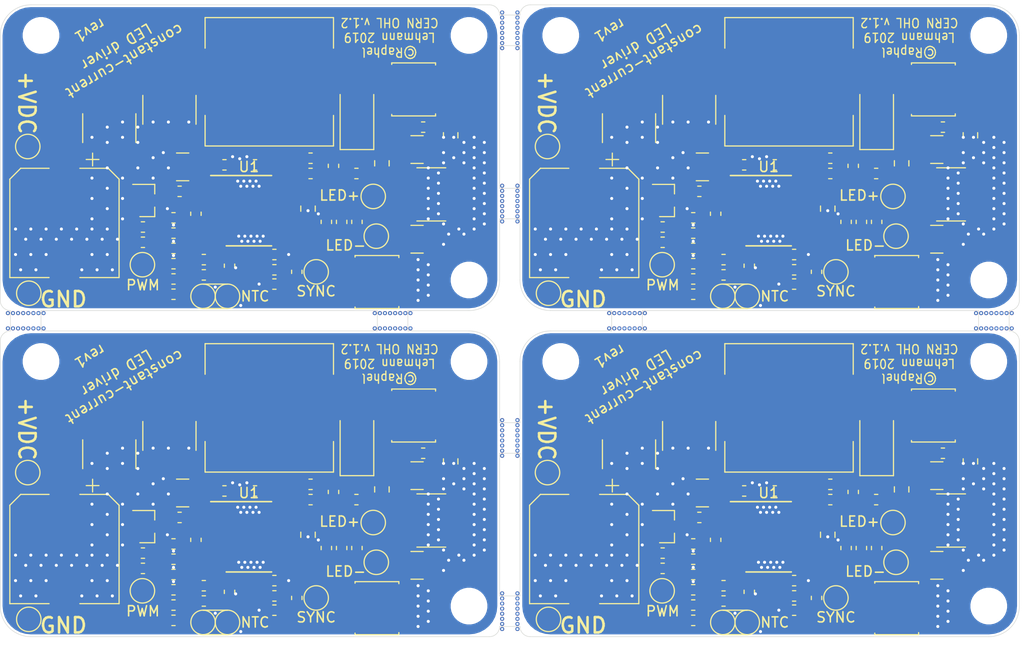
<source format=kicad_pcb>
(kicad_pcb (version 20171130) (host pcbnew 5.1.4-1.fc30)
  (layers (0 F.Cu signal) (31 B.Cu signal hide) (34 B.Paste user hide) (35 F.Paste user hide) (36 B.SilkS user hide) (37 F.SilkS user hide) (38 B.Mask user hide) (39 F.Mask user hide) (44 Edge.Cuts user))
  (net 0 "")
  (net 1 GND)
  (net 2 +VDC)
  (net 3 "Net-(C5-Pad1)")
  (net 4 "Net-(C6-Pad1)")
  (net 5 "Net-(C7-Pad1)")
  (net 6 "Net-(C8-Pad1)")
  (net 7 "Net-(C10-Pad2)")
  (net 8 "Net-(C10-Pad1)")
  (net 9 "Net-(C15-Pad1)")
  (net 10 "Net-(D1-Pad2)")
  (net 11 /PWM)
  (net 12 /nDIM)
  (net 13 "Net-(Q1-Pad1)")
  (net 14 "Net-(Q2-Pad4)")
  (net 15 "Net-(Q2-Pad1)")
  (net 16 "Net-(Q3-Pad4)")
  (net 17 "Net-(R4-Pad1)")
  (net 18 "Net-(R12-Pad1)")
  (net 19 "Net-(R9-Pad2)")
  (net 20 "Net-(R10-Pad2)")
  (net 21 "Net-(R11-Pad2)")
  (net 22 /VCC)
  (net 23 "Net-(R6-Pad1)")
  (net 24 "Net-(C17-Pad1)")
  (net 25 "Net-(C18-Pad2)")
  (net 26 "Net-(J3-Pad1)")
  (net 27 "Net-(R19-Pad1)")
  (net 28 "Net-(J7-Pad1)")
  (net 29 "Net-(J8-Pad1)")
  (module Resistor_SMD:R_0603_1608Metric (layer F.Cu) (at 170.975 145 180)
    (fp_text reference R12 hide)
    (fp_text value 15k)
    (pad 1 smd roundrect (at -0.7875 0 180) (size 0.875 0.95) (layers F.Cu F.Paste F.Mask) (net 18 "Net-(R12-Pad1)"))
    (pad 2 smd roundrect (at 0.7875 0 180) (size 0.875 0.95) (layers F.Cu F.Paste F.Mask) (net 6 "Net-(C8-Pad1)"))
  )
  (module Resistor_SMD:R_0603_1608Metric (layer F.Cu) (at 185.95 136.55 180)
    (fp_text reference R14 hide)
    (fp_text value 0)
    (pad 1 smd roundrect (at -0.7875 0 180) (size 0.875 0.95) (layers F.Cu F.Paste F.Mask) (net 28 "Net-(J7-Pad1)"))
    (pad 2 smd roundrect (at 0.7875 0 180) (size 0.875 0.95) (layers F.Cu F.Paste F.Mask) (net 7 "Net-(C10-Pad2)"))
  )
  (module Capacitor_SMD:C_2220_5650Metric (layer F.Cu) (at 193.3 138.6)
    (fp_text reference C14 hide)
    (fp_text value COUT)
    (pad 1 smd roundrect (at -2.55 0) (size 1.8 5.4) (layers F.Cu F.Paste F.Mask) (roundrect_rratio 0.138889) (net 8 "Net-(C10-Pad1)"))
    (pad 2 smd roundrect (at 2.55 0) (size 1.8 5.4) (layers F.Cu F.Paste F.Mask) (roundrect_rratio 0.138889) (net 1 GND))
  )
  (module Capacitor_SMD:C_1210_3225Metric (layer F.Cu) (at 191.9 143)
    (fp_text reference C12 hide)
    (fp_text value COUT)
    (pad 1 smd roundrect (at -1.4 0) (size 1.25 2.65) (layers F.Cu F.Paste F.Mask) (roundrect_rratio 0.2) (net 8 "Net-(C10-Pad1)"))
    (pad 2 smd roundrect (at 1.4 0) (size 1.25 2.65) (layers F.Cu F.Paste F.Mask) (roundrect_rratio 0.2) (net 1 GND))
  )
  (module Capacitor_SMD:C_0603_1608Metric (layer F.Cu) (at 177.9 146 180)
    (fp_text reference C18 hide)
    (fp_text value 100p)
    (pad 1 smd roundrect (at -0.7875 0 180) (size 0.875 0.95) (layers F.Cu F.Paste F.Mask) (net 24 "Net-(C17-Pad1)"))
    (pad 2 smd roundrect (at 0.7875 0 180) (size 0.875 0.95) (layers F.Cu F.Paste F.Mask) (net 25 "Net-(C18-Pad2)"))
  )
  (module Capacitor_SMD:C_1210_3225Metric (layer F.Cu) (at 191.9 134.2)
    (fp_text reference C13 hide)
    (fp_text value COUT)
    (pad 1 smd roundrect (at -1.4 0) (size 1.25 2.65) (layers F.Cu F.Paste F.Mask) (roundrect_rratio 0.2) (net 8 "Net-(C10-Pad1)"))
    (pad 2 smd roundrect (at 1.4 0) (size 1.25 2.65) (layers F.Cu F.Paste F.Mask) (roundrect_rratio 0.2) (net 1 GND))
  )
  (module Resistor_SMD:R_0805_2012Metric (layer F.Cu) (at 195.2 132.8 270)
    (fp_text reference R13 hide)
    (fp_text value "60m 1W")
    (pad 1 smd roundrect (at -0.9375 0 270) (size 0.975 1.4) (layers F.Cu F.Paste F.Mask) (net 15 "Net-(Q2-Pad1)"))
    (pad 2 smd roundrect (at 0.9375 0 270) (size 0.975 1.4) (layers F.Cu F.Paste F.Mask) (net 1 GND))
  )
  (module MountingHole:MountingHole_3.2mm_M3 (layer F.Cu) (at 197 147)
    (fp_text reference H3 hide)
    (fp_text value M3)
    (pad 1 np_thru_hole circle (at 0 0) (size 3.2 3.2) (drill 3.2) (layers *.Cu *.Mask))
  )
  (module Resistor_SMD:R_0603_1608Metric (layer F.Cu) (at 176 135.7)
    (fp_text reference R11 hide)
    (fp_text value 10k)
    (pad 1 smd roundrect (at -0.7875 0) (size 0.875 0.95) (layers F.Cu F.Paste F.Mask) (net 1 GND))
    (pad 2 smd roundrect (at 0.7875 0) (size 0.875 0.95) (layers F.Cu F.Paste F.Mask) (net 21 "Net-(R11-Pad2)"))
  )
  (module TestPoint:TestPoint_Pad_D2.0mm (layer F.Cu) (at 153.7 133.9)
    (fp_text reference J2 hide)
    (fp_text value VIN)
    (pad 1 smd circle (at 0 0) (size 2 2) (layers F.Cu F.Mask) (net 2 +VDC))
  )
  (module Inductor_SMD:L_12x12mm_H8mm (layer F.Cu) (at 177.4 127.55)
    (fp_text reference L1 hide)
    (fp_text value MSS1210-104KE)
    (pad 1 smd rect (at -4.95 0) (size 2.9 5.4) (layers F.Cu F.Paste F.Mask) (net 2 +VDC))
    (pad 2 smd rect (at 4.95 0) (size 2.9 5.4) (layers F.Cu F.Paste F.Mask) (net 10 "Net-(D1-Pad2)"))
  )
  (module TestPoint:TestPoint_Pad_D2.0mm (layer F.Cu) (at 164.95 145.5)
    (fp_text reference J1 hide)
    (fp_text value PWM)
    (pad 1 smd circle (at 0 0) (size 2 2) (layers F.Cu F.Mask) (net 11 /PWM))
  )
  (module MountingHole:MountingHole_3.2mm_M3 (layer F.Cu) (at 155 123)
    (fp_text reference H1 hide)
    (fp_text value M3)
    (pad 1 np_thru_hole circle (at 0 0) (size 3.2 3.2) (drill 3.2) (layers *.Cu *.Mask))
  )
  (module Resistor_SMD:R_0603_1608Metric (layer F.Cu) (at 165 141.8 180)
    (fp_text reference R3 hide)
    (fp_text value 1k8)
    (pad 1 smd roundrect (at -0.7875 0 180) (size 0.875 0.95) (layers F.Cu F.Paste F.Mask) (net 12 /nDIM))
    (pad 2 smd roundrect (at 0.7875 0 180) (size 0.875 0.95) (layers F.Cu F.Paste F.Mask) (net 1 GND))
  )
  (module Resistor_SMD:R_0805_2012Metric (layer F.Cu) (at 188.45 135.55 270)
    (fp_text reference R15 hide)
    (fp_text value "100m 1W")
    (pad 1 smd roundrect (at -0.9375 0 270) (size 0.975 1.4) (layers F.Cu F.Paste F.Mask) (net 8 "Net-(C10-Pad1)"))
    (pad 2 smd roundrect (at 0.9375 0 270) (size 0.975 1.4) (layers F.Cu F.Paste F.Mask) (net 28 "Net-(J7-Pad1)"))
  )
  (module MountingHole:MountingHole_3.2mm_M3 (layer F.Cu) (at 197 123)
    (fp_text reference H2 hide)
    (fp_text value M3)
    (pad 1 np_thru_hole circle (at 0 0) (size 3.2 3.2) (drill 3.2) (layers *.Cu *.Mask))
  )
  (module Package_SO:ETSSOP-20-1EP_4.4x6.5mm_P0.65mm_EP3x4.2mm (layer F.Cu) (at 175.4 140.2)
    (fp_text reference U1 (at 0 -4.3) (layer F.SilkS))
    (fp_text value LM3424)
    (pad 1 smd rect (at -2.95 -2.925) (size 1.45 0.45) (layers F.Cu F.Paste F.Mask) (net 2 +VDC))
    (pad 2 smd rect (at -2.95 -2.275) (size 1.45 0.45) (layers F.Cu F.Paste F.Mask) (net 2 +VDC))
    (pad 3 smd rect (at -2.95 -1.625) (size 1.45 0.45) (layers F.Cu F.Paste F.Mask) (net 3 "Net-(C5-Pad1)"))
    (pad 4 smd rect (at -2.95 -0.975) (size 1.45 0.45) (layers F.Cu F.Paste F.Mask) (net 17 "Net-(R4-Pad1)"))
    (pad 5 smd rect (at -2.95 -0.325) (size 1.45 0.45) (layers F.Cu F.Paste F.Mask) (net 25 "Net-(C18-Pad2)"))
    (pad 6 smd rect (at -2.95 0.325) (size 1.45 0.45) (layers F.Cu F.Paste F.Mask) (net 27 "Net-(R19-Pad1)"))
    (pad 7 smd rect (at -2.95 0.975) (size 1.45 0.45) (layers F.Cu F.Paste F.Mask) (net 4 "Net-(C6-Pad1)"))
    (pad 8 smd rect (at -2.95 1.625) (size 1.45 0.45) (layers F.Cu F.Paste F.Mask) (net 23 "Net-(R6-Pad1)"))
    (pad 9 smd rect (at -2.95 2.275) (size 1.45 0.45) (layers F.Cu F.Paste F.Mask) (net 6 "Net-(C8-Pad1)"))
    (pad 10 smd rect (at -2.95 2.925) (size 1.45 0.45) (layers F.Cu F.Paste F.Mask) (net 5 "Net-(C7-Pad1)"))
    (pad 11 smd rect (at 2.95 2.925) (size 1.45 0.45) (layers F.Cu F.Paste F.Mask) (net 18 "Net-(R12-Pad1)"))
    (pad 12 smd rect (at 2.95 2.275) (size 1.45 0.45) (layers F.Cu F.Paste F.Mask) (net 9 "Net-(C15-Pad1)"))
    (pad 13 smd rect (at 2.95 1.625) (size 1.45 0.45) (layers F.Cu F.Paste F.Mask) (net 16 "Net-(Q3-Pad4)"))
    (pad 14 smd rect (at 2.95 0.975) (size 1.45 0.45) (layers F.Cu F.Paste F.Mask) (net 1 GND))
    (pad 15 smd rect (at 2.95 0.325) (size 1.45 0.45) (layers F.Cu F.Paste F.Mask) (net 14 "Net-(Q2-Pad4)"))
    (pad 16 smd rect (at 2.95 -0.325) (size 1.45 0.45) (layers F.Cu F.Paste F.Mask) (net 22 /VCC))
    (pad 17 smd rect (at 2.95 -0.975) (size 1.45 0.45) (layers F.Cu F.Paste F.Mask) (net 15 "Net-(Q2-Pad1)"))
    (pad 18 smd rect (at 2.95 -1.625) (size 1.45 0.45) (layers F.Cu F.Paste F.Mask) (net 21 "Net-(R11-Pad2)"))
    (pad 19 smd rect (at 2.95 -2.275) (size 1.45 0.45) (layers F.Cu F.Paste F.Mask) (net 20 "Net-(R10-Pad2)"))
    (pad 20 smd rect (at 2.95 -2.925) (size 1.45 0.45) (layers F.Cu F.Paste F.Mask) (net 19 "Net-(R9-Pad2)"))
    (pad 21 smd rect (at 0 0) (size 2.5 4.2) (layers F.Cu F.Mask) (net 1 GND))
  )
  (module Resistor_SMD:R_0603_1608Metric (layer F.Cu) (at 180.1 146.2 90)
    (fp_text reference R18 hide)
    (fp_text value 150)
    (pad 1 smd roundrect (at -0.7875 0 90) (size 0.875 0.95) (layers F.Cu F.Paste F.Mask) (net 24 "Net-(C17-Pad1)"))
    (pad 2 smd roundrect (at 0.7875 0 90) (size 0.875 0.95) (layers F.Cu F.Paste F.Mask) (net 26 "Net-(J3-Pad1)"))
  )
  (module Resistor_SMD:R_0603_1608Metric (layer F.Cu) (at 170.2 140.5 90)
    (fp_text reference R19 hide)
    (fp_text value 0)
    (pad 1 smd roundrect (at -0.7875 0 90) (size 0.875 0.95) (layers F.Cu F.Paste F.Mask) (net 27 "Net-(R19-Pad1)"))
    (pad 2 smd roundrect (at 0.7875 0 90) (size 0.875 0.95) (layers F.Cu F.Paste F.Mask) (net 12 /nDIM))
  )
  (module Capacitor_SMD:C_0603_1608Metric (layer F.Cu) (at 177.9 147.4 180)
    (fp_text reference C17 hide)
    (fp_text value 100p)
    (pad 1 smd roundrect (at -0.7875 0 180) (size 0.875 0.95) (layers F.Cu F.Paste F.Mask) (net 24 "Net-(C17-Pad1)"))
    (pad 2 smd roundrect (at 0.7875 0 180) (size 0.875 0.95) (layers F.Cu F.Paste F.Mask) (net 1 GND))
  )
  (module Resistor_SMD:R_0603_1608Metric (layer F.Cu) (at 170.975 177 180)
    (fp_text reference R12 hide)
    (fp_text value 15k)
    (pad 2 smd roundrect (at 0.7875 0 180) (size 0.875 0.95) (layers F.Cu F.Paste F.Mask) (net 6 "Net-(C8-Pad1)"))
    (pad 1 smd roundrect (at -0.7875 0 180) (size 0.875 0.95) (layers F.Cu F.Paste F.Mask) (net 18 "Net-(R12-Pad1)"))
  )
  (module Resistor_SMD:R_0603_1608Metric (layer F.Cu) (at 185.95 168.55 180)
    (fp_text reference R14 hide)
    (fp_text value 0)
    (pad 2 smd roundrect (at 0.7875 0 180) (size 0.875 0.95) (layers F.Cu F.Paste F.Mask) (net 7 "Net-(C10-Pad2)"))
    (pad 1 smd roundrect (at -0.7875 0 180) (size 0.875 0.95) (layers F.Cu F.Paste F.Mask) (net 28 "Net-(J7-Pad1)"))
  )
  (module Capacitor_SMD:C_2220_5650Metric (layer F.Cu) (at 193.3 170.6)
    (fp_text reference C14 hide)
    (fp_text value COUT)
    (pad 2 smd roundrect (at 2.55 0) (size 1.8 5.4) (layers F.Cu F.Paste F.Mask) (roundrect_rratio 0.138889) (net 1 GND))
    (pad 1 smd roundrect (at -2.55 0) (size 1.8 5.4) (layers F.Cu F.Paste F.Mask) (roundrect_rratio 0.138889) (net 8 "Net-(C10-Pad1)"))
  )
  (module Capacitor_SMD:C_1210_3225Metric (layer F.Cu) (at 191.9 175)
    (fp_text reference C12 hide)
    (fp_text value COUT)
    (pad 2 smd roundrect (at 1.4 0) (size 1.25 2.65) (layers F.Cu F.Paste F.Mask) (roundrect_rratio 0.2) (net 1 GND))
    (pad 1 smd roundrect (at -1.4 0) (size 1.25 2.65) (layers F.Cu F.Paste F.Mask) (roundrect_rratio 0.2) (net 8 "Net-(C10-Pad1)"))
  )
  (module Capacitor_SMD:C_0603_1608Metric (layer F.Cu) (at 177.9 178 180)
    (fp_text reference C18 hide)
    (fp_text value 100p)
    (pad 2 smd roundrect (at 0.7875 0 180) (size 0.875 0.95) (layers F.Cu F.Paste F.Mask) (net 25 "Net-(C18-Pad2)"))
    (pad 1 smd roundrect (at -0.7875 0 180) (size 0.875 0.95) (layers F.Cu F.Paste F.Mask) (net 24 "Net-(C17-Pad1)"))
  )
  (module Capacitor_SMD:C_1210_3225Metric (layer F.Cu) (at 191.9 166.2)
    (fp_text reference C13 hide)
    (fp_text value COUT)
    (pad 2 smd roundrect (at 1.4 0) (size 1.25 2.65) (layers F.Cu F.Paste F.Mask) (roundrect_rratio 0.2) (net 1 GND))
    (pad 1 smd roundrect (at -1.4 0) (size 1.25 2.65) (layers F.Cu F.Paste F.Mask) (roundrect_rratio 0.2) (net 8 "Net-(C10-Pad1)"))
  )
  (module Resistor_SMD:R_0805_2012Metric (layer F.Cu) (at 195.2 164.8 270)
    (fp_text reference R13 hide)
    (fp_text value "60m 1W")
    (pad 2 smd roundrect (at 0.9375 0 270) (size 0.975 1.4) (layers F.Cu F.Paste F.Mask) (net 1 GND))
    (pad 1 smd roundrect (at -0.9375 0 270) (size 0.975 1.4) (layers F.Cu F.Paste F.Mask) (net 15 "Net-(Q2-Pad1)"))
  )
  (module MountingHole:MountingHole_3.2mm_M3 (layer F.Cu) (at 197 179)
    (fp_text reference H3 hide)
    (fp_text value M3)
    (pad 1 np_thru_hole circle (at 0 0) (size 3.2 3.2) (drill 3.2) (layers *.Cu *.Mask))
  )
  (module Resistor_SMD:R_0603_1608Metric (layer F.Cu) (at 176 167.7)
    (fp_text reference R11 hide)
    (fp_text value 10k)
    (pad 2 smd roundrect (at 0.7875 0) (size 0.875 0.95) (layers F.Cu F.Paste F.Mask) (net 21 "Net-(R11-Pad2)"))
    (pad 1 smd roundrect (at -0.7875 0) (size 0.875 0.95) (layers F.Cu F.Paste F.Mask) (net 1 GND))
  )
  (module TestPoint:TestPoint_Pad_D2.0mm (layer F.Cu) (at 153.7 165.9)
    (fp_text reference J2 hide)
    (fp_text value VIN)
    (pad 1 smd circle (at 0 0) (size 2 2) (layers F.Cu F.Mask) (net 2 +VDC))
  )
  (module Capacitor_SMD:C_0603_1608Metric (layer F.Cu) (at 183 173.3 90)
    (fp_text reference C15 hide)
    (fp_text value 47p)
    (pad 2 smd roundrect (at 0.7875 0 90) (size 0.875 0.95) (layers F.Cu F.Paste F.Mask) (net 1 GND))
    (pad 1 smd roundrect (at -0.7875 0 90) (size 0.875 0.95) (layers F.Cu F.Paste F.Mask) (net 9 "Net-(C15-Pad1)"))
  )
  (module Resistor_SMD:R_0603_1608Metric (layer F.Cu) (at 181.45 168.55 180)
    (fp_text reference R10 hide)
    (fp_text value 1k|470)
    (pad 2 smd roundrect (at 0.7875 0 180) (size 0.875 0.95) (layers F.Cu F.Paste F.Mask) (net 20 "Net-(R10-Pad2)"))
    (pad 1 smd roundrect (at -0.7875 0 180) (size 0.875 0.95) (layers F.Cu F.Paste F.Mask) (net 7 "Net-(C10-Pad2)"))
  )
  (module Inductor_SMD:L_12x12mm_H8mm (layer F.Cu) (at 177.4 159.55)
    (fp_text reference L1 hide)
    (fp_text value MSS1210-104KE)
    (pad 2 smd rect (at 4.95 0) (size 2.9 5.4) (layers F.Cu F.Paste F.Mask) (net 10 "Net-(D1-Pad2)"))
    (pad 1 smd rect (at -4.95 0) (size 2.9 5.4) (layers F.Cu F.Paste F.Mask) (net 2 +VDC))
  )
  (module TestPoint:TestPoint_Pad_D2.0mm (layer F.Cu) (at 164.95 177.5)
    (fp_text reference J1 hide)
    (fp_text value PWM)
    (pad 1 smd circle (at 0 0) (size 2 2) (layers F.Cu F.Mask) (net 11 /PWM))
  )
  (module MountingHole:MountingHole_3.2mm_M3 (layer F.Cu) (at 155 155)
    (fp_text reference H1 hide)
    (fp_text value M3)
    (pad 1 np_thru_hole circle (at 0 0) (size 3.2 3.2) (drill 3.2) (layers *.Cu *.Mask))
  )
  (module Capacitor_SMD:C_0603_1608Metric (layer F.Cu) (at 177.9 179.4 180)
    (fp_text reference C17 hide)
    (fp_text value 100p)
    (pad 2 smd roundrect (at 0.7875 0 180) (size 0.875 0.95) (layers F.Cu F.Paste F.Mask) (net 1 GND))
    (pad 1 smd roundrect (at -0.7875 0 180) (size 0.875 0.95) (layers F.Cu F.Paste F.Mask) (net 24 "Net-(C17-Pad1)"))
  )
  (module Resistor_SMD:R_0603_1608Metric (layer F.Cu) (at 165 173.8 180)
    (fp_text reference R3 hide)
    (fp_text value 1k8)
    (pad 2 smd roundrect (at 0.7875 0 180) (size 0.875 0.95) (layers F.Cu F.Paste F.Mask) (net 1 GND))
    (pad 1 smd roundrect (at -0.7875 0 180) (size 0.875 0.95) (layers F.Cu F.Paste F.Mask) (net 12 /nDIM))
  )
  (module Resistor_SMD:R_0805_2012Metric (layer F.Cu) (at 188.45 167.55 270)
    (fp_text reference R15 hide)
    (fp_text value "100m 1W")
    (pad 2 smd roundrect (at 0.9375 0 270) (size 0.975 1.4) (layers F.Cu F.Paste F.Mask) (net 28 "Net-(J7-Pad1)"))
    (pad 1 smd roundrect (at -0.9375 0 270) (size 0.975 1.4) (layers F.Cu F.Paste F.Mask) (net 8 "Net-(C10-Pad1)"))
  )
  (module MountingHole:MountingHole_3.2mm_M3 (layer F.Cu) (at 197 155)
    (fp_text reference H2 hide)
    (fp_text value M3)
    (pad 1 np_thru_hole circle (at 0 0) (size 3.2 3.2) (drill 3.2) (layers *.Cu *.Mask))
  )
  (module Package_TO_SOT_SMD:LFPAK56 (layer F.Cu) (at 191.4 160.3 180)
    (fp_text reference Q2 hide)
    (fp_text value PSMN025-80YLX)
    (pad 4 smd rect (at -2.835 1.91 90) (size 0.7 1.15) (layers F.Cu F.Paste F.Mask) (net 14 "Net-(Q2-Pad4)"))
    (pad 5 smd rect (at 0.435 0 90) (size 4.2 3.3) (layers F.Cu F.Mask) (net 10 "Net-(D1-Pad2)"))
    (pad 5 smd rect (at 2.635 0 90) (size 4.7 1.55) (layers F.Cu F.Mask) (net 10 "Net-(D1-Pad2)"))
    (pad 3 smd rect (at -2.835 0.64 90) (size 0.7 1.15) (layers F.Cu F.Paste F.Mask) (net 15 "Net-(Q2-Pad1)"))
    (pad 1 smd rect (at -2.835 -1.91 90) (size 0.7 1.15) (layers F.Cu F.Paste F.Mask) (net 15 "Net-(Q2-Pad1)"))
    (pad 2 smd rect (at -2.835 -0.64 90) (size 0.7 1.15) (layers F.Cu F.Paste F.Mask) (net 15 "Net-(Q2-Pad1)"))
  )
  (module TestPoint:TestPoint_Pad_D2.0mm (layer F.Cu) (at 153.8 180.3)
    (fp_text reference J4 hide)
    (fp_text value GND)
    (pad 1 smd circle (at 0 0) (size 2 2) (layers F.Cu F.Mask) (net 1 GND))
  )
  (module Capacitor_SMD:C_0805_2012Metric (layer F.Cu) (at 181.2 140 90)
    (fp_text reference C9 hide)
    (fp_text value "2µ2 X7R 16V 0805")
    (pad 1 smd roundrect (at -0.9375 0 90) (size 0.975 1.4) (layers F.Cu F.Paste F.Mask) (net 1 GND))
    (pad 2 smd roundrect (at 0.9375 0 90) (size 0.975 1.4) (layers F.Cu F.Paste F.Mask) (net 22 /VCC))
  )
  (module Resistor_SMD:R_0603_1608Metric (layer F.Cu) (at 181.45 135.05 180)
    (fp_text reference R9 hide)
    (fp_text value 1k|470)
    (pad 1 smd roundrect (at -0.7875 0 180) (size 0.875 0.95) (layers F.Cu F.Paste F.Mask) (net 8 "Net-(C10-Pad1)"))
    (pad 2 smd roundrect (at 0.7875 0 180) (size 0.875 0.95) (layers F.Cu F.Paste F.Mask) (net 19 "Net-(R9-Pad2)"))
  )
  (module Capacitor_SMD:C_0603_1608Metric (layer F.Cu) (at 173 135.7)
    (fp_text reference C16 hide)
    (fp_text value 100n)
    (pad 1 smd roundrect (at -0.7875 0) (size 0.875 0.95) (layers F.Cu F.Paste F.Mask) (net 2 +VDC))
    (pad 2 smd roundrect (at 0.7875 0) (size 0.875 0.95) (layers F.Cu F.Paste F.Mask) (net 1 GND))
  )
  (module Capacitor_SMD:C_0603_1608Metric (layer F.Cu) (at 168 145.4 180)
    (fp_text reference C8 hide)
    (fp_text value 100n)
    (pad 1 smd roundrect (at -0.7875 0 180) (size 0.875 0.95) (layers F.Cu F.Paste F.Mask) (net 6 "Net-(C8-Pad1)"))
    (pad 2 smd roundrect (at 0.7875 0 180) (size 0.875 0.95) (layers F.Cu F.Paste F.Mask) (net 1 GND))
  )
  (module Package_TO_SOT_SMD:SOT-23 (layer F.Cu) (at 165.4 139.2)
    (fp_text reference Q1 hide)
    (fp_text value 2N7002)
    (pad 1 smd rect (at -1 -0.95) (size 0.9 0.8) (layers F.Cu F.Paste F.Mask) (net 13 "Net-(Q1-Pad1)"))
    (pad 2 smd rect (at -1 0.95) (size 0.9 0.8) (layers F.Cu F.Paste F.Mask) (net 1 GND))
    (pad 3 smd rect (at 1 0) (size 0.9 0.8) (layers F.Cu F.Paste F.Mask) (net 12 /nDIM))
  )
  (module Capacitor_SMD:C_2220_5650Metric (layer F.Cu) (at 167.6 130.3 270)
    (fp_text reference C2 hide)
    (fp_text value CIN)
    (pad 1 smd roundrect (at -2.55 0 270) (size 1.8 5.4) (layers F.Cu F.Paste F.Mask) (roundrect_rratio 0.138889) (net 2 +VDC))
    (pad 2 smd roundrect (at 2.55 0 270) (size 1.8 5.4) (layers F.Cu F.Paste F.Mask) (roundrect_rratio 0.138889) (net 1 GND))
  )
  (module Capacitor_SMD:C_0603_1608Metric (layer F.Cu) (at 168 148.4 180)
    (fp_text reference C7 hide)
    (fp_text value 270n)
    (pad 1 smd roundrect (at -0.7875 0 180) (size 0.875 0.95) (layers F.Cu F.Paste F.Mask) (net 5 "Net-(C7-Pad1)"))
    (pad 2 smd roundrect (at 0.7875 0 180) (size 0.875 0.95) (layers F.Cu F.Paste F.Mask) (net 1 GND))
  )
  (module Capacitor_SMD:C_2220_5650Metric (layer F.Cu) (at 161.7 132.1 270)
    (fp_text reference C3 hide)
    (fp_text value CIN)
    (pad 1 smd roundrect (at -2.55 0 270) (size 1.8 5.4) (layers F.Cu F.Paste F.Mask) (roundrect_rratio 0.138889) (net 2 +VDC))
    (pad 2 smd roundrect (at 2.55 0 270) (size 1.8 5.4) (layers F.Cu F.Paste F.Mask) (roundrect_rratio 0.138889) (net 1 GND))
  )
  (module Resistor_SMD:R_0603_1608Metric (layer F.Cu) (at 168 146.9 180)
    (fp_text reference R7 hide)
    (fp_text value 15k)
    (pad 1 smd roundrect (at -0.7875 0 180) (size 0.875 0.95) (layers F.Cu F.Paste F.Mask) (net 5 "Net-(C7-Pad1)"))
    (pad 2 smd roundrect (at 0.7875 0 180) (size 0.875 0.95) (layers F.Cu F.Paste F.Mask) (net 1 GND))
  )
  (module Capacitor_SMD:C_0603_1608Metric (layer F.Cu) (at 183.7 135.8 270)
    (fp_text reference C10 hide)
    (fp_text value DNP)
    (pad 1 smd roundrect (at -0.7875 0 270) (size 0.875 0.95) (layers F.Cu F.Paste F.Mask) (net 8 "Net-(C10-Pad1)"))
    (pad 2 smd roundrect (at 0.7875 0 270) (size 0.875 0.95) (layers F.Cu F.Paste F.Mask) (net 7 "Net-(C10-Pad2)"))
  )
  (module Resistor_SMD:R_0603_1608Metric (layer F.Cu) (at 177.9 144.5)
    (fp_text reference R4 hide)
    (fp_text value 15k)
    (pad 1 smd roundrect (at -0.7875 0) (size 0.875 0.95) (layers F.Cu F.Paste F.Mask) (net 17 "Net-(R4-Pad1)"))
    (pad 2 smd roundrect (at 0.7875 0) (size 0.875 0.95) (layers F.Cu F.Paste F.Mask) (net 1 GND))
  )
  (module Diode_SMD:D_SMA (layer F.Cu) (at 186 130.8 90)
    (fp_text reference D1 hide)
    (fp_text value "VSSAF5M10-M3/H (DO-221AC)")
    (pad 1 smd rect (at -2 0 90) (size 2.5 1.8) (layers F.Cu F.Paste F.Mask) (net 8 "Net-(C10-Pad1)"))
    (pad 2 smd rect (at 2 0 90) (size 2.5 1.8) (layers F.Cu F.Paste F.Mask) (net 10 "Net-(D1-Pad2)"))
  )
  (module Resistor_SMD:R_0603_1608Metric (layer F.Cu) (at 165 143.3 180)
    (fp_text reference R1 hide)
    (fp_text value 0)
    (pad 1 smd roundrect (at -0.7875 0 180) (size 0.875 0.95) (layers F.Cu F.Paste F.Mask) (net 13 "Net-(Q1-Pad1)"))
    (pad 2 smd roundrect (at 0.7875 0 180) (size 0.875 0.95) (layers F.Cu F.Paste F.Mask) (net 11 /PWM))
  )
  (module Package_TO_SOT_SMD:LFPAK56 (layer F.Cu) (at 187.8 147.2 180)
    (fp_text reference Q3 hide)
    (fp_text value PSMN025-80YLX)
    (pad 2 smd rect (at -2.835 -0.64 90) (size 0.7 1.15) (layers F.Cu F.Paste F.Mask) (net 1 GND))
    (pad 1 smd rect (at -2.835 -1.91 90) (size 0.7 1.15) (layers F.Cu F.Paste F.Mask) (net 1 GND))
    (pad 3 smd rect (at -2.835 0.64 90) (size 0.7 1.15) (layers F.Cu F.Paste F.Mask) (net 1 GND))
    (pad 5 smd rect (at 2.635 0 90) (size 4.7 1.55) (layers F.Cu F.Mask) (net 29 "Net-(J8-Pad1)"))
    (pad 5 smd rect (at 0.435 0 90) (size 4.2 3.3) (layers F.Cu F.Mask) (net 29 "Net-(J8-Pad1)"))
    (pad 4 smd rect (at -2.835 1.91 90) (size 0.7 1.15) (layers F.Cu F.Paste F.Mask) (net 16 "Net-(Q3-Pad4)"))
  )
  (module Resistor_SMD:R_0603_1608Metric (layer F.Cu) (at 168.6 138.3 180)
    (fp_text reference R2 hide)
    (fp_text value 10k)
    (pad 1 smd roundrect (at -0.7875 0 180) (size 0.875 0.95) (layers F.Cu F.Paste F.Mask) (net 2 +VDC))
    (pad 2 smd roundrect (at 0.7875 0 180) (size 0.875 0.95) (layers F.Cu F.Paste F.Mask) (net 12 /nDIM))
  )
  (module Resistor_SMD:R_0603_1608Metric (layer F.Cu) (at 173.5 145.6 270)
    (fp_text reference R5 hide)
    (fp_text value 4k7)
    (pad 1 smd roundrect (at -0.7875 0 270) (size 0.875 0.95) (layers F.Cu F.Paste F.Mask) (net 25 "Net-(C18-Pad2)"))
    (pad 2 smd roundrect (at 0.7875 0 270) (size 0.875 0.95) (layers F.Cu F.Paste F.Mask) (net 1 GND))
  )
  (module Capacitor_SMD:C_0603_1608Metric (layer F.Cu) (at 183 141.3 90)
    (fp_text reference C15 hide)
    (fp_text value 47p)
    (pad 1 smd roundrect (at -0.7875 0 90) (size 0.875 0.95) (layers F.Cu F.Paste F.Mask) (net 9 "Net-(C15-Pad1)"))
    (pad 2 smd roundrect (at 0.7875 0 90) (size 0.875 0.95) (layers F.Cu F.Paste F.Mask) (net 1 GND))
  )
  (module Resistor_SMD:R_0603_1608Metric (layer F.Cu) (at 181.45 136.55 180)
    (fp_text reference R10 hide)
    (fp_text value 1k|470)
    (pad 1 smd roundrect (at -0.7875 0 180) (size 0.875 0.95) (layers F.Cu F.Paste F.Mask) (net 7 "Net-(C10-Pad2)"))
    (pad 2 smd roundrect (at 0.7875 0 180) (size 0.875 0.95) (layers F.Cu F.Paste F.Mask) (net 20 "Net-(R10-Pad2)"))
  )
  (module Capacitor_SMD:C_1210_3225Metric (layer F.Cu) (at 168.9 135.9 180)
    (fp_text reference C1 hide)
    (fp_text value CIN)
    (pad 1 smd roundrect (at -1.4 0 180) (size 1.25 2.65) (layers F.Cu F.Paste F.Mask) (roundrect_rratio 0.2) (net 2 +VDC))
    (pad 2 smd roundrect (at 1.4 0 180) (size 1.25 2.65) (layers F.Cu F.Paste F.Mask) (roundrect_rratio 0.2) (net 1 GND))
  )
  (module Resistor_SMD:R_0603_1608Metric (layer F.Cu) (at 170.975 146.5 180)
    (fp_text reference R8 hide)
    (fp_text value 15k)
    (pad 1 smd roundrect (at -0.7875 0 180) (size 0.875 0.95) (layers F.Cu F.Paste F.Mask) (net 18 "Net-(R12-Pad1)"))
    (pad 2 smd roundrect (at 0.7875 0 180) (size 0.875 0.95) (layers F.Cu F.Paste F.Mask) (net 5 "Net-(C7-Pad1)"))
  )
  (module Capacitor_SMD:C_0603_1608Metric (layer F.Cu) (at 192.5 132)
    (fp_text reference C11 hide)
    (fp_text value 100n)
    (pad 1 smd roundrect (at -0.7875 0) (size 0.875 0.95) (layers F.Cu F.Paste F.Mask) (net 8 "Net-(C10-Pad1)"))
    (pad 2 smd roundrect (at 0.7875 0) (size 0.875 0.95) (layers F.Cu F.Paste F.Mask) (net 1 GND))
  )
  (module Resistor_SMD:R_0603_1608Metric (layer F.Cu) (at 168 143.9 180)
    (fp_text reference R6 hide)
    (fp_text value 4k7)
    (pad 1 smd roundrect (at -0.7875 0 180) (size 0.875 0.95) (layers F.Cu F.Paste F.Mask) (net 23 "Net-(R6-Pad1)"))
    (pad 2 smd roundrect (at 0.7875 0 180) (size 0.875 0.95) (layers F.Cu F.Paste F.Mask) (net 1 GND))
  )
  (module Capacitor_SMD:C_0603_1608Metric (layer F.Cu) (at 168 142.4 180)
    (fp_text reference C6 hide)
    (fp_text value 270n)
    (pad 1 smd roundrect (at -0.7875 0 180) (size 0.875 0.95) (layers F.Cu F.Paste F.Mask) (net 4 "Net-(C6-Pad1)"))
    (pad 2 smd roundrect (at 0.7875 0 180) (size 0.875 0.95) (layers F.Cu F.Paste F.Mask) (net 1 GND))
  )
  (module Resistor_SMD:R_0603_1608Metric (layer F.Cu) (at 184.5 141.3 90)
    (fp_text reference R17 hide)
    (fp_text value 1k8)
    (pad 1 smd roundrect (at -0.7875 0 90) (size 0.875 0.95) (layers F.Cu F.Paste F.Mask) (net 9 "Net-(C15-Pad1)"))
    (pad 2 smd roundrect (at 0.7875 0 90) (size 0.875 0.95) (layers F.Cu F.Paste F.Mask) (net 1 GND))
  )
  (module Resistor_SMD:R_0603_1608Metric (layer F.Cu) (at 186 141.3 270)
    (fp_text reference R16 hide)
    (fp_text value 120k)
    (pad 1 smd roundrect (at -0.7875 0 270) (size 0.875 0.95) (layers F.Cu F.Paste F.Mask) (net 8 "Net-(C10-Pad1)"))
    (pad 2 smd roundrect (at 0.7875 0 270) (size 0.875 0.95) (layers F.Cu F.Paste F.Mask) (net 9 "Net-(C15-Pad1)"))
  )
  (module Capacitor_SMD:C_0603_1608Metric (layer F.Cu) (at 168 140.9 180)
    (fp_text reference C5 hide)
    (fp_text value 100n)
    (pad 1 smd roundrect (at -0.7875 0 180) (size 0.875 0.95) (layers F.Cu F.Paste F.Mask) (net 3 "Net-(C5-Pad1)"))
    (pad 2 smd roundrect (at 0.7875 0 180) (size 0.875 0.95) (layers F.Cu F.Paste F.Mask) (net 1 GND))
  )
  (module Capacitor_SMD:CP_Elec_10x10.5 (layer F.Cu) (at 157.3 141.4 270)
    (fp_text reference C4 hide)
    (fp_text value CIN)
    (pad 1 smd roundrect (at -4.2 0 270) (size 4.4 2.5) (layers F.Cu F.Paste F.Mask) (roundrect_rratio 0.1) (net 2 +VDC))
    (pad 2 smd roundrect (at 4.2 0 270) (size 4.4 2.5) (layers F.Cu F.Paste F.Mask) (roundrect_rratio 0.1) (net 1 GND))
  )
  (module Package_TO_SOT_SMD:LFPAK56 (layer F.Cu) (at 191.4 128.3 180)
    (fp_text reference Q2 hide)
    (fp_text value PSMN025-80YLX)
    (pad 2 smd rect (at -2.835 -0.64 90) (size 0.7 1.15) (layers F.Cu F.Paste F.Mask) (net 15 "Net-(Q2-Pad1)"))
    (pad 1 smd rect (at -2.835 -1.91 90) (size 0.7 1.15) (layers F.Cu F.Paste F.Mask) (net 15 "Net-(Q2-Pad1)"))
    (pad 3 smd rect (at -2.835 0.64 90) (size 0.7 1.15) (layers F.Cu F.Paste F.Mask) (net 15 "Net-(Q2-Pad1)"))
    (pad 5 smd rect (at 2.635 0 90) (size 4.7 1.55) (layers F.Cu F.Mask) (net 10 "Net-(D1-Pad2)"))
    (pad 5 smd rect (at 0.435 0 90) (size 4.2 3.3) (layers F.Cu F.Mask) (net 10 "Net-(D1-Pad2)"))
    (pad 4 smd rect (at -2.835 1.91 90) (size 0.7 1.15) (layers F.Cu F.Paste F.Mask) (net 14 "Net-(Q2-Pad4)"))
  )
  (module TestPoint:TestPoint_Pad_D2.0mm (layer F.Cu) (at 187.9 142.7)
    (fp_text reference J8 hide)
    (fp_text value –)
    (pad 1 smd circle (at 0 0) (size 2 2) (layers F.Cu F.Mask) (net 29 "Net-(J8-Pad1)"))
  )
  (module TestPoint:TestPoint_Pad_D2.0mm (layer F.Cu) (at 170.9 180.6)
    (fp_text reference J5 hide)
    (fp_text value NTC)
    (pad 1 smd circle (at 0 0) (size 2 2) (layers F.Cu F.Mask) (net 6 "Net-(C8-Pad1)"))
  )
  (module TestPoint:TestPoint_Pad_D2.0mm (layer F.Cu) (at 187.6 170.8)
    (fp_text reference J7 hide)
    (fp_text value +)
    (pad 1 smd circle (at 0 0) (size 2 2) (layers F.Cu F.Mask) (net 28 "Net-(J7-Pad1)"))
  )
  (module TestPoint:TestPoint_Pad_D2.0mm (layer F.Cu) (at 187.9 174.7)
    (fp_text reference J8 hide)
    (fp_text value –)
    (pad 1 smd circle (at 0 0) (size 2 2) (layers F.Cu F.Mask) (net 29 "Net-(J8-Pad1)"))
  )
  (module Capacitor_SMD:CP_Elec_10x10.5 (layer F.Cu) (at 157.3 173.4 270)
    (fp_text reference C4 hide)
    (fp_text value CIN)
    (pad 2 smd roundrect (at 4.2 0 270) (size 4.4 2.5) (layers F.Cu F.Paste F.Mask) (roundrect_rratio 0.1) (net 1 GND))
    (pad 1 smd roundrect (at -4.2 0 270) (size 4.4 2.5) (layers F.Cu F.Paste F.Mask) (roundrect_rratio 0.1) (net 2 +VDC))
  )
  (module Capacitor_SMD:C_0603_1608Metric (layer F.Cu) (at 168 174.4 180)
    (fp_text reference C6 hide)
    (fp_text value 270n)
    (pad 2 smd roundrect (at 0.7875 0 180) (size 0.875 0.95) (layers F.Cu F.Paste F.Mask) (net 1 GND))
    (pad 1 smd roundrect (at -0.7875 0 180) (size 0.875 0.95) (layers F.Cu F.Paste F.Mask) (net 4 "Net-(C6-Pad1)"))
  )
  (module Capacitor_SMD:C_1210_3225Metric (layer F.Cu) (at 168.9 167.9 180)
    (fp_text reference C1 hide)
    (fp_text value CIN)
    (pad 2 smd roundrect (at 1.4 0 180) (size 1.25 2.65) (layers F.Cu F.Paste F.Mask) (roundrect_rratio 0.2) (net 1 GND))
    (pad 1 smd roundrect (at -1.4 0 180) (size 1.25 2.65) (layers F.Cu F.Paste F.Mask) (roundrect_rratio 0.2) (net 2 +VDC))
  )
  (module Resistor_SMD:R_0603_1608Metric (layer F.Cu) (at 170.975 178.5 180)
    (fp_text reference R8 hide)
    (fp_text value 15k)
    (pad 2 smd roundrect (at 0.7875 0 180) (size 0.875 0.95) (layers F.Cu F.Paste F.Mask) (net 5 "Net-(C7-Pad1)"))
    (pad 1 smd roundrect (at -0.7875 0 180) (size 0.875 0.95) (layers F.Cu F.Paste F.Mask) (net 18 "Net-(R12-Pad1)"))
  )
  (module Resistor_SMD:R_0603_1608Metric (layer F.Cu) (at 184.5 173.3 90)
    (fp_text reference R17 hide)
    (fp_text value 1k8)
    (pad 2 smd roundrect (at 0.7875 0 90) (size 0.875 0.95) (layers F.Cu F.Paste F.Mask) (net 1 GND))
    (pad 1 smd roundrect (at -0.7875 0 90) (size 0.875 0.95) (layers F.Cu F.Paste F.Mask) (net 9 "Net-(C15-Pad1)"))
  )
  (module Resistor_SMD:R_0603_1608Metric (layer F.Cu) (at 186 173.3 270)
    (fp_text reference R16 hide)
    (fp_text value 120k)
    (pad 2 smd roundrect (at 0.7875 0 270) (size 0.875 0.95) (layers F.Cu F.Paste F.Mask) (net 9 "Net-(C15-Pad1)"))
    (pad 1 smd roundrect (at -0.7875 0 270) (size 0.875 0.95) (layers F.Cu F.Paste F.Mask) (net 8 "Net-(C10-Pad1)"))
  )
  (module Capacitor_SMD:C_0603_1608Metric (layer F.Cu) (at 168 172.9 180)
    (fp_text reference C5 hide)
    (fp_text value 100n)
    (pad 2 smd roundrect (at 0.7875 0 180) (size 0.875 0.95) (layers F.Cu F.Paste F.Mask) (net 1 GND))
    (pad 1 smd roundrect (at -0.7875 0 180) (size 0.875 0.95) (layers F.Cu F.Paste F.Mask) (net 3 "Net-(C5-Pad1)"))
  )
  (module Resistor_SMD:R_0603_1608Metric (layer F.Cu) (at 165 175.3 180)
    (fp_text reference R1 hide)
    (fp_text value 0)
    (pad 2 smd roundrect (at 0.7875 0 180) (size 0.875 0.95) (layers F.Cu F.Paste F.Mask) (net 11 /PWM))
    (pad 1 smd roundrect (at -0.7875 0 180) (size 0.875 0.95) (layers F.Cu F.Paste F.Mask) (net 13 "Net-(Q1-Pad1)"))
  )
  (module Resistor_SMD:R_0603_1608Metric (layer F.Cu) (at 168 178.9 180)
    (fp_text reference R7 hide)
    (fp_text value 15k)
    (pad 2 smd roundrect (at 0.7875 0 180) (size 0.875 0.95) (layers F.Cu F.Paste F.Mask) (net 1 GND))
    (pad 1 smd roundrect (at -0.7875 0 180) (size 0.875 0.95) (layers F.Cu F.Paste F.Mask) (net 5 "Net-(C7-Pad1)"))
  )
  (module Capacitor_SMD:C_0603_1608Metric (layer F.Cu) (at 183.7 167.8 270)
    (fp_text reference C10 hide)
    (fp_text value DNP)
    (pad 2 smd roundrect (at 0.7875 0 270) (size 0.875 0.95) (layers F.Cu F.Paste F.Mask) (net 7 "Net-(C10-Pad2)"))
    (pad 1 smd roundrect (at -0.7875 0 270) (size 0.875 0.95) (layers F.Cu F.Paste F.Mask) (net 8 "Net-(C10-Pad1)"))
  )
  (module Package_TO_SOT_SMD:LFPAK56 (layer F.Cu) (at 187.8 179.2 180)
    (fp_text reference Q3 hide)
    (fp_text value PSMN025-80YLX)
    (pad 4 smd rect (at -2.835 1.91 90) (size 0.7 1.15) (layers F.Cu F.Paste F.Mask) (net 16 "Net-(Q3-Pad4)"))
    (pad 5 smd rect (at 0.435 0 90) (size 4.2 3.3) (layers F.Cu F.Mask) (net 29 "Net-(J8-Pad1)"))
    (pad 5 smd rect (at 2.635 0 90) (size 4.7 1.55) (layers F.Cu F.Mask) (net 29 "Net-(J8-Pad1)"))
    (pad 3 smd rect (at -2.835 0.64 90) (size 0.7 1.15) (layers F.Cu F.Paste F.Mask) (net 1 GND))
    (pad 1 smd rect (at -2.835 -1.91 90) (size 0.7 1.15) (layers F.Cu F.Paste F.Mask) (net 1 GND))
    (pad 2 smd rect (at -2.835 -0.64 90) (size 0.7 1.15) (layers F.Cu F.Paste F.Mask) (net 1 GND))
  )
  (module Resistor_SMD:R_0603_1608Metric (layer F.Cu) (at 177.9 176.5)
    (fp_text reference R4 hide)
    (fp_text value 15k)
    (pad 2 smd roundrect (at 0.7875 0) (size 0.875 0.95) (layers F.Cu F.Paste F.Mask) (net 1 GND))
    (pad 1 smd roundrect (at -0.7875 0) (size 0.875 0.95) (layers F.Cu F.Paste F.Mask) (net 17 "Net-(R4-Pad1)"))
  )
  (module Diode_SMD:D_SMA (layer F.Cu) (at 186 162.8 90)
    (fp_text reference D1 hide)
    (fp_text value "VSSAF5M10-M3/H (DO-221AC)")
    (pad 2 smd rect (at 2 0 90) (size 2.5 1.8) (layers F.Cu F.Paste F.Mask) (net 10 "Net-(D1-Pad2)"))
    (pad 1 smd rect (at -2 0 90) (size 2.5 1.8) (layers F.Cu F.Paste F.Mask) (net 8 "Net-(C10-Pad1)"))
  )
  (module Capacitor_SMD:C_0603_1608Metric (layer F.Cu) (at 168 177.4 180)
    (fp_text reference C8 hide)
    (fp_text value 100n)
    (pad 2 smd roundrect (at 0.7875 0 180) (size 0.875 0.95) (layers F.Cu F.Paste F.Mask) (net 1 GND))
    (pad 1 smd roundrect (at -0.7875 0 180) (size 0.875 0.95) (layers F.Cu F.Paste F.Mask) (net 6 "Net-(C8-Pad1)"))
  )
  (module Package_TO_SOT_SMD:SOT-23 (layer F.Cu) (at 165.4 171.2)
    (fp_text reference Q1 hide)
    (fp_text value 2N7002)
    (pad 3 smd rect (at 1 0) (size 0.9 0.8) (layers F.Cu F.Paste F.Mask) (net 12 /nDIM))
    (pad 2 smd rect (at -1 0.95) (size 0.9 0.8) (layers F.Cu F.Paste F.Mask) (net 1 GND))
    (pad 1 smd rect (at -1 -0.95) (size 0.9 0.8) (layers F.Cu F.Paste F.Mask) (net 13 "Net-(Q1-Pad1)"))
  )
  (module Capacitor_SMD:C_2220_5650Metric (layer F.Cu) (at 167.6 162.3 270)
    (fp_text reference C2 hide)
    (fp_text value CIN)
    (pad 2 smd roundrect (at 2.55 0 270) (size 1.8 5.4) (layers F.Cu F.Paste F.Mask) (roundrect_rratio 0.138889) (net 1 GND))
    (pad 1 smd roundrect (at -2.55 0 270) (size 1.8 5.4) (layers F.Cu F.Paste F.Mask) (roundrect_rratio 0.138889) (net 2 +VDC))
  )
  (module Capacitor_SMD:C_0603_1608Metric (layer F.Cu) (at 168 180.4 180)
    (fp_text reference C7 hide)
    (fp_text value 270n)
    (pad 2 smd roundrect (at 0.7875 0 180) (size 0.875 0.95) (layers F.Cu F.Paste F.Mask) (net 1 GND))
    (pad 1 smd roundrect (at -0.7875 0 180) (size 0.875 0.95) (layers F.Cu F.Paste F.Mask) (net 5 "Net-(C7-Pad1)"))
  )
  (module Capacitor_SMD:C_2220_5650Metric (layer F.Cu) (at 161.7 164.1 270)
    (fp_text reference C3 hide)
    (fp_text value CIN)
    (pad 2 smd roundrect (at 2.55 0 270) (size 1.8 5.4) (layers F.Cu F.Paste F.Mask) (roundrect_rratio 0.138889) (net 1 GND))
    (pad 1 smd roundrect (at -2.55 0 270) (size 1.8 5.4) (layers F.Cu F.Paste F.Mask) (roundrect_rratio 0.138889) (net 2 +VDC))
  )
  (module Package_SO:ETSSOP-20-1EP_4.4x6.5mm_P0.65mm_EP3x4.2mm (layer F.Cu) (at 175.4 172.2)
    (fp_text reference U1 (at 0 -4.3) (layer F.SilkS))
    (fp_text value LM3424)
    (pad 21 smd rect (at 0 0) (size 2.5 4.2) (layers F.Cu F.Mask) (net 1 GND))
    (pad 20 smd rect (at 2.95 -2.925) (size 1.45 0.45) (layers F.Cu F.Paste F.Mask) (net 19 "Net-(R9-Pad2)"))
    (pad 19 smd rect (at 2.95 -2.275) (size 1.45 0.45) (layers F.Cu F.Paste F.Mask) (net 20 "Net-(R10-Pad2)"))
    (pad 18 smd rect (at 2.95 -1.625) (size 1.45 0.45) (layers F.Cu F.Paste F.Mask) (net 21 "Net-(R11-Pad2)"))
    (pad 17 smd rect (at 2.95 -0.975) (size 1.45 0.45) (layers F.Cu F.Paste F.Mask) (net 15 "Net-(Q2-Pad1)"))
    (pad 16 smd rect (at 2.95 -0.325) (size 1.45 0.45) (layers F.Cu F.Paste F.Mask) (net 22 /VCC))
    (pad 15 smd rect (at 2.95 0.325) (size 1.45 0.45) (layers F.Cu F.Paste F.Mask) (net 14 "Net-(Q2-Pad4)"))
    (pad 14 smd rect (at 2.95 0.975) (size 1.45 0.45) (layers F.Cu F.Paste F.Mask) (net 1 GND))
    (pad 13 smd rect (at 2.95 1.625) (size 1.45 0.45) (layers F.Cu F.Paste F.Mask) (net 16 "Net-(Q3-Pad4)"))
    (pad 12 smd rect (at 2.95 2.275) (size 1.45 0.45) (layers F.Cu F.Paste F.Mask) (net 9 "Net-(C15-Pad1)"))
    (pad 11 smd rect (at 2.95 2.925) (size 1.45 0.45) (layers F.Cu F.Paste F.Mask) (net 18 "Net-(R12-Pad1)"))
    (pad 10 smd rect (at -2.95 2.925) (size 1.45 0.45) (layers F.Cu F.Paste F.Mask) (net 5 "Net-(C7-Pad1)"))
    (pad 9 smd rect (at -2.95 2.275) (size 1.45 0.45) (layers F.Cu F.Paste F.Mask) (net 6 "Net-(C8-Pad1)"))
    (pad 8 smd rect (at -2.95 1.625) (size 1.45 0.45) (layers F.Cu F.Paste F.Mask) (net 23 "Net-(R6-Pad1)"))
    (pad 7 smd rect (at -2.95 0.975) (size 1.45 0.45) (layers F.Cu F.Paste F.Mask) (net 4 "Net-(C6-Pad1)"))
    (pad 6 smd rect (at -2.95 0.325) (size 1.45 0.45) (layers F.Cu F.Paste F.Mask) (net 27 "Net-(R19-Pad1)"))
    (pad 5 smd rect (at -2.95 -0.325) (size 1.45 0.45) (layers F.Cu F.Paste F.Mask) (net 25 "Net-(C18-Pad2)"))
    (pad 4 smd rect (at -2.95 -0.975) (size 1.45 0.45) (layers F.Cu F.Paste F.Mask) (net 17 "Net-(R4-Pad1)"))
    (pad 3 smd rect (at -2.95 -1.625) (size 1.45 0.45) (layers F.Cu F.Paste F.Mask) (net 3 "Net-(C5-Pad1)"))
    (pad 2 smd rect (at -2.95 -2.275) (size 1.45 0.45) (layers F.Cu F.Paste F.Mask) (net 2 +VDC))
    (pad 1 smd rect (at -2.95 -2.925) (size 1.45 0.45) (layers F.Cu F.Paste F.Mask) (net 2 +VDC))
  )
  (module Resistor_SMD:R_0603_1608Metric (layer F.Cu) (at 180.1 178.2 90)
    (fp_text reference R18 hide)
    (fp_text value 150)
    (pad 2 smd roundrect (at 0.7875 0 90) (size 0.875 0.95) (layers F.Cu F.Paste F.Mask) (net 26 "Net-(J3-Pad1)"))
    (pad 1 smd roundrect (at -0.7875 0 90) (size 0.875 0.95) (layers F.Cu F.Paste F.Mask) (net 24 "Net-(C17-Pad1)"))
  )
  (module Resistor_SMD:R_0603_1608Metric (layer F.Cu) (at 170.2 172.5 90)
    (fp_text reference R19 hide)
    (fp_text value 0)
    (pad 2 smd roundrect (at 0.7875 0 90) (size 0.875 0.95) (layers F.Cu F.Paste F.Mask) (net 12 /nDIM))
    (pad 1 smd roundrect (at -0.7875 0 90) (size 0.875 0.95) (layers F.Cu F.Paste F.Mask) (net 27 "Net-(R19-Pad1)"))
  )
  (module TestPoint:TestPoint_Pad_D2.0mm (layer F.Cu) (at 182 178.2)
    (fp_text reference J3 hide)
    (fp_text value SYNC)
    (pad 1 smd circle (at 0 0) (size 2 2) (layers F.Cu F.Mask) (net 26 "Net-(J3-Pad1)"))
  )
  (module Resistor_SMD:R_0603_1608Metric (layer F.Cu) (at 168.6 170.3 180)
    (fp_text reference R2 hide)
    (fp_text value 10k)
    (pad 2 smd roundrect (at 0.7875 0 180) (size 0.875 0.95) (layers F.Cu F.Paste F.Mask) (net 12 /nDIM))
    (pad 1 smd roundrect (at -0.7875 0 180) (size 0.875 0.95) (layers F.Cu F.Paste F.Mask) (net 2 +VDC))
  )
  (module Resistor_SMD:R_0603_1608Metric (layer F.Cu) (at 173.5 177.6 270)
    (fp_text reference R5 hide)
    (fp_text value 4k7)
    (pad 2 smd roundrect (at 0.7875 0 270) (size 0.875 0.95) (layers F.Cu F.Paste F.Mask) (net 1 GND))
    (pad 1 smd roundrect (at -0.7875 0 270) (size 0.875 0.95) (layers F.Cu F.Paste F.Mask) (net 25 "Net-(C18-Pad2)"))
  )
  (module Capacitor_SMD:C_0805_2012Metric (layer F.Cu) (at 181.2 172 90)
    (fp_text reference C9 hide)
    (fp_text value "2µ2 X7R 16V 0805")
    (pad 2 smd roundrect (at 0.9375 0 90) (size 0.975 1.4) (layers F.Cu F.Paste F.Mask) (net 22 /VCC))
    (pad 1 smd roundrect (at -0.9375 0 90) (size 0.975 1.4) (layers F.Cu F.Paste F.Mask) (net 1 GND))
  )
  (module Resistor_SMD:R_0603_1608Metric (layer F.Cu) (at 181.45 167.05 180)
    (fp_text reference R9 hide)
    (fp_text value 1k|470)
    (pad 2 smd roundrect (at 0.7875 0 180) (size 0.875 0.95) (layers F.Cu F.Paste F.Mask) (net 19 "Net-(R9-Pad2)"))
    (pad 1 smd roundrect (at -0.7875 0 180) (size 0.875 0.95) (layers F.Cu F.Paste F.Mask) (net 8 "Net-(C10-Pad1)"))
  )
  (module Capacitor_SMD:C_0603_1608Metric (layer F.Cu) (at 173 167.7)
    (fp_text reference C16 hide)
    (fp_text value 100n)
    (pad 2 smd roundrect (at 0.7875 0) (size 0.875 0.95) (layers F.Cu F.Paste F.Mask) (net 1 GND))
    (pad 1 smd roundrect (at -0.7875 0) (size 0.875 0.95) (layers F.Cu F.Paste F.Mask) (net 2 +VDC))
  )
  (module Capacitor_SMD:C_0603_1608Metric (layer F.Cu) (at 192.5 164)
    (fp_text reference C11 hide)
    (fp_text value 100n)
    (pad 2 smd roundrect (at 0.7875 0) (size 0.875 0.95) (layers F.Cu F.Paste F.Mask) (net 1 GND))
    (pad 1 smd roundrect (at -0.7875 0) (size 0.875 0.95) (layers F.Cu F.Paste F.Mask) (net 8 "Net-(C10-Pad1)"))
  )
  (module Resistor_SMD:R_0603_1608Metric (layer F.Cu) (at 168 175.9 180)
    (fp_text reference R6 hide)
    (fp_text value 4k7)
    (pad 2 smd roundrect (at 0.7875 0 180) (size 0.875 0.95) (layers F.Cu F.Paste F.Mask) (net 1 GND))
    (pad 1 smd roundrect (at -0.7875 0 180) (size 0.875 0.95) (layers F.Cu F.Paste F.Mask) (net 23 "Net-(R6-Pad1)"))
  )
  (module TestPoint:TestPoint_Pad_D2.0mm (layer F.Cu) (at 173.3 180.6)
    (fp_text reference J6 hide)
    (fp_text value NTC)
    (pad 1 smd circle (at 0 0) (size 2 2) (layers F.Cu F.Mask) (net 1 GND))
  )
  (module TestPoint:TestPoint_Pad_D2.0mm (layer F.Cu) (at 173.3 148.6)
    (fp_text reference J6 hide)
    (fp_text value NTC)
    (pad 1 smd circle (at 0 0) (size 2 2) (layers F.Cu F.Mask) (net 1 GND))
  )
  (module TestPoint:TestPoint_Pad_D2.0mm (layer F.Cu) (at 170.9 148.6)
    (fp_text reference J5 hide)
    (fp_text value NTC)
    (pad 1 smd circle (at 0 0) (size 2 2) (layers F.Cu F.Mask) (net 6 "Net-(C8-Pad1)"))
  )
  (module TestPoint:TestPoint_Pad_D2.0mm (layer F.Cu) (at 187.6 138.8)
    (fp_text reference J7 hide)
    (fp_text value +)
    (pad 1 smd circle (at 0 0) (size 2 2) (layers F.Cu F.Mask) (net 28 "Net-(J7-Pad1)"))
  )
  (module TestPoint:TestPoint_Pad_D2.0mm (layer F.Cu) (at 182 146.2)
    (fp_text reference J3 hide)
    (fp_text value SYNC)
    (pad 1 smd circle (at 0 0) (size 2 2) (layers F.Cu F.Mask) (net 26 "Net-(J3-Pad1)"))
  )
  (module TestPoint:TestPoint_Pad_D2.0mm (layer F.Cu) (at 153.8 148.3)
    (fp_text reference J4 hide)
    (fp_text value GND)
    (pad 1 smd circle (at 0 0) (size 2 2) (layers F.Cu F.Mask) (net 1 GND))
  )
  (module Resistor_SMD:R_0603_1608Metric (layer F.Cu) (at 119.975 177 180)
    (fp_text reference R12 hide)
    (fp_text value 15k)
    (pad 1 smd roundrect (at -0.7875 0 180) (size 0.875 0.95) (layers F.Cu F.Paste F.Mask) (net 18 "Net-(R12-Pad1)"))
    (pad 2 smd roundrect (at 0.7875 0 180) (size 0.875 0.95) (layers F.Cu F.Paste F.Mask) (net 6 "Net-(C8-Pad1)"))
  )
  (module Resistor_SMD:R_0603_1608Metric (layer F.Cu) (at 134.95 168.55 180)
    (fp_text reference R14 hide)
    (fp_text value 0)
    (pad 1 smd roundrect (at -0.7875 0 180) (size 0.875 0.95) (layers F.Cu F.Paste F.Mask) (net 28 "Net-(J7-Pad1)"))
    (pad 2 smd roundrect (at 0.7875 0 180) (size 0.875 0.95) (layers F.Cu F.Paste F.Mask) (net 7 "Net-(C10-Pad2)"))
  )
  (module Capacitor_SMD:C_2220_5650Metric (layer F.Cu) (at 142.3 170.6)
    (fp_text reference C14 hide)
    (fp_text value COUT)
    (pad 1 smd roundrect (at -2.55 0) (size 1.8 5.4) (layers F.Cu F.Paste F.Mask) (roundrect_rratio 0.138889) (net 8 "Net-(C10-Pad1)"))
    (pad 2 smd roundrect (at 2.55 0) (size 1.8 5.4) (layers F.Cu F.Paste F.Mask) (roundrect_rratio 0.138889) (net 1 GND))
  )
  (module Capacitor_SMD:C_1210_3225Metric (layer F.Cu) (at 140.9 175)
    (fp_text reference C12 hide)
    (fp_text value COUT)
    (pad 1 smd roundrect (at -1.4 0) (size 1.25 2.65) (layers F.Cu F.Paste F.Mask) (roundrect_rratio 0.2) (net 8 "Net-(C10-Pad1)"))
    (pad 2 smd roundrect (at 1.4 0) (size 1.25 2.65) (layers F.Cu F.Paste F.Mask) (roundrect_rratio 0.2) (net 1 GND))
  )
  (module Capacitor_SMD:C_0603_1608Metric (layer F.Cu) (at 126.9 178 180)
    (fp_text reference C18 hide)
    (fp_text value 100p)
    (pad 1 smd roundrect (at -0.7875 0 180) (size 0.875 0.95) (layers F.Cu F.Paste F.Mask) (net 24 "Net-(C17-Pad1)"))
    (pad 2 smd roundrect (at 0.7875 0 180) (size 0.875 0.95) (layers F.Cu F.Paste F.Mask) (net 25 "Net-(C18-Pad2)"))
  )
  (module Capacitor_SMD:C_1210_3225Metric (layer F.Cu) (at 140.9 166.2)
    (fp_text reference C13 hide)
    (fp_text value COUT)
    (pad 1 smd roundrect (at -1.4 0) (size 1.25 2.65) (layers F.Cu F.Paste F.Mask) (roundrect_rratio 0.2) (net 8 "Net-(C10-Pad1)"))
    (pad 2 smd roundrect (at 1.4 0) (size 1.25 2.65) (layers F.Cu F.Paste F.Mask) (roundrect_rratio 0.2) (net 1 GND))
  )
  (module Resistor_SMD:R_0805_2012Metric (layer F.Cu) (at 144.2 164.8 270)
    (fp_text reference R13 hide)
    (fp_text value "60m 1W")
    (pad 1 smd roundrect (at -0.9375 0 270) (size 0.975 1.4) (layers F.Cu F.Paste F.Mask) (net 15 "Net-(Q2-Pad1)"))
    (pad 2 smd roundrect (at 0.9375 0 270) (size 0.975 1.4) (layers F.Cu F.Paste F.Mask) (net 1 GND))
  )
  (module MountingHole:MountingHole_3.2mm_M3 (layer F.Cu) (at 146 179)
    (fp_text reference H3 hide)
    (fp_text value M3)
    (pad 1 np_thru_hole circle (at 0 0) (size 3.2 3.2) (drill 3.2) (layers *.Cu *.Mask))
  )
  (module Resistor_SMD:R_0603_1608Metric (layer F.Cu) (at 125 167.7)
    (fp_text reference R11 hide)
    (fp_text value 10k)
    (pad 1 smd roundrect (at -0.7875 0) (size 0.875 0.95) (layers F.Cu F.Paste F.Mask) (net 1 GND))
    (pad 2 smd roundrect (at 0.7875 0) (size 0.875 0.95) (layers F.Cu F.Paste F.Mask) (net 21 "Net-(R11-Pad2)"))
  )
  (module TestPoint:TestPoint_Pad_D2.0mm (layer F.Cu) (at 102.7 165.9)
    (fp_text reference J2 hide)
    (fp_text value VIN)
    (pad 1 smd circle (at 0 0) (size 2 2) (layers F.Cu F.Mask) (net 2 +VDC))
  )
  (module Inductor_SMD:L_12x12mm_H8mm (layer F.Cu) (at 126.4 159.55)
    (fp_text reference L1 hide)
    (fp_text value MSS1210-104KE)
    (pad 1 smd rect (at -4.95 0) (size 2.9 5.4) (layers F.Cu F.Paste F.Mask) (net 2 +VDC))
    (pad 2 smd rect (at 4.95 0) (size 2.9 5.4) (layers F.Cu F.Paste F.Mask) (net 10 "Net-(D1-Pad2)"))
  )
  (module TestPoint:TestPoint_Pad_D2.0mm (layer F.Cu) (at 113.95 177.5)
    (fp_text reference J1 hide)
    (fp_text value PWM)
    (pad 1 smd circle (at 0 0) (size 2 2) (layers F.Cu F.Mask) (net 11 /PWM))
  )
  (module MountingHole:MountingHole_3.2mm_M3 (layer F.Cu) (at 104 155)
    (fp_text reference H1 hide)
    (fp_text value M3)
    (pad 1 np_thru_hole circle (at 0 0) (size 3.2 3.2) (drill 3.2) (layers *.Cu *.Mask))
  )
  (module Resistor_SMD:R_0603_1608Metric (layer F.Cu) (at 114 173.8 180)
    (fp_text reference R3 hide)
    (fp_text value 1k8)
    (pad 1 smd roundrect (at -0.7875 0 180) (size 0.875 0.95) (layers F.Cu F.Paste F.Mask) (net 12 /nDIM))
    (pad 2 smd roundrect (at 0.7875 0 180) (size 0.875 0.95) (layers F.Cu F.Paste F.Mask) (net 1 GND))
  )
  (module Resistor_SMD:R_0805_2012Metric (layer F.Cu) (at 137.45 167.55 270)
    (fp_text reference R15 hide)
    (fp_text value "100m 1W")
    (pad 1 smd roundrect (at -0.9375 0 270) (size 0.975 1.4) (layers F.Cu F.Paste F.Mask) (net 8 "Net-(C10-Pad1)"))
    (pad 2 smd roundrect (at 0.9375 0 270) (size 0.975 1.4) (layers F.Cu F.Paste F.Mask) (net 28 "Net-(J7-Pad1)"))
  )
  (module MountingHole:MountingHole_3.2mm_M3 (layer F.Cu) (at 146 155)
    (fp_text reference H2 hide)
    (fp_text value M3)
    (pad 1 np_thru_hole circle (at 0 0) (size 3.2 3.2) (drill 3.2) (layers *.Cu *.Mask))
  )
  (module Package_SO:ETSSOP-20-1EP_4.4x6.5mm_P0.65mm_EP3x4.2mm (layer F.Cu) (at 124.4 172.2)
    (fp_text reference U1 (at 0 -4.3) (layer F.SilkS))
    (fp_text value LM3424)
    (pad 1 smd rect (at -2.95 -2.925) (size 1.45 0.45) (layers F.Cu F.Paste F.Mask) (net 2 +VDC))
    (pad 2 smd rect (at -2.95 -2.275) (size 1.45 0.45) (layers F.Cu F.Paste F.Mask) (net 2 +VDC))
    (pad 3 smd rect (at -2.95 -1.625) (size 1.45 0.45) (layers F.Cu F.Paste F.Mask) (net 3 "Net-(C5-Pad1)"))
    (pad 4 smd rect (at -2.95 -0.975) (size 1.45 0.45) (layers F.Cu F.Paste F.Mask) (net 17 "Net-(R4-Pad1)"))
    (pad 5 smd rect (at -2.95 -0.325) (size 1.45 0.45) (layers F.Cu F.Paste F.Mask) (net 25 "Net-(C18-Pad2)"))
    (pad 6 smd rect (at -2.95 0.325) (size 1.45 0.45) (layers F.Cu F.Paste F.Mask) (net 27 "Net-(R19-Pad1)"))
    (pad 7 smd rect (at -2.95 0.975) (size 1.45 0.45) (layers F.Cu F.Paste F.Mask) (net 4 "Net-(C6-Pad1)"))
    (pad 8 smd rect (at -2.95 1.625) (size 1.45 0.45) (layers F.Cu F.Paste F.Mask) (net 23 "Net-(R6-Pad1)"))
    (pad 9 smd rect (at -2.95 2.275) (size 1.45 0.45) (layers F.Cu F.Paste F.Mask) (net 6 "Net-(C8-Pad1)"))
    (pad 10 smd rect (at -2.95 2.925) (size 1.45 0.45) (layers F.Cu F.Paste F.Mask) (net 5 "Net-(C7-Pad1)"))
    (pad 11 smd rect (at 2.95 2.925) (size 1.45 0.45) (layers F.Cu F.Paste F.Mask) (net 18 "Net-(R12-Pad1)"))
    (pad 12 smd rect (at 2.95 2.275) (size 1.45 0.45) (layers F.Cu F.Paste F.Mask) (net 9 "Net-(C15-Pad1)"))
    (pad 13 smd rect (at 2.95 1.625) (size 1.45 0.45) (layers F.Cu F.Paste F.Mask) (net 16 "Net-(Q3-Pad4)"))
    (pad 14 smd rect (at 2.95 0.975) (size 1.45 0.45) (layers F.Cu F.Paste F.Mask) (net 1 GND))
    (pad 15 smd rect (at 2.95 0.325) (size 1.45 0.45) (layers F.Cu F.Paste F.Mask) (net 14 "Net-(Q2-Pad4)"))
    (pad 16 smd rect (at 2.95 -0.325) (size 1.45 0.45) (layers F.Cu F.Paste F.Mask) (net 22 /VCC))
    (pad 17 smd rect (at 2.95 -0.975) (size 1.45 0.45) (layers F.Cu F.Paste F.Mask) (net 15 "Net-(Q2-Pad1)"))
    (pad 18 smd rect (at 2.95 -1.625) (size 1.45 0.45) (layers F.Cu F.Paste F.Mask) (net 21 "Net-(R11-Pad2)"))
    (pad 19 smd rect (at 2.95 -2.275) (size 1.45 0.45) (layers F.Cu F.Paste F.Mask) (net 20 "Net-(R10-Pad2)"))
    (pad 20 smd rect (at 2.95 -2.925) (size 1.45 0.45) (layers F.Cu F.Paste F.Mask) (net 19 "Net-(R9-Pad2)"))
    (pad 21 smd rect (at 0 0) (size 2.5 4.2) (layers F.Cu F.Mask) (net 1 GND))
  )
  (module Resistor_SMD:R_0603_1608Metric (layer F.Cu) (at 129.1 178.2 90)
    (fp_text reference R18 hide)
    (fp_text value 150)
    (pad 1 smd roundrect (at -0.7875 0 90) (size 0.875 0.95) (layers F.Cu F.Paste F.Mask) (net 24 "Net-(C17-Pad1)"))
    (pad 2 smd roundrect (at 0.7875 0 90) (size 0.875 0.95) (layers F.Cu F.Paste F.Mask) (net 26 "Net-(J3-Pad1)"))
  )
  (module Resistor_SMD:R_0603_1608Metric (layer F.Cu) (at 119.2 172.5 90)
    (fp_text reference R19 hide)
    (fp_text value 0)
    (pad 1 smd roundrect (at -0.7875 0 90) (size 0.875 0.95) (layers F.Cu F.Paste F.Mask) (net 27 "Net-(R19-Pad1)"))
    (pad 2 smd roundrect (at 0.7875 0 90) (size 0.875 0.95) (layers F.Cu F.Paste F.Mask) (net 12 /nDIM))
  )
  (module Capacitor_SMD:C_0603_1608Metric (layer F.Cu) (at 126.9 179.4 180)
    (fp_text reference C17 hide)
    (fp_text value 100p)
    (pad 1 smd roundrect (at -0.7875 0 180) (size 0.875 0.95) (layers F.Cu F.Paste F.Mask) (net 24 "Net-(C17-Pad1)"))
    (pad 2 smd roundrect (at 0.7875 0 180) (size 0.875 0.95) (layers F.Cu F.Paste F.Mask) (net 1 GND))
  )
  (module Capacitor_SMD:C_0805_2012Metric (layer F.Cu) (at 130.2 172 90)
    (fp_text reference C9 hide)
    (fp_text value "2µ2 X7R 16V 0805")
    (pad 1 smd roundrect (at -0.9375 0 90) (size 0.975 1.4) (layers F.Cu F.Paste F.Mask) (net 1 GND))
    (pad 2 smd roundrect (at 0.9375 0 90) (size 0.975 1.4) (layers F.Cu F.Paste F.Mask) (net 22 /VCC))
  )
  (module Resistor_SMD:R_0603_1608Metric (layer F.Cu) (at 130.45 167.05 180)
    (fp_text reference R9 hide)
    (fp_text value 1k|470)
    (pad 1 smd roundrect (at -0.7875 0 180) (size 0.875 0.95) (layers F.Cu F.Paste F.Mask) (net 8 "Net-(C10-Pad1)"))
    (pad 2 smd roundrect (at 0.7875 0 180) (size 0.875 0.95) (layers F.Cu F.Paste F.Mask) (net 19 "Net-(R9-Pad2)"))
  )
  (module Capacitor_SMD:C_0603_1608Metric (layer F.Cu) (at 122 167.7)
    (fp_text reference C16 hide)
    (fp_text value 100n)
    (pad 1 smd roundrect (at -0.7875 0) (size 0.875 0.95) (layers F.Cu F.Paste F.Mask) (net 2 +VDC))
    (pad 2 smd roundrect (at 0.7875 0) (size 0.875 0.95) (layers F.Cu F.Paste F.Mask) (net 1 GND))
  )
  (module Capacitor_SMD:C_0603_1608Metric (layer F.Cu) (at 117 177.4 180)
    (fp_text reference C8 hide)
    (fp_text value 100n)
    (pad 1 smd roundrect (at -0.7875 0 180) (size 0.875 0.95) (layers F.Cu F.Paste F.Mask) (net 6 "Net-(C8-Pad1)"))
    (pad 2 smd roundrect (at 0.7875 0 180) (size 0.875 0.95) (layers F.Cu F.Paste F.Mask) (net 1 GND))
  )
  (module Package_TO_SOT_SMD:SOT-23 (layer F.Cu) (at 114.4 171.2)
    (fp_text reference Q1 hide)
    (fp_text value 2N7002)
    (pad 1 smd rect (at -1 -0.95) (size 0.9 0.8) (layers F.Cu F.Paste F.Mask) (net 13 "Net-(Q1-Pad1)"))
    (pad 2 smd rect (at -1 0.95) (size 0.9 0.8) (layers F.Cu F.Paste F.Mask) (net 1 GND))
    (pad 3 smd rect (at 1 0) (size 0.9 0.8) (layers F.Cu F.Paste F.Mask) (net 12 /nDIM))
  )
  (module Capacitor_SMD:C_2220_5650Metric (layer F.Cu) (at 116.6 162.3 270)
    (fp_text reference C2 hide)
    (fp_text value CIN)
    (pad 1 smd roundrect (at -2.55 0 270) (size 1.8 5.4) (layers F.Cu F.Paste F.Mask) (roundrect_rratio 0.138889) (net 2 +VDC))
    (pad 2 smd roundrect (at 2.55 0 270) (size 1.8 5.4) (layers F.Cu F.Paste F.Mask) (roundrect_rratio 0.138889) (net 1 GND))
  )
  (module Capacitor_SMD:C_0603_1608Metric (layer F.Cu) (at 117 180.4 180)
    (fp_text reference C7 hide)
    (fp_text value 270n)
    (pad 1 smd roundrect (at -0.7875 0 180) (size 0.875 0.95) (layers F.Cu F.Paste F.Mask) (net 5 "Net-(C7-Pad1)"))
    (pad 2 smd roundrect (at 0.7875 0 180) (size 0.875 0.95) (layers F.Cu F.Paste F.Mask) (net 1 GND))
  )
  (module Capacitor_SMD:C_2220_5650Metric (layer F.Cu) (at 110.7 164.1 270)
    (fp_text reference C3 hide)
    (fp_text value CIN)
    (pad 1 smd roundrect (at -2.55 0 270) (size 1.8 5.4) (layers F.Cu F.Paste F.Mask) (roundrect_rratio 0.138889) (net 2 +VDC))
    (pad 2 smd roundrect (at 2.55 0 270) (size 1.8 5.4) (layers F.Cu F.Paste F.Mask) (roundrect_rratio 0.138889) (net 1 GND))
  )
  (module Resistor_SMD:R_0603_1608Metric (layer F.Cu) (at 117 178.9 180)
    (fp_text reference R7 hide)
    (fp_text value 15k)
    (pad 1 smd roundrect (at -0.7875 0 180) (size 0.875 0.95) (layers F.Cu F.Paste F.Mask) (net 5 "Net-(C7-Pad1)"))
    (pad 2 smd roundrect (at 0.7875 0 180) (size 0.875 0.95) (layers F.Cu F.Paste F.Mask) (net 1 GND))
  )
  (module Capacitor_SMD:C_0603_1608Metric (layer F.Cu) (at 132.7 167.8 270)
    (fp_text reference C10 hide)
    (fp_text value DNP)
    (pad 1 smd roundrect (at -0.7875 0 270) (size 0.875 0.95) (layers F.Cu F.Paste F.Mask) (net 8 "Net-(C10-Pad1)"))
    (pad 2 smd roundrect (at 0.7875 0 270) (size 0.875 0.95) (layers F.Cu F.Paste F.Mask) (net 7 "Net-(C10-Pad2)"))
  )
  (module Resistor_SMD:R_0603_1608Metric (layer F.Cu) (at 126.9 176.5)
    (fp_text reference R4 hide)
    (fp_text value 15k)
    (pad 1 smd roundrect (at -0.7875 0) (size 0.875 0.95) (layers F.Cu F.Paste F.Mask) (net 17 "Net-(R4-Pad1)"))
    (pad 2 smd roundrect (at 0.7875 0) (size 0.875 0.95) (layers F.Cu F.Paste F.Mask) (net 1 GND))
  )
  (module Diode_SMD:D_SMA (layer F.Cu) (at 135 162.8 90)
    (fp_text reference D1 hide)
    (fp_text value "VSSAF5M10-M3/H (DO-221AC)")
    (pad 1 smd rect (at -2 0 90) (size 2.5 1.8) (layers F.Cu F.Paste F.Mask) (net 8 "Net-(C10-Pad1)"))
    (pad 2 smd rect (at 2 0 90) (size 2.5 1.8) (layers F.Cu F.Paste F.Mask) (net 10 "Net-(D1-Pad2)"))
  )
  (module Resistor_SMD:R_0603_1608Metric (layer F.Cu) (at 114 175.3 180)
    (fp_text reference R1 hide)
    (fp_text value 0)
    (pad 1 smd roundrect (at -0.7875 0 180) (size 0.875 0.95) (layers F.Cu F.Paste F.Mask) (net 13 "Net-(Q1-Pad1)"))
    (pad 2 smd roundrect (at 0.7875 0 180) (size 0.875 0.95) (layers F.Cu F.Paste F.Mask) (net 11 /PWM))
  )
  (module Package_TO_SOT_SMD:LFPAK56 (layer F.Cu) (at 136.8 179.2 180)
    (fp_text reference Q3 hide)
    (fp_text value PSMN025-80YLX)
    (pad 2 smd rect (at -2.835 -0.64 90) (size 0.7 1.15) (layers F.Cu F.Paste F.Mask) (net 1 GND))
    (pad 1 smd rect (at -2.835 -1.91 90) (size 0.7 1.15) (layers F.Cu F.Paste F.Mask) (net 1 GND))
    (pad 3 smd rect (at -2.835 0.64 90) (size 0.7 1.15) (layers F.Cu F.Paste F.Mask) (net 1 GND))
    (pad 5 smd rect (at 2.635 0 90) (size 4.7 1.55) (layers F.Cu F.Mask) (net 29 "Net-(J8-Pad1)"))
    (pad 5 smd rect (at 0.435 0 90) (size 4.2 3.3) (layers F.Cu F.Mask) (net 29 "Net-(J8-Pad1)"))
    (pad 4 smd rect (at -2.835 1.91 90) (size 0.7 1.15) (layers F.Cu F.Paste F.Mask) (net 16 "Net-(Q3-Pad4)"))
  )
  (module Resistor_SMD:R_0603_1608Metric (layer F.Cu) (at 117.6 170.3 180)
    (fp_text reference R2 hide)
    (fp_text value 10k)
    (pad 1 smd roundrect (at -0.7875 0 180) (size 0.875 0.95) (layers F.Cu F.Paste F.Mask) (net 2 +VDC))
    (pad 2 smd roundrect (at 0.7875 0 180) (size 0.875 0.95) (layers F.Cu F.Paste F.Mask) (net 12 /nDIM))
  )
  (module Resistor_SMD:R_0603_1608Metric (layer F.Cu) (at 122.5 177.6 270)
    (fp_text reference R5 hide)
    (fp_text value 4k7)
    (pad 1 smd roundrect (at -0.7875 0 270) (size 0.875 0.95) (layers F.Cu F.Paste F.Mask) (net 25 "Net-(C18-Pad2)"))
    (pad 2 smd roundrect (at 0.7875 0 270) (size 0.875 0.95) (layers F.Cu F.Paste F.Mask) (net 1 GND))
  )
  (module Capacitor_SMD:C_0603_1608Metric (layer F.Cu) (at 132 173.3 90)
    (fp_text reference C15 hide)
    (fp_text value 47p)
    (pad 1 smd roundrect (at -0.7875 0 90) (size 0.875 0.95) (layers F.Cu F.Paste F.Mask) (net 9 "Net-(C15-Pad1)"))
    (pad 2 smd roundrect (at 0.7875 0 90) (size 0.875 0.95) (layers F.Cu F.Paste F.Mask) (net 1 GND))
  )
  (module Resistor_SMD:R_0603_1608Metric (layer F.Cu) (at 130.45 168.55 180)
    (fp_text reference R10 hide)
    (fp_text value 1k|470)
    (pad 1 smd roundrect (at -0.7875 0 180) (size 0.875 0.95) (layers F.Cu F.Paste F.Mask) (net 7 "Net-(C10-Pad2)"))
    (pad 2 smd roundrect (at 0.7875 0 180) (size 0.875 0.95) (layers F.Cu F.Paste F.Mask) (net 20 "Net-(R10-Pad2)"))
  )
  (module Capacitor_SMD:C_1210_3225Metric (layer F.Cu) (at 117.9 167.9 180)
    (fp_text reference C1 hide)
    (fp_text value CIN)
    (pad 1 smd roundrect (at -1.4 0 180) (size 1.25 2.65) (layers F.Cu F.Paste F.Mask) (roundrect_rratio 0.2) (net 2 +VDC))
    (pad 2 smd roundrect (at 1.4 0 180) (size 1.25 2.65) (layers F.Cu F.Paste F.Mask) (roundrect_rratio 0.2) (net 1 GND))
  )
  (module Resistor_SMD:R_0603_1608Metric (layer F.Cu) (at 119.975 178.5 180)
    (fp_text reference R8 hide)
    (fp_text value 15k)
    (pad 1 smd roundrect (at -0.7875 0 180) (size 0.875 0.95) (layers F.Cu F.Paste F.Mask) (net 18 "Net-(R12-Pad1)"))
    (pad 2 smd roundrect (at 0.7875 0 180) (size 0.875 0.95) (layers F.Cu F.Paste F.Mask) (net 5 "Net-(C7-Pad1)"))
  )
  (module Capacitor_SMD:C_0603_1608Metric (layer F.Cu) (at 141.5 164)
    (fp_text reference C11 hide)
    (fp_text value 100n)
    (pad 1 smd roundrect (at -0.7875 0) (size 0.875 0.95) (layers F.Cu F.Paste F.Mask) (net 8 "Net-(C10-Pad1)"))
    (pad 2 smd roundrect (at 0.7875 0) (size 0.875 0.95) (layers F.Cu F.Paste F.Mask) (net 1 GND))
  )
  (module Resistor_SMD:R_0603_1608Metric (layer F.Cu) (at 117 175.9 180)
    (fp_text reference R6 hide)
    (fp_text value 4k7)
    (pad 1 smd roundrect (at -0.7875 0 180) (size 0.875 0.95) (layers F.Cu F.Paste F.Mask) (net 23 "Net-(R6-Pad1)"))
    (pad 2 smd roundrect (at 0.7875 0 180) (size 0.875 0.95) (layers F.Cu F.Paste F.Mask) (net 1 GND))
  )
  (module Capacitor_SMD:C_0603_1608Metric (layer F.Cu) (at 117 174.4 180)
    (fp_text reference C6 hide)
    (fp_text value 270n)
    (pad 1 smd roundrect (at -0.7875 0 180) (size 0.875 0.95) (layers F.Cu F.Paste F.Mask) (net 4 "Net-(C6-Pad1)"))
    (pad 2 smd roundrect (at 0.7875 0 180) (size 0.875 0.95) (layers F.Cu F.Paste F.Mask) (net 1 GND))
  )
  (module Resistor_SMD:R_0603_1608Metric (layer F.Cu) (at 133.5 173.3 90)
    (fp_text reference R17 hide)
    (fp_text value 1k8)
    (pad 1 smd roundrect (at -0.7875 0 90) (size 0.875 0.95) (layers F.Cu F.Paste F.Mask) (net 9 "Net-(C15-Pad1)"))
    (pad 2 smd roundrect (at 0.7875 0 90) (size 0.875 0.95) (layers F.Cu F.Paste F.Mask) (net 1 GND))
  )
  (module Resistor_SMD:R_0603_1608Metric (layer F.Cu) (at 135 173.3 270)
    (fp_text reference R16 hide)
    (fp_text value 120k)
    (pad 1 smd roundrect (at -0.7875 0 270) (size 0.875 0.95) (layers F.Cu F.Paste F.Mask) (net 8 "Net-(C10-Pad1)"))
    (pad 2 smd roundrect (at 0.7875 0 270) (size 0.875 0.95) (layers F.Cu F.Paste F.Mask) (net 9 "Net-(C15-Pad1)"))
  )
  (module Capacitor_SMD:C_0603_1608Metric (layer F.Cu) (at 117 172.9 180)
    (fp_text reference C5 hide)
    (fp_text value 100n)
    (pad 1 smd roundrect (at -0.7875 0 180) (size 0.875 0.95) (layers F.Cu F.Paste F.Mask) (net 3 "Net-(C5-Pad1)"))
    (pad 2 smd roundrect (at 0.7875 0 180) (size 0.875 0.95) (layers F.Cu F.Paste F.Mask) (net 1 GND))
  )
  (module Capacitor_SMD:CP_Elec_10x10.5 (layer F.Cu) (at 106.3 173.4 270)
    (fp_text reference C4 hide)
    (fp_text value CIN)
    (pad 1 smd roundrect (at -4.2 0 270) (size 4.4 2.5) (layers F.Cu F.Paste F.Mask) (roundrect_rratio 0.1) (net 2 +VDC))
    (pad 2 smd roundrect (at 4.2 0 270) (size 4.4 2.5) (layers F.Cu F.Paste F.Mask) (roundrect_rratio 0.1) (net 1 GND))
  )
  (module Package_TO_SOT_SMD:LFPAK56 (layer F.Cu) (at 140.4 160.3 180)
    (fp_text reference Q2 hide)
    (fp_text value PSMN025-80YLX)
    (pad 2 smd rect (at -2.835 -0.64 90) (size 0.7 1.15) (layers F.Cu F.Paste F.Mask) (net 15 "Net-(Q2-Pad1)"))
    (pad 1 smd rect (at -2.835 -1.91 90) (size 0.7 1.15) (layers F.Cu F.Paste F.Mask) (net 15 "Net-(Q2-Pad1)"))
    (pad 3 smd rect (at -2.835 0.64 90) (size 0.7 1.15) (layers F.Cu F.Paste F.Mask) (net 15 "Net-(Q2-Pad1)"))
    (pad 5 smd rect (at 2.635 0 90) (size 4.7 1.55) (layers F.Cu F.Mask) (net 10 "Net-(D1-Pad2)"))
    (pad 5 smd rect (at 0.435 0 90) (size 4.2 3.3) (layers F.Cu F.Mask) (net 10 "Net-(D1-Pad2)"))
    (pad 4 smd rect (at -2.835 1.91 90) (size 0.7 1.15) (layers F.Cu F.Paste F.Mask) (net 14 "Net-(Q2-Pad4)"))
  )
  (module TestPoint:TestPoint_Pad_D2.0mm (layer F.Cu) (at 136.9 174.7)
    (fp_text reference J8 hide)
    (fp_text value –)
    (pad 1 smd circle (at 0 0) (size 2 2) (layers F.Cu F.Mask) (net 29 "Net-(J8-Pad1)"))
  )
  (module TestPoint:TestPoint_Pad_D2.0mm (layer F.Cu) (at 122.3 180.6)
    (fp_text reference J6 hide)
    (fp_text value NTC)
    (pad 1 smd circle (at 0 0) (size 2 2) (layers F.Cu F.Mask) (net 1 GND))
  )
  (module TestPoint:TestPoint_Pad_D2.0mm (layer F.Cu) (at 119.9 180.6)
    (fp_text reference J5 hide)
    (fp_text value NTC)
    (pad 1 smd circle (at 0 0) (size 2 2) (layers F.Cu F.Mask) (net 6 "Net-(C8-Pad1)"))
  )
  (module TestPoint:TestPoint_Pad_D2.0mm (layer F.Cu) (at 136.6 170.8)
    (fp_text reference J7 hide)
    (fp_text value +)
    (pad 1 smd circle (at 0 0) (size 2 2) (layers F.Cu F.Mask) (net 28 "Net-(J7-Pad1)"))
  )
  (module TestPoint:TestPoint_Pad_D2.0mm (layer F.Cu) (at 131 178.2)
    (fp_text reference J3 hide)
    (fp_text value SYNC)
    (pad 1 smd circle (at 0 0) (size 2 2) (layers F.Cu F.Mask) (net 26 "Net-(J3-Pad1)"))
  )
  (module TestPoint:TestPoint_Pad_D2.0mm (layer F.Cu) (at 102.8 180.3)
    (fp_text reference J4 hide)
    (fp_text value GND)
    (pad 1 smd circle (at 0 0) (size 2 2) (layers F.Cu F.Mask) (net 1 GND))
  )
  (module Package_SO:ETSSOP-20-1EP_4.4x6.5mm_P0.65mm_EP3x4.2mm (layer F.Cu) (at 124.4 140.2)
    (fp_text reference U1 (at 0 -4.3) (layer F.SilkS))
    (fp_text value LM3424)
    (pad 21 smd rect (at 0 0) (size 2.5 4.2) (layers F.Cu F.Mask) (net 1 GND))
    (pad 20 smd rect (at 2.95 -2.925) (size 1.45 0.45) (layers F.Cu F.Paste F.Mask) (net 19 "Net-(R9-Pad2)"))
    (pad 19 smd rect (at 2.95 -2.275) (size 1.45 0.45) (layers F.Cu F.Paste F.Mask) (net 20 "Net-(R10-Pad2)"))
    (pad 18 smd rect (at 2.95 -1.625) (size 1.45 0.45) (layers F.Cu F.Paste F.Mask) (net 21 "Net-(R11-Pad2)"))
    (pad 17 smd rect (at 2.95 -0.975) (size 1.45 0.45) (layers F.Cu F.Paste F.Mask) (net 15 "Net-(Q2-Pad1)"))
    (pad 16 smd rect (at 2.95 -0.325) (size 1.45 0.45) (layers F.Cu F.Paste F.Mask) (net 22 /VCC))
    (pad 15 smd rect (at 2.95 0.325) (size 1.45 0.45) (layers F.Cu F.Paste F.Mask) (net 14 "Net-(Q2-Pad4)"))
    (pad 14 smd rect (at 2.95 0.975) (size 1.45 0.45) (layers F.Cu F.Paste F.Mask) (net 1 GND))
    (pad 13 smd rect (at 2.95 1.625) (size 1.45 0.45) (layers F.Cu F.Paste F.Mask) (net 16 "Net-(Q3-Pad4)"))
    (pad 12 smd rect (at 2.95 2.275) (size 1.45 0.45) (layers F.Cu F.Paste F.Mask) (net 9 "Net-(C15-Pad1)"))
    (pad 11 smd rect (at 2.95 2.925) (size 1.45 0.45) (layers F.Cu F.Paste F.Mask) (net 18 "Net-(R12-Pad1)"))
    (pad 10 smd rect (at -2.95 2.925) (size 1.45 0.45) (layers F.Cu F.Paste F.Mask) (net 5 "Net-(C7-Pad1)"))
    (pad 9 smd rect (at -2.95 2.275) (size 1.45 0.45) (layers F.Cu F.Paste F.Mask) (net 6 "Net-(C8-Pad1)"))
    (pad 8 smd rect (at -2.95 1.625) (size 1.45 0.45) (layers F.Cu F.Paste F.Mask) (net 23 "Net-(R6-Pad1)"))
    (pad 7 smd rect (at -2.95 0.975) (size 1.45 0.45) (layers F.Cu F.Paste F.Mask) (net 4 "Net-(C6-Pad1)"))
    (pad 6 smd rect (at -2.95 0.325) (size 1.45 0.45) (layers F.Cu F.Paste F.Mask) (net 27 "Net-(R19-Pad1)"))
    (pad 5 smd rect (at -2.95 -0.325) (size 1.45 0.45) (layers F.Cu F.Paste F.Mask) (net 25 "Net-(C18-Pad2)"))
    (pad 4 smd rect (at -2.95 -0.975) (size 1.45 0.45) (layers F.Cu F.Paste F.Mask) (net 17 "Net-(R4-Pad1)"))
    (pad 3 smd rect (at -2.95 -1.625) (size 1.45 0.45) (layers F.Cu F.Paste F.Mask) (net 3 "Net-(C5-Pad1)"))
    (pad 2 smd rect (at -2.95 -2.275) (size 1.45 0.45) (layers F.Cu F.Paste F.Mask) (net 2 +VDC))
    (pad 1 smd rect (at -2.95 -2.925) (size 1.45 0.45) (layers F.Cu F.Paste F.Mask) (net 2 +VDC))
  )
  (module TestPoint:TestPoint_Pad_D2.0mm (layer F.Cu) (at 136.9 142.7)
    (fp_text reference J8 hide)
    (fp_text value –)
    (pad 1 smd circle (at 0 0) (size 2 2) (layers F.Cu F.Mask) (net 29 "Net-(J8-Pad1)"))
  )
  (module TestPoint:TestPoint_Pad_D2.0mm (layer F.Cu) (at 136.6 138.8)
    (fp_text reference J7 hide)
    (fp_text value +)
    (pad 1 smd circle (at 0 0) (size 2 2) (layers F.Cu F.Mask) (net 28 "Net-(J7-Pad1)"))
  )
  (module TestPoint:TestPoint_Pad_D2.0mm (layer F.Cu) (at 122.3 148.6)
    (fp_text reference J6 hide)
    (fp_text value NTC)
    (pad 1 smd circle (at 0 0) (size 2 2) (layers F.Cu F.Mask) (net 1 GND))
  )
  (module TestPoint:TestPoint_Pad_D2.0mm (layer F.Cu) (at 119.9 148.6)
    (fp_text reference J5 hide)
    (fp_text value NTC)
    (pad 1 smd circle (at 0 0) (size 2 2) (layers F.Cu F.Mask) (net 6 "Net-(C8-Pad1)"))
  )
  (module TestPoint:TestPoint_Pad_D2.0mm (layer F.Cu) (at 102.8 148.3)
    (fp_text reference J4 hide)
    (fp_text value GND)
    (pad 1 smd circle (at 0 0) (size 2 2) (layers F.Cu F.Mask) (net 1 GND))
  )
  (module TestPoint:TestPoint_Pad_D2.0mm (layer F.Cu) (at 131 146.2)
    (fp_text reference J3 hide)
    (fp_text value SYNC)
    (pad 1 smd circle (at 0 0) (size 2 2) (layers F.Cu F.Mask) (net 26 "Net-(J3-Pad1)"))
  )
  (module TestPoint:TestPoint_Pad_D2.0mm (layer F.Cu) (at 102.7 133.9)
    (fp_text reference J2 hide)
    (fp_text value VIN)
    (pad 1 smd circle (at 0 0) (size 2 2) (layers F.Cu F.Mask) (net 2 +VDC))
  )
  (module TestPoint:TestPoint_Pad_D2.0mm (layer F.Cu) (at 113.95 145.5)
    (fp_text reference J1 hide)
    (fp_text value PWM)
    (pad 1 smd circle (at 0 0) (size 2 2) (layers F.Cu F.Mask) (net 11 /PWM))
  )
  (module Resistor_SMD:R_0603_1608Metric (layer F.Cu) (at 119.2 140.5 90)
    (fp_text reference R19 hide)
    (fp_text value 0)
    (pad 2 smd roundrect (at 0.7875 0 90) (size 0.875 0.95) (layers F.Cu F.Paste F.Mask) (net 12 /nDIM))
    (pad 1 smd roundrect (at -0.7875 0 90) (size 0.875 0.95) (layers F.Cu F.Paste F.Mask) (net 27 "Net-(R19-Pad1)"))
  )
  (module MountingHole:MountingHole_3.2mm_M3 (layer F.Cu) (at 146 147)
    (fp_text reference H3 hide)
    (fp_text value M3)
    (pad 1 np_thru_hole circle (at 0 0) (size 3.2 3.2) (drill 3.2) (layers *.Cu *.Mask))
  )
  (module MountingHole:MountingHole_3.2mm_M3 (layer F.Cu) (at 146 123)
    (fp_text reference H2 hide)
    (fp_text value M3)
    (pad 1 np_thru_hole circle (at 0 0) (size 3.2 3.2) (drill 3.2) (layers *.Cu *.Mask))
  )
  (module MountingHole:MountingHole_3.2mm_M3 (layer F.Cu) (at 104 123)
    (fp_text reference H1 hide)
    (fp_text value M3)
    (pad 1 np_thru_hole circle (at 0 0) (size 3.2 3.2) (drill 3.2) (layers *.Cu *.Mask))
  )
  (module Resistor_SMD:R_0603_1608Metric (layer F.Cu) (at 129.1 146.2 90)
    (fp_text reference R18 hide)
    (fp_text value 150)
    (pad 2 smd roundrect (at 0.7875 0 90) (size 0.875 0.95) (layers F.Cu F.Paste F.Mask) (net 26 "Net-(J3-Pad1)"))
    (pad 1 smd roundrect (at -0.7875 0 90) (size 0.875 0.95) (layers F.Cu F.Paste F.Mask) (net 24 "Net-(C17-Pad1)"))
  )
  (module Capacitor_SMD:C_0603_1608Metric (layer F.Cu) (at 126.9 146 180)
    (fp_text reference C18 hide)
    (fp_text value 100p)
    (pad 2 smd roundrect (at 0.7875 0 180) (size 0.875 0.95) (layers F.Cu F.Paste F.Mask) (net 25 "Net-(C18-Pad2)"))
    (pad 1 smd roundrect (at -0.7875 0 180) (size 0.875 0.95) (layers F.Cu F.Paste F.Mask) (net 24 "Net-(C17-Pad1)"))
  )
  (module Capacitor_SMD:C_0603_1608Metric (layer F.Cu) (at 126.9 147.4 180)
    (fp_text reference C17 hide)
    (fp_text value 100p)
    (pad 2 smd roundrect (at 0.7875 0 180) (size 0.875 0.95) (layers F.Cu F.Paste F.Mask) (net 1 GND))
    (pad 1 smd roundrect (at -0.7875 0 180) (size 0.875 0.95) (layers F.Cu F.Paste F.Mask) (net 24 "Net-(C17-Pad1)"))
  )
  (module Inductor_SMD:L_12x12mm_H8mm (layer F.Cu) (at 126.4 127.55)
    (fp_text reference L1 hide)
    (fp_text value MSS1210-104KE)
    (pad 2 smd rect (at 4.95 0) (size 2.9 5.4) (layers F.Cu F.Paste F.Mask) (net 10 "Net-(D1-Pad2)"))
    (pad 1 smd rect (at -4.95 0) (size 2.9 5.4) (layers F.Cu F.Paste F.Mask) (net 2 +VDC))
  )
  (module Capacitor_SMD:C_2220_5650Metric (layer F.Cu) (at 142.3 138.6)
    (fp_text reference C14 hide)
    (fp_text value COUT)
    (pad 2 smd roundrect (at 2.55 0) (size 1.8 5.4) (layers F.Cu F.Paste F.Mask) (roundrect_rratio 0.138889) (net 1 GND))
    (pad 1 smd roundrect (at -2.55 0) (size 1.8 5.4) (layers F.Cu F.Paste F.Mask) (roundrect_rratio 0.138889) (net 8 "Net-(C10-Pad1)"))
  )
  (module Capacitor_SMD:C_1210_3225Metric (layer F.Cu) (at 140.9 134.2)
    (fp_text reference C13 hide)
    (fp_text value COUT)
    (pad 2 smd roundrect (at 1.4 0) (size 1.25 2.65) (layers F.Cu F.Paste F.Mask) (roundrect_rratio 0.2) (net 1 GND))
    (pad 1 smd roundrect (at -1.4 0) (size 1.25 2.65) (layers F.Cu F.Paste F.Mask) (roundrect_rratio 0.2) (net 8 "Net-(C10-Pad1)"))
  )
  (module Capacitor_SMD:C_1210_3225Metric (layer F.Cu) (at 140.9 143)
    (fp_text reference C12 hide)
    (fp_text value COUT)
    (pad 2 smd roundrect (at 1.4 0) (size 1.25 2.65) (layers F.Cu F.Paste F.Mask) (roundrect_rratio 0.2) (net 1 GND))
    (pad 1 smd roundrect (at -1.4 0) (size 1.25 2.65) (layers F.Cu F.Paste F.Mask) (roundrect_rratio 0.2) (net 8 "Net-(C10-Pad1)"))
  )
  (module Capacitor_SMD:C_0603_1608Metric (layer F.Cu) (at 141.5 132)
    (fp_text reference C11 hide)
    (fp_text value 100n)
    (pad 2 smd roundrect (at 0.7875 0) (size 0.875 0.95) (layers F.Cu F.Paste F.Mask) (net 1 GND))
    (pad 1 smd roundrect (at -0.7875 0) (size 0.875 0.95) (layers F.Cu F.Paste F.Mask) (net 8 "Net-(C10-Pad1)"))
  )
  (module Capacitor_SMD:C_2220_5650Metric (layer F.Cu) (at 110.7 132.1 270)
    (fp_text reference C3 hide)
    (fp_text value CIN)
    (pad 2 smd roundrect (at 2.55 0 270) (size 1.8 5.4) (layers F.Cu F.Paste F.Mask) (roundrect_rratio 0.138889) (net 1 GND))
    (pad 1 smd roundrect (at -2.55 0 270) (size 1.8 5.4) (layers F.Cu F.Paste F.Mask) (roundrect_rratio 0.138889) (net 2 +VDC))
  )
  (module Capacitor_SMD:C_1210_3225Metric (layer F.Cu) (at 117.9 135.9 180)
    (fp_text reference C1 hide)
    (fp_text value CIN)
    (pad 2 smd roundrect (at 1.4 0 180) (size 1.25 2.65) (layers F.Cu F.Paste F.Mask) (roundrect_rratio 0.2) (net 1 GND))
    (pad 1 smd roundrect (at -1.4 0 180) (size 1.25 2.65) (layers F.Cu F.Paste F.Mask) (roundrect_rratio 0.2) (net 2 +VDC))
  )
  (module Resistor_SMD:R_0603_1608Metric (layer F.Cu) (at 133.5 141.3 90)
    (fp_text reference R17 hide)
    (fp_text value 1k8)
    (pad 2 smd roundrect (at 0.7875 0 90) (size 0.875 0.95) (layers F.Cu F.Paste F.Mask) (net 1 GND))
    (pad 1 smd roundrect (at -0.7875 0 90) (size 0.875 0.95) (layers F.Cu F.Paste F.Mask) (net 9 "Net-(C15-Pad1)"))
  )
  (module Resistor_SMD:R_0603_1608Metric (layer F.Cu) (at 135 141.3 270)
    (fp_text reference R16 hide)
    (fp_text value 120k)
    (pad 2 smd roundrect (at 0.7875 0 270) (size 0.875 0.95) (layers F.Cu F.Paste F.Mask) (net 9 "Net-(C15-Pad1)"))
    (pad 1 smd roundrect (at -0.7875 0 270) (size 0.875 0.95) (layers F.Cu F.Paste F.Mask) (net 8 "Net-(C10-Pad1)"))
  )
  (module Resistor_SMD:R_0805_2012Metric (layer F.Cu) (at 137.45 135.55 270)
    (fp_text reference R15 hide)
    (fp_text value "100m 1W")
    (pad 2 smd roundrect (at 0.9375 0 270) (size 0.975 1.4) (layers F.Cu F.Paste F.Mask) (net 28 "Net-(J7-Pad1)"))
    (pad 1 smd roundrect (at -0.9375 0 270) (size 0.975 1.4) (layers F.Cu F.Paste F.Mask) (net 8 "Net-(C10-Pad1)"))
  )
  (module Resistor_SMD:R_0603_1608Metric (layer F.Cu) (at 134.95 136.55 180)
    (fp_text reference R14 hide)
    (fp_text value 0)
    (pad 2 smd roundrect (at 0.7875 0 180) (size 0.875 0.95) (layers F.Cu F.Paste F.Mask) (net 7 "Net-(C10-Pad2)"))
    (pad 1 smd roundrect (at -0.7875 0 180) (size 0.875 0.95) (layers F.Cu F.Paste F.Mask) (net 28 "Net-(J7-Pad1)"))
  )
  (module Resistor_SMD:R_0805_2012Metric (layer F.Cu) (at 144.2 132.8 270)
    (fp_text reference R13 hide)
    (fp_text value "60m 1W")
    (pad 2 smd roundrect (at 0.9375 0 270) (size 0.975 1.4) (layers F.Cu F.Paste F.Mask) (net 1 GND))
    (pad 1 smd roundrect (at -0.9375 0 270) (size 0.975 1.4) (layers F.Cu F.Paste F.Mask) (net 15 "Net-(Q2-Pad1)"))
  )
  (module Resistor_SMD:R_0603_1608Metric (layer F.Cu) (at 119.975 145 180)
    (fp_text reference R12 hide)
    (fp_text value 15k)
    (pad 2 smd roundrect (at 0.7875 0 180) (size 0.875 0.95) (layers F.Cu F.Paste F.Mask) (net 6 "Net-(C8-Pad1)"))
    (pad 1 smd roundrect (at -0.7875 0 180) (size 0.875 0.95) (layers F.Cu F.Paste F.Mask) (net 18 "Net-(R12-Pad1)"))
  )
  (module Resistor_SMD:R_0603_1608Metric (layer F.Cu) (at 125 135.7)
    (fp_text reference R11 hide)
    (fp_text value 10k)
    (pad 2 smd roundrect (at 0.7875 0) (size 0.875 0.95) (layers F.Cu F.Paste F.Mask) (net 21 "Net-(R11-Pad2)"))
    (pad 1 smd roundrect (at -0.7875 0) (size 0.875 0.95) (layers F.Cu F.Paste F.Mask) (net 1 GND))
  )
  (module Resistor_SMD:R_0603_1608Metric (layer F.Cu) (at 130.45 136.55 180)
    (fp_text reference R10 hide)
    (fp_text value 1k|470)
    (pad 2 smd roundrect (at 0.7875 0 180) (size 0.875 0.95) (layers F.Cu F.Paste F.Mask) (net 20 "Net-(R10-Pad2)"))
    (pad 1 smd roundrect (at -0.7875 0 180) (size 0.875 0.95) (layers F.Cu F.Paste F.Mask) (net 7 "Net-(C10-Pad2)"))
  )
  (module Resistor_SMD:R_0603_1608Metric (layer F.Cu) (at 130.45 135.05 180)
    (fp_text reference R9 hide)
    (fp_text value 1k|470)
    (pad 2 smd roundrect (at 0.7875 0 180) (size 0.875 0.95) (layers F.Cu F.Paste F.Mask) (net 19 "Net-(R9-Pad2)"))
    (pad 1 smd roundrect (at -0.7875 0 180) (size 0.875 0.95) (layers F.Cu F.Paste F.Mask) (net 8 "Net-(C10-Pad1)"))
  )
  (module Resistor_SMD:R_0603_1608Metric (layer F.Cu) (at 119.975 146.5 180)
    (fp_text reference R8 hide)
    (fp_text value 15k)
    (pad 2 smd roundrect (at 0.7875 0 180) (size 0.875 0.95) (layers F.Cu F.Paste F.Mask) (net 5 "Net-(C7-Pad1)"))
    (pad 1 smd roundrect (at -0.7875 0 180) (size 0.875 0.95) (layers F.Cu F.Paste F.Mask) (net 18 "Net-(R12-Pad1)"))
  )
  (module Resistor_SMD:R_0603_1608Metric (layer F.Cu) (at 117 146.9 180)
    (fp_text reference R7 hide)
    (fp_text value 15k)
    (pad 2 smd roundrect (at 0.7875 0 180) (size 0.875 0.95) (layers F.Cu F.Paste F.Mask) (net 1 GND))
    (pad 1 smd roundrect (at -0.7875 0 180) (size 0.875 0.95) (layers F.Cu F.Paste F.Mask) (net 5 "Net-(C7-Pad1)"))
  )
  (module Resistor_SMD:R_0603_1608Metric (layer F.Cu) (at 117 143.9 180)
    (fp_text reference R6 hide)
    (fp_text value 4k7)
    (pad 2 smd roundrect (at 0.7875 0 180) (size 0.875 0.95) (layers F.Cu F.Paste F.Mask) (net 1 GND))
    (pad 1 smd roundrect (at -0.7875 0 180) (size 0.875 0.95) (layers F.Cu F.Paste F.Mask) (net 23 "Net-(R6-Pad1)"))
  )
  (module Resistor_SMD:R_0603_1608Metric (layer F.Cu) (at 122.5 145.6 270)
    (fp_text reference R5 hide)
    (fp_text value 4k7)
    (pad 2 smd roundrect (at 0.7875 0 270) (size 0.875 0.95) (layers F.Cu F.Paste F.Mask) (net 1 GND))
    (pad 1 smd roundrect (at -0.7875 0 270) (size 0.875 0.95) (layers F.Cu F.Paste F.Mask) (net 25 "Net-(C18-Pad2)"))
  )
  (module Resistor_SMD:R_0603_1608Metric (layer F.Cu) (at 126.9 144.5)
    (fp_text reference R4 hide)
    (fp_text value 15k)
    (pad 2 smd roundrect (at 0.7875 0) (size 0.875 0.95) (layers F.Cu F.Paste F.Mask) (net 1 GND))
    (pad 1 smd roundrect (at -0.7875 0) (size 0.875 0.95) (layers F.Cu F.Paste F.Mask) (net 17 "Net-(R4-Pad1)"))
  )
  (module Resistor_SMD:R_0603_1608Metric (layer F.Cu) (at 114 141.8 180)
    (fp_text reference R3 hide)
    (fp_text value 1k8)
    (pad 2 smd roundrect (at 0.7875 0 180) (size 0.875 0.95) (layers F.Cu F.Paste F.Mask) (net 1 GND))
    (pad 1 smd roundrect (at -0.7875 0 180) (size 0.875 0.95) (layers F.Cu F.Paste F.Mask) (net 12 /nDIM))
  )
  (module Resistor_SMD:R_0603_1608Metric (layer F.Cu) (at 117.6 138.3 180)
    (fp_text reference R2 hide)
    (fp_text value 10k)
    (pad 2 smd roundrect (at 0.7875 0 180) (size 0.875 0.95) (layers F.Cu F.Paste F.Mask) (net 12 /nDIM))
    (pad 1 smd roundrect (at -0.7875 0 180) (size 0.875 0.95) (layers F.Cu F.Paste F.Mask) (net 2 +VDC))
  )
  (module Resistor_SMD:R_0603_1608Metric (layer F.Cu) (at 114 143.3 180)
    (fp_text reference R1 hide)
    (fp_text value 0)
    (pad 2 smd roundrect (at 0.7875 0 180) (size 0.875 0.95) (layers F.Cu F.Paste F.Mask) (net 11 /PWM))
    (pad 1 smd roundrect (at -0.7875 0 180) (size 0.875 0.95) (layers F.Cu F.Paste F.Mask) (net 13 "Net-(Q1-Pad1)"))
  )
  (module Package_TO_SOT_SMD:LFPAK56 (layer F.Cu) (at 136.8 147.2 180)
    (fp_text reference Q3 hide)
    (fp_text value PSMN025-80YLX)
    (pad 4 smd rect (at -2.835 1.91 90) (size 0.7 1.15) (layers F.Cu F.Paste F.Mask) (net 16 "Net-(Q3-Pad4)"))
    (pad 5 smd rect (at 0.435 0 90) (size 4.2 3.3) (layers F.Cu F.Mask) (net 29 "Net-(J8-Pad1)"))
    (pad 5 smd rect (at 2.635 0 90) (size 4.7 1.55) (layers F.Cu F.Mask) (net 29 "Net-(J8-Pad1)"))
    (pad 3 smd rect (at -2.835 0.64 90) (size 0.7 1.15) (layers F.Cu F.Paste F.Mask) (net 1 GND))
    (pad 1 smd rect (at -2.835 -1.91 90) (size 0.7 1.15) (layers F.Cu F.Paste F.Mask) (net 1 GND))
    (pad 2 smd rect (at -2.835 -0.64 90) (size 0.7 1.15) (layers F.Cu F.Paste F.Mask) (net 1 GND))
  )
  (module Package_TO_SOT_SMD:LFPAK56 (layer F.Cu) (at 140.4 128.3 180)
    (fp_text reference Q2 hide)
    (fp_text value PSMN025-80YLX)
    (pad 4 smd rect (at -2.835 1.91 90) (size 0.7 1.15) (layers F.Cu F.Paste F.Mask) (net 14 "Net-(Q2-Pad4)"))
    (pad 5 smd rect (at 0.435 0 90) (size 4.2 3.3) (layers F.Cu F.Mask) (net 10 "Net-(D1-Pad2)"))
    (pad 5 smd rect (at 2.635 0 90) (size 4.7 1.55) (layers F.Cu F.Mask) (net 10 "Net-(D1-Pad2)"))
    (pad 3 smd rect (at -2.835 0.64 90) (size 0.7 1.15) (layers F.Cu F.Paste F.Mask) (net 15 "Net-(Q2-Pad1)"))
    (pad 1 smd rect (at -2.835 -1.91 90) (size 0.7 1.15) (layers F.Cu F.Paste F.Mask) (net 15 "Net-(Q2-Pad1)"))
    (pad 2 smd rect (at -2.835 -0.64 90) (size 0.7 1.15) (layers F.Cu F.Paste F.Mask) (net 15 "Net-(Q2-Pad1)"))
  )
  (module Package_TO_SOT_SMD:SOT-23 (layer F.Cu) (at 114.4 139.2)
    (fp_text reference Q1 hide)
    (fp_text value 2N7002)
    (pad 3 smd rect (at 1 0) (size 0.9 0.8) (layers F.Cu F.Paste F.Mask) (net 12 /nDIM))
    (pad 2 smd rect (at -1 0.95) (size 0.9 0.8) (layers F.Cu F.Paste F.Mask) (net 1 GND))
    (pad 1 smd rect (at -1 -0.95) (size 0.9 0.8) (layers F.Cu F.Paste F.Mask) (net 13 "Net-(Q1-Pad1)"))
  )
  (module Diode_SMD:D_SMA (layer F.Cu) (at 135 130.8 90)
    (fp_text reference D1 hide)
    (fp_text value "VSSAF5M10-M3/H (DO-221AC)")
    (pad 2 smd rect (at 2 0 90) (size 2.5 1.8) (layers F.Cu F.Paste F.Mask) (net 10 "Net-(D1-Pad2)"))
    (pad 1 smd rect (at -2 0 90) (size 2.5 1.8) (layers F.Cu F.Paste F.Mask) (net 8 "Net-(C10-Pad1)"))
  )
  (module Capacitor_SMD:C_0603_1608Metric (layer F.Cu) (at 122 135.7)
    (fp_text reference C16 hide)
    (fp_text value 100n)
    (pad 2 smd roundrect (at 0.7875 0) (size 0.875 0.95) (layers F.Cu F.Paste F.Mask) (net 1 GND))
    (pad 1 smd roundrect (at -0.7875 0) (size 0.875 0.95) (layers F.Cu F.Paste F.Mask) (net 2 +VDC))
  )
  (module Capacitor_SMD:C_0603_1608Metric (layer F.Cu) (at 132 141.3 90)
    (fp_text reference C15 hide)
    (fp_text value 47p)
    (pad 2 smd roundrect (at 0.7875 0 90) (size 0.875 0.95) (layers F.Cu F.Paste F.Mask) (net 1 GND))
    (pad 1 smd roundrect (at -0.7875 0 90) (size 0.875 0.95) (layers F.Cu F.Paste F.Mask) (net 9 "Net-(C15-Pad1)"))
  )
  (module Capacitor_SMD:C_0603_1608Metric (layer F.Cu) (at 132.7 135.8 270)
    (fp_text reference C10 hide)
    (fp_text value DNP)
    (pad 2 smd roundrect (at 0.7875 0 270) (size 0.875 0.95) (layers F.Cu F.Paste F.Mask) (net 7 "Net-(C10-Pad2)"))
    (pad 1 smd roundrect (at -0.7875 0 270) (size 0.875 0.95) (layers F.Cu F.Paste F.Mask) (net 8 "Net-(C10-Pad1)"))
  )
  (module Capacitor_SMD:C_0805_2012Metric (layer F.Cu) (at 130.2 140 90)
    (fp_text reference C9 hide)
    (fp_text value "2µ2 X7R 16V 0805")
    (pad 2 smd roundrect (at 0.9375 0 90) (size 0.975 1.4) (layers F.Cu F.Paste F.Mask) (net 22 /VCC))
    (pad 1 smd roundrect (at -0.9375 0 90) (size 0.975 1.4) (layers F.Cu F.Paste F.Mask) (net 1 GND))
  )
  (module Capacitor_SMD:C_0603_1608Metric (layer F.Cu) (at 117 145.4 180)
    (fp_text reference C8 hide)
    (fp_text value 100n)
    (pad 2 smd roundrect (at 0.7875 0 180) (size 0.875 0.95) (layers F.Cu F.Paste F.Mask) (net 1 GND))
    (pad 1 smd roundrect (at -0.7875 0 180) (size 0.875 0.95) (layers F.Cu F.Paste F.Mask) (net 6 "Net-(C8-Pad1)"))
  )
  (module Capacitor_SMD:C_0603_1608Metric (layer F.Cu) (at 117 148.4 180)
    (fp_text reference C7 hide)
    (fp_text value 270n)
    (pad 2 smd roundrect (at 0.7875 0 180) (size 0.875 0.95) (layers F.Cu F.Paste F.Mask) (net 1 GND))
    (pad 1 smd roundrect (at -0.7875 0 180) (size 0.875 0.95) (layers F.Cu F.Paste F.Mask) (net 5 "Net-(C7-Pad1)"))
  )
  (module Capacitor_SMD:C_0603_1608Metric (layer F.Cu) (at 117 142.4 180)
    (fp_text reference C6 hide)
    (fp_text value 270n)
    (pad 2 smd roundrect (at 0.7875 0 180) (size 0.875 0.95) (layers F.Cu F.Paste F.Mask) (net 1 GND))
    (pad 1 smd roundrect (at -0.7875 0 180) (size 0.875 0.95) (layers F.Cu F.Paste F.Mask) (net 4 "Net-(C6-Pad1)"))
  )
  (module Capacitor_SMD:C_0603_1608Metric (layer F.Cu) (at 117 140.9 180)
    (fp_text reference C5 hide)
    (fp_text value 100n)
    (pad 2 smd roundrect (at 0.7875 0 180) (size 0.875 0.95) (layers F.Cu F.Paste F.Mask) (net 1 GND))
    (pad 1 smd roundrect (at -0.7875 0 180) (size 0.875 0.95) (layers F.Cu F.Paste F.Mask) (net 3 "Net-(C5-Pad1)"))
  )
  (module Capacitor_SMD:CP_Elec_10x10.5 (layer F.Cu) (at 106.3 141.4 270)
    (fp_text reference C4 hide)
    (fp_text value CIN)
    (pad 2 smd roundrect (at 4.2 0 270) (size 4.4 2.5) (layers F.Cu F.Paste F.Mask) (roundrect_rratio 0.1) (net 1 GND))
    (pad 1 smd roundrect (at -4.2 0 270) (size 4.4 2.5) (layers F.Cu F.Paste F.Mask) (roundrect_rratio 0.1) (net 2 +VDC))
  )
  (module Capacitor_SMD:C_2220_5650Metric (layer F.Cu) (at 116.6 130.3 270)
    (fp_text reference C2 hide)
    (fp_text value CIN)
    (pad 2 smd roundrect (at 2.55 0 270) (size 1.8 5.4) (layers F.Cu F.Paste F.Mask) (roundrect_rratio 0.138889) (net 1 GND))
    (pad 1 smd roundrect (at -2.55 0 270) (size 1.8 5.4) (layers F.Cu F.Paste F.Mask) (roundrect_rratio 0.138889) (net 2 +VDC))
  )
  (gr_arc (start 199 149) (end 199 150) (angle -90) (layer Edge.Cuts) (width 0.05))
  (gr_arc (start 199 153) (end 200 153) (angle -90) (layer Edge.Cuts) (width 0.05))
  (gr_arc (start 152 181) (end 151 181) (angle -90) (layer Edge.Cuts) (width 0.05))
  (gr_arc (start 148 181) (end 148 182) (angle -90) (layer Edge.Cuts) (width 0.05))
  (gr_arc (start 101 153) (end 101 152) (angle -90) (layer Edge.Cuts) (width 0.05))
  (gr_arc (start 101 149) (end 100 149) (angle -90) (layer Edge.Cuts) (width 0.05))
  (gr_arc (start 148 121) (end 149 121) (angle -90) (layer Edge.Cuts) (width 0.05))
  (gr_arc (start 152 121) (end 152 120) (angle -90) (layer Edge.Cuts) (width 0.05))
  (gr_line (start 151 124) (end 151 138) (layer Edge.Cuts) (width 0.05))
  (gr_line (start 149 124) (end 151 124) (layer Edge.Cuts) (width 0.05))
  (gr_line (start 149 138) (end 149 124) (layer Edge.Cuts) (width 0.05))
  (gr_line (start 151 138) (end 149 138) (layer Edge.Cuts) (width 0.05))
  (gr_line (start 104 150) (end 137 150) (layer Edge.Cuts) (width 0.05))
  (gr_line (start 104 152) (end 104 150) (layer Edge.Cuts) (width 0.05))
  (gr_line (start 137 152) (end 104 152) (layer Edge.Cuts) (width 0.05))
  (gr_line (start 137 150) (end 137 152) (layer Edge.Cuts) (width 0.05))
  (gr_line (start 196 150) (end 163 150) (layer Edge.Cuts) (width 0.05))
  (gr_line (start 196 152) (end 196 150) (layer Edge.Cuts) (width 0.05))
  (gr_line (start 163 152) (end 196 152) (layer Edge.Cuts) (width 0.05))
  (gr_line (start 163 150) (end 163 152) (layer Edge.Cuts) (width 0.05))
  (gr_line (start 149 178) (end 149 164) (layer Edge.Cuts) (width 0.05))
  (gr_line (start 151 178) (end 149 178) (layer Edge.Cuts) (width 0.05))
  (gr_line (start 151 164) (end 151 178) (layer Edge.Cuts) (width 0.05))
  (gr_line (start 149 164) (end 151 164) (layer Edge.Cuts) (width 0.05))
  (gr_line (start 149 161) (end 149 155) (layer Edge.Cuts) (width 0.05))
  (gr_line (start 151 161) (end 149 161) (layer Edge.Cuts) (width 0.05))
  (gr_line (start 151 155) (end 151 161) (layer Edge.Cuts) (width 0.05))
  (gr_line (start 149 141) (end 149 147) (layer Edge.Cuts) (width 0.05))
  (gr_line (start 151 141) (end 149 141) (layer Edge.Cuts) (width 0.05))
  (gr_line (start 151 147) (end 151 141) (layer Edge.Cuts) (width 0.05))
  (gr_line (start 160 150) (end 154 150) (layer Edge.Cuts) (width 0.05))
  (gr_line (start 160 152) (end 160 150) (layer Edge.Cuts) (width 0.05))
  (gr_line (start 154 152) (end 160 152) (layer Edge.Cuts) (width 0.05))
  (gr_line (start 140 152) (end 146 152) (layer Edge.Cuts) (width 0.05))
  (gr_line (start 140 150) (end 140 152) (layer Edge.Cuts) (width 0.05))
  (gr_line (start 146 150) (end 140 150) (layer Edge.Cuts) (width 0.05))
  (gr_line (start 152 120) (end 154 120) (layer Edge.Cuts) (width 0.05))
  (gr_line (start 149 121) (end 151 121) (layer Edge.Cuts) (width 0.05))
  (gr_line (start 146 120) (end 148 120) (layer Edge.Cuts) (width 0.05))
  (gr_line (start 200 149) (end 200 147) (layer Edge.Cuts) (width 0.05))
  (gr_line (start 199 152) (end 199 150) (layer Edge.Cuts) (width 0.05))
  (gr_line (start 200 155) (end 200 153) (layer Edge.Cuts) (width 0.05))
  (gr_line (start 152 182) (end 154 182) (layer Edge.Cuts) (width 0.05))
  (gr_line (start 149 181) (end 151 181) (layer Edge.Cuts) (width 0.05))
  (gr_line (start 146 182) (end 148 182) (layer Edge.Cuts) (width 0.05))
  (gr_line (start 100 149) (end 100 147) (layer Edge.Cuts) (width 0.05))
  (gr_line (start 101 152) (end 101 150) (layer Edge.Cuts) (width 0.05))
  (gr_line (start 100 155) (end 100 153) (layer Edge.Cuts) (width 0.05))
  (gr_text +VDC (at 153.6 161.6 270) (layer F.SilkS) (effects (font (size 1.6 1.5) (thickness 0.25))))
  (gr_text PWM (at 165 179.5) (layer F.SilkS) (effects (font (size 1 1))))
  (gr_text "©Raphel\nLehmann 2019\nCERN OHL v.1.2" (at 189.2 155.2 180) (layer F.SilkS) (effects (font (size 0.9 0.8) (thickness 0.125))))
  (gr_text SYNC (at 182 180.1) (layer F.SilkS) (effects (font (size 1 1))))
  (gr_text NTC (at 176 180.6) (layer F.SilkS) (effects (font (size 1 1))))
  (gr_line (start 173.3 181.8) (end 170.9 181.8) (layer F.SilkS) (width 0.12))
  (gr_arc (start 154 147) (end 151 147) (angle -90) (layer Edge.Cuts) (width 0.05))
  (gr_arc (start 197 179) (end 197 182) (angle -90) (layer Edge.Cuts) (width 0.05))
  (gr_arc (start 154 155) (end 154 152) (angle -90) (layer Edge.Cuts) (width 0.05))
  (gr_text "constant-current\nLED driver" (at 162.8 124.8 210) (layer F.SilkS) (effects (font (size 1 1))))
  (gr_text GND (at 157.2 148.9) (layer F.SilkS) (effects (font (size 1.5 1.5) (thickness 0.25))))
  (gr_text rev1 (at 159.8 122.5 210) (layer F.SilkS) (effects (font (size 1 1))))
  (gr_line (start 200 123) (end 200 147) (layer Edge.Cuts) (width 0.05))
  (gr_text LED+ (at 184.3 138.7) (layer F.SilkS) (effects (font (size 1 1))))
  (gr_text LED- (at 184.9 143.6) (layer F.SilkS) (effects (font (size 1 1))))
  (gr_text NTC (at 176 148.6) (layer F.SilkS) (effects (font (size 1 1))))
  (gr_text PWM (at 165 147.5) (layer F.SilkS) (effects (font (size 1 1))))
  (gr_text SYNC (at 182 148.1) (layer F.SilkS) (effects (font (size 1 1))))
  (gr_text +VDC (at 153.6 129.6 270) (layer F.SilkS) (effects (font (size 1.6 1.5) (thickness 0.25))))
  (gr_line (start 173.3 149.8) (end 170.9 149.8) (layer F.SilkS) (width 0.12))
  (gr_line (start 170.9 147.4) (end 173.3 147.4) (layer F.SilkS) (width 0.12))
  (gr_arc (start 197 123) (end 200 123) (angle -90) (layer Edge.Cuts) (width 0.05))
  (gr_text "©Raphel\nLehmann 2019\nCERN OHL v.1.2" (at 189.2 123.2 180) (layer F.SilkS) (effects (font (size 0.9 0.8) (thickness 0.125))))
  (gr_text rev1 (at 159.8 154.5 210) (layer F.SilkS) (effects (font (size 1 1))))
  (gr_text GND (at 157.2 180.9) (layer F.SilkS) (effects (font (size 1.5 1.5) (thickness 0.25))))
  (gr_line (start 197 182) (end 154 182) (layer Edge.Cuts) (width 0.05))
  (gr_text LED- (at 184.9 175.6) (layer F.SilkS) (effects (font (size 1 1))))
  (gr_text "constant-current\nLED driver" (at 162.8 156.8 210) (layer F.SilkS) (effects (font (size 1 1))))
  (gr_line (start 170.9 179.4) (end 173.3 179.4) (layer F.SilkS) (width 0.12))
  (gr_text LED+ (at 184.3 170.7) (layer F.SilkS) (effects (font (size 1 1))))
  (gr_line (start 200 155) (end 200 179) (layer Edge.Cuts) (width 0.05))
  (gr_line (start 197 120) (end 154 120) (layer Edge.Cuts) (width 0.05))
  (gr_arc (start 103 179) (end 100 179) (angle -90) (layer Edge.Cuts) (width 0.05))
  (gr_text "constant-current\nLED driver" (at 111.8 156.8 210) (layer F.SilkS) (effects (font (size 1 1))))
  (gr_text GND (at 106.2 180.9) (layer F.SilkS) (effects (font (size 1.5 1.5) (thickness 0.25))))
  (gr_text rev1 (at 108.8 154.5 210) (layer F.SilkS) (effects (font (size 1 1))))
  (gr_line (start 146 182) (end 103 182) (layer Edge.Cuts) (width 0.05))
  (gr_line (start 100 179) (end 100 155) (layer Edge.Cuts) (width 0.05))
  (gr_text LED+ (at 133.3 170.7) (layer F.SilkS) (effects (font (size 1 1))))
  (gr_text LED- (at 133.9 175.6) (layer F.SilkS) (effects (font (size 1 1))))
  (gr_text NTC (at 125 180.6) (layer F.SilkS) (effects (font (size 1 1))))
  (gr_text PWM (at 114 179.5) (layer F.SilkS) (effects (font (size 1 1))))
  (gr_text SYNC (at 131 180.1) (layer F.SilkS) (effects (font (size 1 1))))
  (gr_text +VDC (at 102.6 161.6 270) (layer F.SilkS) (effects (font (size 1.6 1.5) (thickness 0.25))))
  (gr_line (start 122.3 181.8) (end 119.9 181.8) (layer F.SilkS) (width 0.12))
  (gr_line (start 119.9 179.4) (end 122.3 179.4) (layer F.SilkS) (width 0.12))
  (gr_arc (start 146 155) (end 149 155) (angle -90) (layer Edge.Cuts) (width 0.05))
  (gr_text "©Raphel\nLehmann 2019\nCERN OHL v.1.2" (at 138.2 155.2 180) (layer F.SilkS) (effects (font (size 0.9 0.8) (thickness 0.125))))
  (gr_line (start 122.3 149.8) (end 119.9 149.8) (layer F.SilkS) (width 0.12))
  (gr_line (start 119.9 147.4) (end 122.3 147.4) (layer F.SilkS) (width 0.12))
  (gr_text "©Raphel\nLehmann 2019\nCERN OHL v.1.2" (at 138.2 123.2 180) (layer F.SilkS) (effects (font (size 0.9 0.8) (thickness 0.125))))
  (gr_text "constant-current\nLED driver" (at 111.8 124.8 210) (layer F.SilkS) (effects (font (size 1 1))))
  (gr_text rev1 (at 108.8 122.5 210) (layer F.SilkS) (effects (font (size 1 1))))
  (gr_text GND (at 106.2 148.9) (layer F.SilkS) (effects (font (size 1.5 1.5) (thickness 0.25))))
  (gr_text +VDC (at 102.6 129.6 270) (layer F.SilkS) (effects (font (size 1.6 1.5) (thickness 0.25))))
  (gr_text SYNC (at 131 148.1) (layer F.SilkS) (effects (font (size 1 1))))
  (gr_text PWM (at 114 147.5) (layer F.SilkS) (effects (font (size 1 1))))
  (gr_text NTC (at 125 148.6) (layer F.SilkS) (effects (font (size 1 1))))
  (gr_text LED- (at 133.9 143.6) (layer F.SilkS) (effects (font (size 1 1))))
  (gr_text LED+ (at 133.3 138.7) (layer F.SilkS) (effects (font (size 1 1))))
  (gr_arc (start 146 147) (end 146 150) (angle -90) (layer Edge.Cuts) (width 0.05))
  (gr_arc (start 103 123) (end 103 120) (angle -90) (layer Edge.Cuts) (width 0.05))
  (gr_line (start 146 120) (end 103 120) (layer Edge.Cuts) (width 0.05))
  (gr_line (start 100 147) (end 100 123) (layer Edge.Cuts) (width 0.05))
  (via (at 149.25 138.25) (size 0.4) (drill 0.2) (layers F.Cu B.Cu) (net 0))
  (via (at 149.25 138.75) (size 0.4) (drill 0.2) (layers F.Cu B.Cu) (net 0))
  (via (at 149.25 139.25) (size 0.4) (drill 0.2) (layers F.Cu B.Cu) (net 0))
  (via (at 149.25 139.75) (size 0.4) (drill 0.2) (layers F.Cu B.Cu) (net 0))
  (via (at 150.75 139.75) (size 0.4) (drill 0.2) (layers F.Cu B.Cu) (net 0))
  (via (at 150.75 139.25) (size 0.4) (drill 0.2) (layers F.Cu B.Cu) (net 0))
  (via (at 150.75 138.75) (size 0.4) (drill 0.2) (layers F.Cu B.Cu) (net 0))
  (via (at 150.75 138.25) (size 0.4) (drill 0.2) (layers F.Cu B.Cu) (net 0))
  (via (at 150.75 162.75) (size 0.4) (drill 0.2) (layers F.Cu B.Cu) (net 0))
  (via (at 149.25 163.25) (size 0.4) (drill 0.2) (layers F.Cu B.Cu) (net 0))
  (via (at 149.25 163.75) (size 0.4) (drill 0.2) (layers F.Cu B.Cu) (net 0))
  (via (at 150.75 163.75) (size 0.4) (drill 0.2) (layers F.Cu B.Cu) (net 0))
  (via (at 149.25 162.25) (size 0.4) (drill 0.2) (layers F.Cu B.Cu) (net 0))
  (via (at 150.75 162.25) (size 0.4) (drill 0.2) (layers F.Cu B.Cu) (net 0))
  (via (at 150.75 163.25) (size 0.4) (drill 0.2) (layers F.Cu B.Cu) (net 0))
  (via (at 149.25 162.75) (size 0.4) (drill 0.2) (layers F.Cu B.Cu) (net 0))
  (via (at 149.25 180.75) (size 0.4) (drill 0.2) (layers F.Cu B.Cu) (net 0))
  (via (at 150.75 180.75) (size 0.4) (drill 0.2) (layers F.Cu B.Cu) (net 0))
  (via (at 150.75 180.25) (size 0.4) (drill 0.2) (layers F.Cu B.Cu) (net 0))
  (via (at 149.25 179.25) (size 0.4) (drill 0.2) (layers F.Cu B.Cu) (net 0))
  (via (at 150.75 179.75) (size 0.4) (drill 0.2) (layers F.Cu B.Cu) (net 0))
  (via (at 150.75 179.25) (size 0.4) (drill 0.2) (layers F.Cu B.Cu) (net 0))
  (via (at 149.25 179.75) (size 0.4) (drill 0.2) (layers F.Cu B.Cu) (net 0))
  (via (at 149.25 180.25) (size 0.4) (drill 0.2) (layers F.Cu B.Cu) (net 0))
  (via (at 149.25 121.75) (size 0.4) (drill 0.2) (layers F.Cu B.Cu) (net 0))
  (via (at 150.75 121.25) (size 0.4) (drill 0.2) (layers F.Cu B.Cu) (net 0))
  (via (at 149.25 122.75) (size 0.4) (drill 0.2) (layers F.Cu B.Cu) (net 0))
  (via (at 150.75 122.25) (size 0.4) (drill 0.2) (layers F.Cu B.Cu) (net 0))
  (via (at 150.75 121.75) (size 0.4) (drill 0.2) (layers F.Cu B.Cu) (net 0))
  (via (at 149.25 122.25) (size 0.4) (drill 0.2) (layers F.Cu B.Cu) (net 0))
  (via (at 150.75 122.75) (size 0.4) (drill 0.2) (layers F.Cu B.Cu) (net 0))
  (via (at 149.25 121.25) (size 0.4) (drill 0.2) (layers F.Cu B.Cu) (net 0))
  (via (at 101.25 150.25) (size 0.4) (drill 0.2) (layers F.Cu B.Cu) (net 0))
  (via (at 101.75 150.25) (size 0.4) (drill 0.2) (layers F.Cu B.Cu) (net 0))
  (via (at 102.25 150.25) (size 0.4) (drill 0.2) (layers F.Cu B.Cu) (net 0))
  (via (at 102.75 150.25) (size 0.4) (drill 0.2) (layers F.Cu B.Cu) (net 0))
  (via (at 102.75 151.75) (size 0.4) (drill 0.2) (layers F.Cu B.Cu) (net 0))
  (via (at 102.25 151.75) (size 0.4) (drill 0.2) (layers F.Cu B.Cu) (net 0))
  (via (at 101.75 151.75) (size 0.4) (drill 0.2) (layers F.Cu B.Cu) (net 0))
  (via (at 101.25 151.75) (size 0.4) (drill 0.2) (layers F.Cu B.Cu) (net 0))
  (via (at 137.25 151.75) (size 0.4) (drill 0.2) (layers F.Cu B.Cu) (net 0))
  (via (at 138.75 150.25) (size 0.4) (drill 0.2) (layers F.Cu B.Cu) (net 0))
  (via (at 138.25 150.25) (size 0.4) (drill 0.2) (layers F.Cu B.Cu) (net 0))
  (via (at 137.25 150.25) (size 0.4) (drill 0.2) (layers F.Cu B.Cu) (net 0))
  (via (at 137.75 150.25) (size 0.4) (drill 0.2) (layers F.Cu B.Cu) (net 0))
  (via (at 138.25 151.75) (size 0.4) (drill 0.2) (layers F.Cu B.Cu) (net 0))
  (via (at 137.75 151.75) (size 0.4) (drill 0.2) (layers F.Cu B.Cu) (net 0))
  (via (at 138.75 151.75) (size 0.4) (drill 0.2) (layers F.Cu B.Cu) (net 0))
  (via (at 162.25 150.25) (size 0.4) (drill 0.2) (layers F.Cu B.Cu) (net 0))
  (via (at 161.25 151.75) (size 0.4) (drill 0.2) (layers F.Cu B.Cu) (net 0))
  (via (at 161.75 151.75) (size 0.4) (drill 0.2) (layers F.Cu B.Cu) (net 0))
  (via (at 161.25 150.25) (size 0.4) (drill 0.2) (layers F.Cu B.Cu) (net 0))
  (via (at 161.75 150.25) (size 0.4) (drill 0.2) (layers F.Cu B.Cu) (net 0))
  (via (at 162.25 151.75) (size 0.4) (drill 0.2) (layers F.Cu B.Cu) (net 0))
  (via (at 162.75 151.75) (size 0.4) (drill 0.2) (layers F.Cu B.Cu) (net 0))
  (via (at 162.75 150.25) (size 0.4) (drill 0.2) (layers F.Cu B.Cu) (net 0))
  (via (at 197.75 151.75) (size 0.4) (drill 0.2) (layers F.Cu B.Cu) (net 0))
  (via (at 198.75 151.75) (size 0.4) (drill 0.2) (layers F.Cu B.Cu) (net 0))
  (via (at 198.75 150.25) (size 0.4) (drill 0.2) (layers F.Cu B.Cu) (net 0))
  (via (at 197.75 150.25) (size 0.4) (drill 0.2) (layers F.Cu B.Cu) (net 0))
  (via (at 197.25 150.25) (size 0.4) (drill 0.2) (layers F.Cu B.Cu) (net 0))
  (via (at 197.25 151.75) (size 0.4) (drill 0.2) (layers F.Cu B.Cu) (net 0))
  (via (at 198.25 150.25) (size 0.4) (drill 0.2) (layers F.Cu B.Cu) (net 0))
  (via (at 198.25 151.75) (size 0.4) (drill 0.2) (layers F.Cu B.Cu) (net 0))
  (via (at 149.25 140.25) (size 0.4) (drill 0.2) (layers F.Cu B.Cu) (net 0))
  (via (at 149.25 140.75) (size 0.4) (drill 0.2) (layers F.Cu B.Cu) (net 0))
  (via (at 150.75 140.75) (size 0.4) (drill 0.2) (layers F.Cu B.Cu) (net 0))
  (via (at 150.75 140.25) (size 0.4) (drill 0.2) (layers F.Cu B.Cu) (net 0))
  (via (at 149.25 161.25) (size 0.4) (drill 0.2) (layers F.Cu B.Cu) (net 0))
  (via (at 149.25 161.75) (size 0.4) (drill 0.2) (layers F.Cu B.Cu) (net 0))
  (via (at 150.75 161.25) (size 0.4) (drill 0.2) (layers F.Cu B.Cu) (net 0))
  (via (at 150.75 161.75) (size 0.4) (drill 0.2) (layers F.Cu B.Cu) (net 0))
  (via (at 139.25 151.75) (size 0.4) (drill 0.2) (layers F.Cu B.Cu) (net 0))
  (via (at 139.75 151.75) (size 0.4) (drill 0.2) (layers F.Cu B.Cu) (net 0))
  (via (at 139.25 150.25) (size 0.4) (drill 0.2) (layers F.Cu B.Cu) (net 0))
  (via (at 139.75 150.25) (size 0.4) (drill 0.2) (layers F.Cu B.Cu) (net 0))
  (via (at 160.25 151.75) (size 0.4) (drill 0.2) (layers F.Cu B.Cu) (net 0))
  (via (at 160.25 150.25) (size 0.4) (drill 0.2) (layers F.Cu B.Cu) (net 0))
  (via (at 160.75 151.75) (size 0.4) (drill 0.2) (layers F.Cu B.Cu) (net 0))
  (via (at 160.75 150.25) (size 0.4) (drill 0.2) (layers F.Cu B.Cu) (net 0))
  (via (at 196.25 150.25) (size 0.4) (drill 0.2) (layers F.Cu B.Cu) (net 0))
  (via (at 196.75 151.75) (size 0.4) (drill 0.2) (layers F.Cu B.Cu) (net 0))
  (via (at 196.25 151.75) (size 0.4) (drill 0.2) (layers F.Cu B.Cu) (net 0))
  (via (at 196.75 150.25) (size 0.4) (drill 0.2) (layers F.Cu B.Cu) (net 0))
  (via (at 103.25 150.25) (size 0.4) (drill 0.2) (layers F.Cu B.Cu) (net 0))
  (via (at 103.75 151.75) (size 0.4) (drill 0.2) (layers F.Cu B.Cu) (net 0))
  (via (at 103.25 151.75) (size 0.4) (drill 0.2) (layers F.Cu B.Cu) (net 0))
  (via (at 103.75 150.25) (size 0.4) (drill 0.2) (layers F.Cu B.Cu) (net 0))
  (via (at 104.25 151.75) (size 0.4) (drill 0.2) (layers F.Cu B.Cu) (net 0))
  (via (at 104.25 150.25) (size 0.4) (drill 0.2) (layers F.Cu B.Cu) (net 0))
  (via (at 100.75 150.25) (size 0.4) (drill 0.2) (layers F.Cu B.Cu) (net 0))
  (via (at 100.75 151.75) (size 0.4) (drill 0.2) (layers F.Cu B.Cu) (net 0))
  (via (at 150.75 178.75) (size 0.4) (drill 0.2) (layers F.Cu B.Cu) (net 0))
  (via (at 149.25 178.75) (size 0.4) (drill 0.2) (layers F.Cu B.Cu) (net 0))
  (via (at 150.75 178.25) (size 0.4) (drill 0.2) (layers F.Cu B.Cu) (net 0))
  (via (at 149.25 178.25) (size 0.4) (drill 0.2) (layers F.Cu B.Cu) (net 0))
  (via (at 150.75 177.75) (size 0.4) (drill 0.2) (layers F.Cu B.Cu) (net 0))
  (via (at 149.25 177.75) (size 0.4) (drill 0.2) (layers F.Cu B.Cu) (net 0))
  (via (at 150.75 181.25) (size 0.4) (drill 0.2) (layers F.Cu B.Cu) (net 0))
  (via (at 149.25 181.25) (size 0.4) (drill 0.2) (layers F.Cu B.Cu) (net 0))
  (via (at 150.75 123.75) (size 0.4) (drill 0.2) (layers F.Cu B.Cu) (net 0))
  (via (at 149.25 123.25) (size 0.4) (drill 0.2) (layers F.Cu B.Cu) (net 0))
  (via (at 150.75 123.25) (size 0.4) (drill 0.2) (layers F.Cu B.Cu) (net 0))
  (via (at 149.25 123.75) (size 0.4) (drill 0.2) (layers F.Cu B.Cu) (net 0))
  (via (at 150.75 160.75) (size 0.4) (drill 0.2) (layers F.Cu B.Cu) (net 0))
  (via (at 149.25 160.75) (size 0.4) (drill 0.2) (layers F.Cu B.Cu) (net 0))
  (via (at 149.25 164.25) (size 0.4) (drill 0.2) (layers F.Cu B.Cu) (net 0))
  (via (at 150.75 164.25) (size 0.4) (drill 0.2) (layers F.Cu B.Cu) (net 0))
  (via (at 149.25 141.25) (size 0.4) (drill 0.2) (layers F.Cu B.Cu) (net 0))
  (via (at 150.75 141.25) (size 0.4) (drill 0.2) (layers F.Cu B.Cu) (net 0))
  (via (at 150.75 137.75) (size 0.4) (drill 0.2) (layers F.Cu B.Cu) (net 0))
  (via (at 149.25 137.75) (size 0.4) (drill 0.2) (layers F.Cu B.Cu) (net 0))
  (via (at 150.75 124.25) (size 0.4) (drill 0.2) (layers F.Cu B.Cu) (net 0))
  (via (at 149.25 124.25) (size 0.4) (drill 0.2) (layers F.Cu B.Cu) (net 0))
  (via (at 150.75 120.75) (size 0.4) (drill 0.2) (layers F.Cu B.Cu) (net 0))
  (via (at 149.25 120.75) (size 0.4) (drill 0.2) (layers F.Cu B.Cu) (net 0))
  (via (at 136.75 151.75) (size 0.4) (drill 0.2) (layers F.Cu B.Cu) (net 0))
  (via (at 136.75 150.25) (size 0.4) (drill 0.2) (layers F.Cu B.Cu) (net 0))
  (via (at 140.25 150.25) (size 0.4) (drill 0.2) (layers F.Cu B.Cu) (net 0))
  (via (at 140.25 151.75) (size 0.4) (drill 0.2) (layers F.Cu B.Cu) (net 0))
  (via (at 159.75 150.25) (size 0.4) (drill 0.2) (layers F.Cu B.Cu) (net 0))
  (via (at 159.75 151.75) (size 0.4) (drill 0.2) (layers F.Cu B.Cu) (net 0))
  (via (at 163.25 151.75) (size 0.4) (drill 0.2) (layers F.Cu B.Cu) (net 0))
  (via (at 163.25 150.25) (size 0.4) (drill 0.2) (layers F.Cu B.Cu) (net 0))
  (via (at 195.75 151.75) (size 0.4) (drill 0.2) (layers F.Cu B.Cu) (net 0))
  (via (at 195.75 150.25) (size 0.4) (drill 0.2) (layers F.Cu B.Cu) (net 0))
  (via (at 199.25 151.75) (size 0.4) (drill 0.2) (layers F.Cu B.Cu) (net 0))
  (via (at 199.25 150.25) (size 0.4) (drill 0.2) (layers F.Cu B.Cu) (net 0))
  (via (at 116.4 140) (size 0.5) (drill 0.3) (layers F.Cu B.Cu) (net 1))
  (segment (start 116.2125 140.1875) (end 116.4 140) (width 0.25) (layer F.Cu) (net 1))
  (segment (start 116.2125 140.9) (end 116.2125 140.1875) (width 0.25) (layer F.Cu) (net 1))
  (segment (start 116.4 133.05) (end 116.6 132.85) (width 0.25) (layer F.Cu) (net 1))
  (segment (start 105.5 145.6) (end 106.3 145.6) (width 0.25) (layer F.Cu) (net 1))
  (segment (start 102.8 148.3) (end 105.5 145.6) (width 0.25) (layer F.Cu) (net 1))
  (via (at 122.8 134.9) (size 0.5) (drill 0.3) (layers F.Cu B.Cu) (net 1))
  (segment (start 122.7875 135.7) (end 122.7875 134.9125) (width 0.25) (layer F.Cu) (net 1))
  (segment (start 122.7875 134.9125) (end 122.8 134.9) (width 0.25) (layer F.Cu) (net 1))
  (segment (start 132 140.5125) (end 133.5 140.5125) (width 0.25) (layer F.Cu) (net 1))
  (via (at 142 136) (size 0.5) (drill 0.3) (layers F.Cu B.Cu) (net 1))
  (via (at 142 137) (size 0.5) (drill 0.3) (layers F.Cu B.Cu) (net 1))
  (via (at 142 138) (size 0.5) (drill 0.3) (layers F.Cu B.Cu) (net 1))
  (via (at 142 139) (size 0.5) (drill 0.3) (layers F.Cu B.Cu) (net 1))
  (via (at 142 140) (size 0.5) (drill 0.3) (layers F.Cu B.Cu) (net 1))
  (via (at 142 141) (size 0.5) (drill 0.3) (layers F.Cu B.Cu) (net 1))
  (via (at 143 140.5) (size 0.5) (drill 0.3) (layers F.Cu B.Cu) (net 1))
  (via (at 143 139.5) (size 0.5) (drill 0.3) (layers F.Cu B.Cu) (net 1))
  (via (at 143 138.5) (size 0.5) (drill 0.3) (layers F.Cu B.Cu) (net 1))
  (via (at 143 137.5) (size 0.5) (drill 0.3) (layers F.Cu B.Cu) (net 1))
  (via (at 143 136.5) (size 0.5) (drill 0.3) (layers F.Cu B.Cu) (net 1))
  (via (at 143.5 141.5) (size 0.5) (drill 0.3) (layers F.Cu B.Cu) (net 1))
  (via (at 144 142.5) (size 0.5) (drill 0.3) (layers F.Cu B.Cu) (net 1))
  (via (at 143.5 143.5) (size 0.5) (drill 0.3) (layers F.Cu B.Cu) (net 1))
  (via (at 141 149) (size 0.5) (drill 0.3) (layers F.Cu B.Cu) (net 1))
  (via (at 141 148) (size 0.5) (drill 0.3) (layers F.Cu B.Cu) (net 1))
  (via (at 141 147) (size 0.5) (drill 0.3) (layers F.Cu B.Cu) (net 1))
  (via (at 141 146) (size 0.5) (drill 0.3) (layers F.Cu B.Cu) (net 1))
  (via (at 141 145) (size 0.5) (drill 0.3) (layers F.Cu B.Cu) (net 1))
  (via (at 142 145.5) (size 0.5) (drill 0.3) (layers F.Cu B.Cu) (net 1))
  (via (at 142 146.5) (size 0.5) (drill 0.3) (layers F.Cu B.Cu) (net 1))
  (via (at 142 147.5) (size 0.5) (drill 0.3) (layers F.Cu B.Cu) (net 1))
  (via (at 142 148.5) (size 0.5) (drill 0.3) (layers F.Cu B.Cu) (net 1))
  (via (at 146.5 136) (size 0.5) (drill 0.3) (layers F.Cu B.Cu) (net 1))
  (via (at 146.5 137) (size 0.5) (drill 0.3) (layers F.Cu B.Cu) (net 1))
  (via (at 146.5 138) (size 0.5) (drill 0.3) (layers F.Cu B.Cu) (net 1))
  (via (at 146.5 139) (size 0.5) (drill 0.3) (layers F.Cu B.Cu) (net 1))
  (via (at 146.5 140) (size 0.5) (drill 0.3) (layers F.Cu B.Cu) (net 1))
  (via (at 146.5 141) (size 0.5) (drill 0.3) (layers F.Cu B.Cu) (net 1))
  (via (at 146.5 142) (size 0.5) (drill 0.3) (layers F.Cu B.Cu) (net 1))
  (via (at 145.5 142.5) (size 0.5) (drill 0.3) (layers F.Cu B.Cu) (net 1))
  (via (at 145 142) (size 0.5) (drill 0.3) (layers F.Cu B.Cu) (net 1))
  (via (at 147.5 141.5) (size 0.5) (drill 0.3) (layers F.Cu B.Cu) (net 1))
  (via (at 147.5 140.5) (size 0.5) (drill 0.3) (layers F.Cu B.Cu) (net 1))
  (via (at 147.5 139.5) (size 0.5) (drill 0.3) (layers F.Cu B.Cu) (net 1))
  (via (at 147.5 138.5) (size 0.5) (drill 0.3) (layers F.Cu B.Cu) (net 1))
  (via (at 147.5 137.5) (size 0.5) (drill 0.3) (layers F.Cu B.Cu) (net 1))
  (via (at 147.5 136.5) (size 0.5) (drill 0.3) (layers F.Cu B.Cu) (net 1))
  (via (at 101.5 142) (size 0.5) (drill 0.3) (layers F.Cu B.Cu) (net 1))
  (via (at 103 142) (size 0.5) (drill 0.3) (layers F.Cu B.Cu) (net 1))
  (via (at 104.5 142) (size 0.5) (drill 0.3) (layers F.Cu B.Cu) (net 1))
  (via (at 106 142) (size 0.5) (drill 0.3) (layers F.Cu B.Cu) (net 1))
  (via (at 107.5 142) (size 0.5) (drill 0.3) (layers F.Cu B.Cu) (net 1))
  (via (at 109 142) (size 0.5) (drill 0.3) (layers F.Cu B.Cu) (net 1))
  (via (at 110.5 142) (size 0.5) (drill 0.3) (layers F.Cu B.Cu) (net 1))
  (via (at 102.5 143) (size 0.5) (drill 0.3) (layers F.Cu B.Cu) (net 1))
  (via (at 104 143) (size 0.5) (drill 0.3) (layers F.Cu B.Cu) (net 1))
  (via (at 105.5 143) (size 0.5) (drill 0.3) (layers F.Cu B.Cu) (net 1))
  (via (at 107 143) (size 0.5) (drill 0.3) (layers F.Cu B.Cu) (net 1))
  (via (at 108.5 143) (size 0.5) (drill 0.3) (layers F.Cu B.Cu) (net 1))
  (via (at 110 143) (size 0.5) (drill 0.3) (layers F.Cu B.Cu) (net 1))
  (via (at 111.5 143) (size 0.5) (drill 0.3) (layers F.Cu B.Cu) (net 1))
  (via (at 109 144.5) (size 0.5) (drill 0.3) (layers F.Cu B.Cu) (net 1))
  (via (at 104.5 144.5) (size 0.5) (drill 0.3) (layers F.Cu B.Cu) (net 1))
  (via (at 103 144.5) (size 0.5) (drill 0.3) (layers F.Cu B.Cu) (net 1))
  (via (at 101.5 144.5) (size 0.5) (drill 0.3) (layers F.Cu B.Cu) (net 1))
  (via (at 102 146) (size 0.5) (drill 0.3) (layers F.Cu B.Cu) (net 1))
  (via (at 103.5 146) (size 0.5) (drill 0.3) (layers F.Cu B.Cu) (net 1))
  (via (at 108 146) (size 0.5) (drill 0.3) (layers F.Cu B.Cu) (net 1))
  (via (at 109.5 146) (size 0.5) (drill 0.3) (layers F.Cu B.Cu) (net 1))
  (via (at 111 146) (size 0.5) (drill 0.3) (layers F.Cu B.Cu) (net 1))
  (via (at 110.5 144.5) (size 0.5) (drill 0.3) (layers F.Cu B.Cu) (net 1))
  (via (at 110.5 140) (size 0.5) (drill 0.3) (layers F.Cu B.Cu) (net 1))
  (via (at 110.5 138) (size 0.5) (drill 0.3) (layers F.Cu B.Cu) (net 1))
  (via (at 110.5 136) (size 0.5) (drill 0.3) (layers F.Cu B.Cu) (net 1))
  (via (at 109 137) (size 0.5) (drill 0.3) (layers F.Cu B.Cu) (net 1))
  (via (at 109 139) (size 0.5) (drill 0.3) (layers F.Cu B.Cu) (net 1))
  (via (at 109 141) (size 0.5) (drill 0.3) (layers F.Cu B.Cu) (net 1))
  (via (at 112 141) (size 0.5) (drill 0.3) (layers F.Cu B.Cu) (net 1))
  (via (at 112 139) (size 0.5) (drill 0.3) (layers F.Cu B.Cu) (net 1))
  (via (at 112 137) (size 0.5) (drill 0.3) (layers F.Cu B.Cu) (net 1))
  (via (at 113.5 136) (size 0.5) (drill 0.3) (layers F.Cu B.Cu) (net 1))
  (via (at 116.5 136) (size 0.5) (drill 0.3) (layers F.Cu B.Cu) (net 1))
  (via (at 115 137) (size 0.5) (drill 0.3) (layers F.Cu B.Cu) (net 1))
  (via (at 115 135) (size 0.5) (drill 0.3) (layers F.Cu B.Cu) (net 1))
  (via (at 109 133) (size 0.5) (drill 0.3) (layers F.Cu B.Cu) (net 1))
  (via (at 112 133) (size 0.5) (drill 0.3) (layers F.Cu B.Cu) (net 1))
  (via (at 110.5 132) (size 0.5) (drill 0.3) (layers F.Cu B.Cu) (net 1))
  (via (at 113.5 132) (size 0.5) (drill 0.3) (layers F.Cu B.Cu) (net 1))
  (via (at 123.5 135.1) (size 0.5) (drill 0.3) (layers F.Cu B.Cu) (net 1))
  (segment (start 123.5 135.7) (end 123.5 135.1) (width 0.25) (layer F.Cu) (net 1))
  (segment (start 124.2125 135.7) (end 123.5 135.7) (width 0.25) (layer F.Cu) (net 1))
  (segment (start 123.5 135.7) (end 122.7875 135.7) (width 0.25) (layer F.Cu) (net 1))
  (via (at 124.2 134.9) (size 0.5) (drill 0.3) (layers F.Cu B.Cu) (net 1))
  (segment (start 123.5 135.1) (end 124 135.1) (width 0.25) (layer B.Cu) (net 1))
  (segment (start 124 135.1) (end 124.2 134.9) (width 0.25) (layer B.Cu) (net 1))
  (segment (start 124.2 135.6875) (end 124.2125 135.7) (width 0.25) (layer F.Cu) (net 1))
  (segment (start 124.2 134.9) (end 124.2 135.6875) (width 0.25) (layer F.Cu) (net 1))
  (segment (start 123.7 134.9) (end 123.5 135.1) (width 0.25) (layer F.Cu) (net 1))
  (segment (start 124.2 134.9) (end 123.7 134.9) (width 0.25) (layer F.Cu) (net 1))
  (segment (start 123.3 134.9) (end 123.5 135.1) (width 0.25) (layer F.Cu) (net 1))
  (segment (start 122.8 134.9) (end 123.3 134.9) (width 0.25) (layer F.Cu) (net 1))
  (via (at 117 141.6) (size 0.5) (drill 0.3) (layers F.Cu B.Cu) (net 1))
  (segment (start 116.9125 141.6875) (end 117 141.6) (width 0.25) (layer F.Cu) (net 1))
  (segment (start 116.2125 142.4) (end 116.2125 141.6875) (width 0.25) (layer F.Cu) (net 1))
  (segment (start 116.2125 141.6875) (end 116.9125 141.6875) (width 0.25) (layer F.Cu) (net 1))
  (segment (start 116.2125 141.6875) (end 116.2125 140.9) (width 0.25) (layer F.Cu) (net 1))
  (segment (start 116.9875 143.1875) (end 117 143.2) (width 0.25) (layer F.Cu) (net 1))
  (segment (start 116.2125 143.1875) (end 116.9875 143.1875) (width 0.25) (layer F.Cu) (net 1))
  (via (at 117 143.2) (size 0.5) (drill 0.3) (layers F.Cu B.Cu) (net 1))
  (segment (start 116.2125 143.9) (end 116.2125 143.1875) (width 0.25) (layer F.Cu) (net 1))
  (segment (start 116.2125 143.1875) (end 116.2125 142.4) (width 0.25) (layer F.Cu) (net 1))
  (via (at 117 144.6) (size 0.5) (drill 0.3) (layers F.Cu B.Cu) (net 1))
  (segment (start 116.2125 144.6125) (end 116.9875 144.6125) (width 0.25) (layer F.Cu) (net 1))
  (segment (start 116.2125 145.4) (end 116.2125 144.6125) (width 0.25) (layer F.Cu) (net 1))
  (segment (start 116.9875 144.6125) (end 117 144.6) (width 0.25) (layer F.Cu) (net 1))
  (segment (start 116.2125 144.6125) (end 116.2125 143.9) (width 0.25) (layer F.Cu) (net 1))
  (segment (start 116.2125 146.9) (end 116.2125 146.1875) (width 0.25) (layer F.Cu) (net 1))
  (segment (start 116.2125 146.1875) (end 116.2125 145.4) (width 0.25) (layer F.Cu) (net 1))
  (segment (start 116.2125 148.4) (end 116.2125 147.6875) (width 0.25) (layer F.Cu) (net 1))
  (segment (start 116.2125 147.6875) (end 116.2125 146.9) (width 0.25) (layer F.Cu) (net 1))
  (via (at 147.5 135.5) (size 0.5) (drill 0.3) (layers F.Cu B.Cu) (net 1))
  (via (at 147.5 134.5) (size 0.5) (drill 0.3) (layers F.Cu B.Cu) (net 1))
  (via (at 146.5 135) (size 0.5) (drill 0.3) (layers F.Cu B.Cu) (net 1))
  (via (at 146.5 134) (size 0.5) (drill 0.3) (layers F.Cu B.Cu) (net 1))
  (via (at 146.5 133) (size 0.5) (drill 0.3) (layers F.Cu B.Cu) (net 1))
  (via (at 147.5 133.5) (size 0.5) (drill 0.3) (layers F.Cu B.Cu) (net 1))
  (via (at 145.5 133.5) (size 0.5) (drill 0.3) (layers F.Cu B.Cu) (net 1))
  (via (at 145.5 134.5) (size 0.5) (drill 0.3) (layers F.Cu B.Cu) (net 1))
  (via (at 145.5 135.5) (size 0.5) (drill 0.3) (layers F.Cu B.Cu) (net 1))
  (via (at 144.5 133) (size 0.5) (drill 0.3) (layers F.Cu B.Cu) (net 1))
  (via (at 144.5 135) (size 0.5) (drill 0.3) (layers F.Cu B.Cu) (net 1))
  (via (at 143.5 134.5) (size 0.5) (drill 0.3) (layers F.Cu B.Cu) (net 1))
  (via (at 143.5 133) (size 0.5) (drill 0.3) (layers F.Cu B.Cu) (net 1))
  (via (at 143.5 135.5) (size 0.5) (drill 0.3) (layers F.Cu B.Cu) (net 1))
  (via (at 116.5 131.5) (size 0.5) (drill 0.3) (layers F.Cu B.Cu) (net 1))
  (via (at 118.5 131.5) (size 0.5) (drill 0.3) (layers F.Cu B.Cu) (net 1))
  (via (at 115 131.5) (size 0.5) (drill 0.3) (layers F.Cu B.Cu) (net 1))
  (via (at 112 131.5) (size 0.5) (drill 0.3) (layers F.Cu B.Cu) (net 1))
  (via (at 113.5 133.5) (size 0.5) (drill 0.3) (layers F.Cu B.Cu) (net 1))
  (via (at 116 134.5) (size 0.5) (drill 0.3) (layers F.Cu B.Cu) (net 1))
  (via (at 110.5 133.5) (size 0.5) (drill 0.3) (layers F.Cu B.Cu) (net 1))
  (segment (start 129.9625 141.175) (end 130.2 140.9375) (width 0.25) (layer F.Cu) (net 1))
  (segment (start 127.35 141.175) (end 129.9625 141.175) (width 0.25) (layer F.Cu) (net 1))
  (segment (start 130.625 140.5125) (end 130.2 140.9375) (width 0.25) (layer F.Cu) (net 1))
  (segment (start 132 140.5125) (end 131.2125 140.5125) (width 0.25) (layer F.Cu) (net 1))
  (via (at 131.2125 140.5125) (size 0.5) (drill 0.3) (layers F.Cu B.Cu) (net 1))
  (segment (start 131.2125 140.5125) (end 130.625 140.5125) (width 0.25) (layer F.Cu) (net 1))
  (via (at 130.2 140.2) (size 0.5) (drill 0.3) (layers F.Cu B.Cu) (net 1))
  (segment (start 130.2 140.9375) (end 130.2 140.2) (width 0.25) (layer F.Cu) (net 1))
  (via (at 128.3 144.5) (size 0.5) (drill 0.3) (layers F.Cu B.Cu) (net 1))
  (segment (start 127.6875 144.5) (end 128.3 144.5) (width 0.25) (layer F.Cu) (net 1))
  (segment (start 112 140.4) (end 112 141) (width 0.25) (layer F.Cu) (net 1))
  (segment (start 113.4 140.15) (end 112.25 140.15) (width 0.25) (layer F.Cu) (net 1))
  (segment (start 112.25 140.15) (end 112 140.4) (width 0.25) (layer F.Cu) (net 1))
  (segment (start 111.5 142.4) (end 111.5 143) (width 0.25) (layer F.Cu) (net 1))
  (segment (start 113.2125 141.8) (end 112.1 141.8) (width 0.25) (layer F.Cu) (net 1))
  (segment (start 112.1 141.8) (end 111.5 142.4) (width 0.25) (layer F.Cu) (net 1))
  (via (at 125.4 147.4) (size 0.5) (drill 0.3) (layers F.Cu B.Cu) (net 1))
  (segment (start 126.1125 147.4) (end 125.4 147.4) (width 0.25) (layer F.Cu) (net 1))
  (segment (start 122.3 148.6) (end 122 148.6) (width 0.25) (layer F.Cu) (net 1))
  (via (at 121.1 147.7) (size 0.5) (drill 0.3) (layers F.Cu B.Cu) (net 1))
  (segment (start 122 148.6) (end 121.1 147.7) (width 0.25) (layer F.Cu) (net 1))
  (via (at 123.6 149.5) (size 0.5) (drill 0.3) (layers F.Cu B.Cu) (net 1))
  (segment (start 122.3 148.6) (end 122.7 148.6) (width 0.25) (layer F.Cu) (net 1))
  (segment (start 122.7 148.6) (end 123.6 149.5) (width 0.25) (layer F.Cu) (net 1))
  (via (at 123.3 137.3) (size 0.5) (drill 0.3) (layers F.Cu B.Cu) (net 1))
  (via (at 123.9 137.3) (size 0.5) (drill 0.3) (layers F.Cu B.Cu) (net 1))
  (via (at 124.5 137.3) (size 0.5) (drill 0.3) (layers F.Cu B.Cu) (net 1))
  (via (at 125.1 137.3) (size 0.5) (drill 0.3) (layers F.Cu B.Cu) (net 1))
  (via (at 123.6 137.8) (size 0.5) (drill 0.3) (layers F.Cu B.Cu) (net 1))
  (via (at 124.2 137.8) (size 0.5) (drill 0.3) (layers F.Cu B.Cu) (net 1))
  (via (at 124.8 137.8) (size 0.5) (drill 0.3) (layers F.Cu B.Cu) (net 1))
  (via (at 125.4 137.8) (size 0.5) (drill 0.3) (layers F.Cu B.Cu) (net 1))
  (via (at 123.4 142.7) (size 0.5) (drill 0.3) (layers F.Cu B.Cu) (net 1))
  (via (at 124 142.7) (size 0.5) (drill 0.3) (layers F.Cu B.Cu) (net 1))
  (via (at 124.6 142.7) (size 0.5) (drill 0.3) (layers F.Cu B.Cu) (net 1))
  (via (at 125.2 142.7) (size 0.5) (drill 0.3) (layers F.Cu B.Cu) (net 1))
  (via (at 123.7 143.2) (size 0.5) (drill 0.3) (layers F.Cu B.Cu) (net 1))
  (via (at 124.3 143.2) (size 0.5) (drill 0.3) (layers F.Cu B.Cu) (net 1))
  (via (at 124.9 143.2) (size 0.5) (drill 0.3) (layers F.Cu B.Cu) (net 1))
  (via (at 125.5 143.2) (size 0.5) (drill 0.3) (layers F.Cu B.Cu) (net 1))
  (via (at 125.8 142.7) (size 0.5) (drill 0.3) (layers F.Cu B.Cu) (net 1))
  (segment (start 122.5 146.3875) (end 122.5125 146.3875) (width 0.25) (layer F.Cu) (net 1))
  (via (at 123.1 145.8) (size 0.5) (drill 0.3) (layers F.Cu B.Cu) (net 1))
  (segment (start 122.5125 146.3875) (end 123.1 145.8) (width 0.25) (layer F.Cu) (net 1))
  (segment (start 125.375 141.175) (end 124.4 140.2) (width 0.25) (layer F.Cu) (net 1))
  (segment (start 127.35 141.175) (end 125.375 141.175) (width 0.25) (layer F.Cu) (net 1))
  (segment (start 122.7875 136.7875) (end 123.3 137.3) (width 0.25) (layer F.Cu) (net 1))
  (segment (start 122.7875 135.7) (end 122.7875 136.7875) (width 0.25) (layer F.Cu) (net 1))
  (segment (start 124.2125 137.0125) (end 124.5 137.3) (width 0.25) (layer F.Cu) (net 1))
  (segment (start 124.2125 135.7) (end 124.2125 137.0125) (width 0.25) (layer F.Cu) (net 1))
  (via (at 142 173) (size 0.5) (drill 0.3) (layers F.Cu B.Cu) (net 1))
  (via (at 143 172.5) (size 0.5) (drill 0.3) (layers F.Cu B.Cu) (net 1))
  (via (at 143 171.5) (size 0.5) (drill 0.3) (layers F.Cu B.Cu) (net 1))
  (via (at 143 170.5) (size 0.5) (drill 0.3) (layers F.Cu B.Cu) (net 1))
  (via (at 143 169.5) (size 0.5) (drill 0.3) (layers F.Cu B.Cu) (net 1))
  (via (at 143 168.5) (size 0.5) (drill 0.3) (layers F.Cu B.Cu) (net 1))
  (via (at 143.5 173.5) (size 0.5) (drill 0.3) (layers F.Cu B.Cu) (net 1))
  (via (at 144 174.5) (size 0.5) (drill 0.3) (layers F.Cu B.Cu) (net 1))
  (via (at 143.5 175.5) (size 0.5) (drill 0.3) (layers F.Cu B.Cu) (net 1))
  (via (at 141 181) (size 0.5) (drill 0.3) (layers F.Cu B.Cu) (net 1))
  (via (at 141 180) (size 0.5) (drill 0.3) (layers F.Cu B.Cu) (net 1))
  (via (at 108 178) (size 0.5) (drill 0.3) (layers F.Cu B.Cu) (net 1))
  (via (at 109.5 178) (size 0.5) (drill 0.3) (layers F.Cu B.Cu) (net 1))
  (via (at 111 178) (size 0.5) (drill 0.3) (layers F.Cu B.Cu) (net 1))
  (via (at 110.5 176.5) (size 0.5) (drill 0.3) (layers F.Cu B.Cu) (net 1))
  (via (at 110.5 172) (size 0.5) (drill 0.3) (layers F.Cu B.Cu) (net 1))
  (via (at 110.5 170) (size 0.5) (drill 0.3) (layers F.Cu B.Cu) (net 1))
  (via (at 110.5 168) (size 0.5) (drill 0.3) (layers F.Cu B.Cu) (net 1))
  (via (at 109 169) (size 0.5) (drill 0.3) (layers F.Cu B.Cu) (net 1))
  (via (at 109 171) (size 0.5) (drill 0.3) (layers F.Cu B.Cu) (net 1))
  (via (at 109 173) (size 0.5) (drill 0.3) (layers F.Cu B.Cu) (net 1))
  (via (at 112 173) (size 0.5) (drill 0.3) (layers F.Cu B.Cu) (net 1))
  (segment (start 116.4 165.05) (end 116.6 164.85) (width 0.25) (layer F.Cu) (net 1))
  (via (at 147.5 172.5) (size 0.5) (drill 0.3) (layers F.Cu B.Cu) (net 1))
  (via (at 105.5 175) (size 0.5) (drill 0.3) (layers F.Cu B.Cu) (net 1))
  (via (at 107 175) (size 0.5) (drill 0.3) (layers F.Cu B.Cu) (net 1))
  (via (at 108.5 175) (size 0.5) (drill 0.3) (layers F.Cu B.Cu) (net 1))
  (via (at 110 175) (size 0.5) (drill 0.3) (layers F.Cu B.Cu) (net 1))
  (via (at 111.5 175) (size 0.5) (drill 0.3) (layers F.Cu B.Cu) (net 1))
  (via (at 109 176.5) (size 0.5) (drill 0.3) (layers F.Cu B.Cu) (net 1))
  (via (at 104.5 176.5) (size 0.5) (drill 0.3) (layers F.Cu B.Cu) (net 1))
  (via (at 103 176.5) (size 0.5) (drill 0.3) (layers F.Cu B.Cu) (net 1))
  (via (at 101.5 176.5) (size 0.5) (drill 0.3) (layers F.Cu B.Cu) (net 1))
  (via (at 102 178) (size 0.5) (drill 0.3) (layers F.Cu B.Cu) (net 1))
  (via (at 103.5 178) (size 0.5) (drill 0.3) (layers F.Cu B.Cu) (net 1))
  (via (at 104.5 174) (size 0.5) (drill 0.3) (layers F.Cu B.Cu) (net 1))
  (via (at 106 174) (size 0.5) (drill 0.3) (layers F.Cu B.Cu) (net 1))
  (via (at 107.5 174) (size 0.5) (drill 0.3) (layers F.Cu B.Cu) (net 1))
  (via (at 109 174) (size 0.5) (drill 0.3) (layers F.Cu B.Cu) (net 1))
  (via (at 110.5 174) (size 0.5) (drill 0.3) (layers F.Cu B.Cu) (net 1))
  (via (at 102.5 175) (size 0.5) (drill 0.3) (layers F.Cu B.Cu) (net 1))
  (via (at 104 175) (size 0.5) (drill 0.3) (layers F.Cu B.Cu) (net 1))
  (segment (start 116.2125 175.1875) (end 116.2125 174.4) (width 0.25) (layer F.Cu) (net 1))
  (via (at 117 176.6) (size 0.5) (drill 0.3) (layers F.Cu B.Cu) (net 1))
  (segment (start 116.2125 176.6125) (end 116.9875 176.6125) (width 0.25) (layer F.Cu) (net 1))
  (segment (start 116.2125 177.4) (end 116.2125 176.6125) (width 0.25) (layer F.Cu) (net 1))
  (segment (start 116.9875 176.6125) (end 117 176.6) (width 0.25) (layer F.Cu) (net 1))
  (segment (start 116.2125 176.6125) (end 116.2125 175.9) (width 0.25) (layer F.Cu) (net 1))
  (segment (start 116.2125 178.9) (end 116.2125 178.1875) (width 0.25) (layer F.Cu) (net 1))
  (segment (start 116.2125 178.1875) (end 116.2125 177.4) (width 0.25) (layer F.Cu) (net 1))
  (segment (start 116.2125 180.4) (end 116.2125 179.6875) (width 0.25) (layer F.Cu) (net 1))
  (segment (start 116.2125 179.6875) (end 116.2125 178.9) (width 0.25) (layer F.Cu) (net 1))
  (via (at 147.5 167.5) (size 0.5) (drill 0.3) (layers F.Cu B.Cu) (net 1))
  (segment (start 124.2125 169.0125) (end 124.5 169.3) (width 0.25) (layer F.Cu) (net 1))
  (segment (start 124.2125 167.7) (end 124.2125 169.0125) (width 0.25) (layer F.Cu) (net 1))
  (segment (start 124.2125 167.7) (end 123.5 167.7) (width 0.25) (layer F.Cu) (net 1))
  (segment (start 123.5 167.7) (end 122.7875 167.7) (width 0.25) (layer F.Cu) (net 1))
  (via (at 124.2 166.9) (size 0.5) (drill 0.3) (layers F.Cu B.Cu) (net 1))
  (segment (start 123.5 167.1) (end 124 167.1) (width 0.25) (layer B.Cu) (net 1))
  (segment (start 124 167.1) (end 124.2 166.9) (width 0.25) (layer B.Cu) (net 1))
  (segment (start 124.2 167.6875) (end 124.2125 167.7) (width 0.25) (layer F.Cu) (net 1))
  (segment (start 124.2 166.9) (end 124.2 167.6875) (width 0.25) (layer F.Cu) (net 1))
  (segment (start 123.7 166.9) (end 123.5 167.1) (width 0.25) (layer F.Cu) (net 1))
  (segment (start 124.2 166.9) (end 123.7 166.9) (width 0.25) (layer F.Cu) (net 1))
  (segment (start 123.3 166.9) (end 123.5 167.1) (width 0.25) (layer F.Cu) (net 1))
  (segment (start 122.8 166.9) (end 123.3 166.9) (width 0.25) (layer F.Cu) (net 1))
  (segment (start 102.8 180.3) (end 105.5 177.6) (width 0.25) (layer F.Cu) (net 1))
  (via (at 122.8 166.9) (size 0.5) (drill 0.3) (layers F.Cu B.Cu) (net 1))
  (segment (start 122.7875 167.7) (end 122.7875 166.9125) (width 0.25) (layer F.Cu) (net 1))
  (segment (start 122.7875 166.9125) (end 122.8 166.9) (width 0.25) (layer F.Cu) (net 1))
  (segment (start 132 172.5125) (end 133.5 172.5125) (width 0.25) (layer F.Cu) (net 1))
  (via (at 142 168) (size 0.5) (drill 0.3) (layers F.Cu B.Cu) (net 1))
  (via (at 142 169) (size 0.5) (drill 0.3) (layers F.Cu B.Cu) (net 1))
  (via (at 142 170) (size 0.5) (drill 0.3) (layers F.Cu B.Cu) (net 1))
  (via (at 142 171) (size 0.5) (drill 0.3) (layers F.Cu B.Cu) (net 1))
  (via (at 142 172) (size 0.5) (drill 0.3) (layers F.Cu B.Cu) (net 1))
  (segment (start 116.2125 173.6875) (end 116.9125 173.6875) (width 0.25) (layer F.Cu) (net 1))
  (segment (start 116.2125 173.6875) (end 116.2125 172.9) (width 0.25) (layer F.Cu) (net 1))
  (segment (start 116.9875 175.1875) (end 117 175.2) (width 0.25) (layer F.Cu) (net 1))
  (segment (start 116.2125 175.1875) (end 116.9875 175.1875) (width 0.25) (layer F.Cu) (net 1))
  (via (at 117 175.2) (size 0.5) (drill 0.3) (layers F.Cu B.Cu) (net 1))
  (segment (start 116.2125 175.9) (end 116.2125 175.1875) (width 0.25) (layer F.Cu) (net 1))
  (via (at 130.2 172.2) (size 0.5) (drill 0.3) (layers F.Cu B.Cu) (net 1))
  (segment (start 130.2 172.9375) (end 130.2 172.2) (width 0.25) (layer F.Cu) (net 1))
  (via (at 128.3 176.5) (size 0.5) (drill 0.3) (layers F.Cu B.Cu) (net 1))
  (segment (start 127.6875 176.5) (end 128.3 176.5) (width 0.25) (layer F.Cu) (net 1))
  (segment (start 112 172.4) (end 112 173) (width 0.25) (layer F.Cu) (net 1))
  (segment (start 113.4 172.15) (end 112.25 172.15) (width 0.25) (layer F.Cu) (net 1))
  (segment (start 112.25 172.15) (end 112 172.4) (width 0.25) (layer F.Cu) (net 1))
  (segment (start 111.5 174.4) (end 111.5 175) (width 0.25) (layer F.Cu) (net 1))
  (segment (start 113.2125 173.8) (end 112.1 173.8) (width 0.25) (layer F.Cu) (net 1))
  (segment (start 112.1 173.8) (end 111.5 174.4) (width 0.25) (layer F.Cu) (net 1))
  (via (at 125.4 179.4) (size 0.5) (drill 0.3) (layers F.Cu B.Cu) (net 1))
  (segment (start 126.1125 179.4) (end 125.4 179.4) (width 0.25) (layer F.Cu) (net 1))
  (segment (start 122.3 180.6) (end 122 180.6) (width 0.25) (layer F.Cu) (net 1))
  (via (at 121.1 179.7) (size 0.5) (drill 0.3) (layers F.Cu B.Cu) (net 1))
  (via (at 116.4 172) (size 0.5) (drill 0.3) (layers F.Cu B.Cu) (net 1))
  (segment (start 105.5 177.6) (end 106.3 177.6) (width 0.25) (layer F.Cu) (net 1))
  (segment (start 122 180.6) (end 121.1 179.7) (width 0.25) (layer F.Cu) (net 1))
  (via (at 123.6 181.5) (size 0.5) (drill 0.3) (layers F.Cu B.Cu) (net 1))
  (segment (start 122.3 180.6) (end 122.7 180.6) (width 0.25) (layer F.Cu) (net 1))
  (segment (start 122.7 180.6) (end 123.6 181.5) (width 0.25) (layer F.Cu) (net 1))
  (via (at 123.3 169.3) (size 0.5) (drill 0.3) (layers F.Cu B.Cu) (net 1))
  (via (at 123.9 169.3) (size 0.5) (drill 0.3) (layers F.Cu B.Cu) (net 1))
  (via (at 124.5 169.3) (size 0.5) (drill 0.3) (layers F.Cu B.Cu) (net 1))
  (via (at 125.1 169.3) (size 0.5) (drill 0.3) (layers F.Cu B.Cu) (net 1))
  (via (at 123.6 169.8) (size 0.5) (drill 0.3) (layers F.Cu B.Cu) (net 1))
  (via (at 124.2 169.8) (size 0.5) (drill 0.3) (layers F.Cu B.Cu) (net 1))
  (via (at 124.8 169.8) (size 0.5) (drill 0.3) (layers F.Cu B.Cu) (net 1))
  (via (at 125.4 169.8) (size 0.5) (drill 0.3) (layers F.Cu B.Cu) (net 1))
  (via (at 123.4 174.7) (size 0.5) (drill 0.3) (layers F.Cu B.Cu) (net 1))
  (via (at 124 174.7) (size 0.5) (drill 0.3) (layers F.Cu B.Cu) (net 1))
  (via (at 116.5 163.5) (size 0.5) (drill 0.3) (layers F.Cu B.Cu) (net 1))
  (via (at 118.5 163.5) (size 0.5) (drill 0.3) (layers F.Cu B.Cu) (net 1))
  (via (at 115 163.5) (size 0.5) (drill 0.3) (layers F.Cu B.Cu) (net 1))
  (via (at 112 163.5) (size 0.5) (drill 0.3) (layers F.Cu B.Cu) (net 1))
  (via (at 113.5 165.5) (size 0.5) (drill 0.3) (layers F.Cu B.Cu) (net 1))
  (via (at 116 166.5) (size 0.5) (drill 0.3) (layers F.Cu B.Cu) (net 1))
  (via (at 110.5 165.5) (size 0.5) (drill 0.3) (layers F.Cu B.Cu) (net 1))
  (segment (start 129.9625 173.175) (end 130.2 172.9375) (width 0.25) (layer F.Cu) (net 1))
  (segment (start 127.35 173.175) (end 129.9625 173.175) (width 0.25) (layer F.Cu) (net 1))
  (segment (start 130.625 172.5125) (end 130.2 172.9375) (width 0.25) (layer F.Cu) (net 1))
  (segment (start 132 172.5125) (end 131.2125 172.5125) (width 0.25) (layer F.Cu) (net 1))
  (via (at 131.2125 172.5125) (size 0.5) (drill 0.3) (layers F.Cu B.Cu) (net 1))
  (segment (start 131.2125 172.5125) (end 130.625 172.5125) (width 0.25) (layer F.Cu) (net 1))
  (via (at 147.5 166.5) (size 0.5) (drill 0.3) (layers F.Cu B.Cu) (net 1))
  (via (at 146.5 167) (size 0.5) (drill 0.3) (layers F.Cu B.Cu) (net 1))
  (via (at 146.5 166) (size 0.5) (drill 0.3) (layers F.Cu B.Cu) (net 1))
  (via (at 146.5 165) (size 0.5) (drill 0.3) (layers F.Cu B.Cu) (net 1))
  (via (at 147.5 165.5) (size 0.5) (drill 0.3) (layers F.Cu B.Cu) (net 1))
  (via (at 145.5 165.5) (size 0.5) (drill 0.3) (layers F.Cu B.Cu) (net 1))
  (via (at 145.5 166.5) (size 0.5) (drill 0.3) (layers F.Cu B.Cu) (net 1))
  (via (at 145.5 167.5) (size 0.5) (drill 0.3) (layers F.Cu B.Cu) (net 1))
  (via (at 144.5 165) (size 0.5) (drill 0.3) (layers F.Cu B.Cu) (net 1))
  (via (at 144.5 167) (size 0.5) (drill 0.3) (layers F.Cu B.Cu) (net 1))
  (via (at 143.5 166.5) (size 0.5) (drill 0.3) (layers F.Cu B.Cu) (net 1))
  (via (at 143.5 165) (size 0.5) (drill 0.3) (layers F.Cu B.Cu) (net 1))
  (via (at 143.5 167.5) (size 0.5) (drill 0.3) (layers F.Cu B.Cu) (net 1))
  (via (at 146.5 172) (size 0.5) (drill 0.3) (layers F.Cu B.Cu) (net 1))
  (via (at 146.5 173) (size 0.5) (drill 0.3) (layers F.Cu B.Cu) (net 1))
  (via (at 146.5 174) (size 0.5) (drill 0.3) (layers F.Cu B.Cu) (net 1))
  (via (at 145.5 174.5) (size 0.5) (drill 0.3) (layers F.Cu B.Cu) (net 1))
  (via (at 145 174) (size 0.5) (drill 0.3) (layers F.Cu B.Cu) (net 1))
  (via (at 147.5 173.5) (size 0.5) (drill 0.3) (layers F.Cu B.Cu) (net 1))
  (via (at 147.5 169.5) (size 0.5) (drill 0.3) (layers F.Cu B.Cu) (net 1))
  (via (at 147.5 168.5) (size 0.5) (drill 0.3) (layers F.Cu B.Cu) (net 1))
  (via (at 101.5 174) (size 0.5) (drill 0.3) (layers F.Cu B.Cu) (net 1))
  (via (at 103 174) (size 0.5) (drill 0.3) (layers F.Cu B.Cu) (net 1))
  (via (at 141 179) (size 0.5) (drill 0.3) (layers F.Cu B.Cu) (net 1))
  (via (at 141 178) (size 0.5) (drill 0.3) (layers F.Cu B.Cu) (net 1))
  (via (at 141 177) (size 0.5) (drill 0.3) (layers F.Cu B.Cu) (net 1))
  (via (at 142 177.5) (size 0.5) (drill 0.3) (layers F.Cu B.Cu) (net 1))
  (via (at 142 178.5) (size 0.5) (drill 0.3) (layers F.Cu B.Cu) (net 1))
  (via (at 142 179.5) (size 0.5) (drill 0.3) (layers F.Cu B.Cu) (net 1))
  (via (at 142 180.5) (size 0.5) (drill 0.3) (layers F.Cu B.Cu) (net 1))
  (via (at 146.5 168) (size 0.5) (drill 0.3) (layers F.Cu B.Cu) (net 1))
  (via (at 146.5 169) (size 0.5) (drill 0.3) (layers F.Cu B.Cu) (net 1))
  (via (at 146.5 170) (size 0.5) (drill 0.3) (layers F.Cu B.Cu) (net 1))
  (via (at 146.5 171) (size 0.5) (drill 0.3) (layers F.Cu B.Cu) (net 1))
  (via (at 117 173.6) (size 0.5) (drill 0.3) (layers F.Cu B.Cu) (net 1))
  (segment (start 116.9125 173.6875) (end 117 173.6) (width 0.25) (layer F.Cu) (net 1))
  (segment (start 116.2125 174.4) (end 116.2125 173.6875) (width 0.25) (layer F.Cu) (net 1))
  (via (at 112 171) (size 0.5) (drill 0.3) (layers F.Cu B.Cu) (net 1))
  (via (at 112 169) (size 0.5) (drill 0.3) (layers F.Cu B.Cu) (net 1))
  (via (at 113.5 168) (size 0.5) (drill 0.3) (layers F.Cu B.Cu) (net 1))
  (via (at 116.5 168) (size 0.5) (drill 0.3) (layers F.Cu B.Cu) (net 1))
  (via (at 115 169) (size 0.5) (drill 0.3) (layers F.Cu B.Cu) (net 1))
  (via (at 115 167) (size 0.5) (drill 0.3) (layers F.Cu B.Cu) (net 1))
  (via (at 109 165) (size 0.5) (drill 0.3) (layers F.Cu B.Cu) (net 1))
  (via (at 112 165) (size 0.5) (drill 0.3) (layers F.Cu B.Cu) (net 1))
  (via (at 110.5 164) (size 0.5) (drill 0.3) (layers F.Cu B.Cu) (net 1))
  (via (at 113.5 164) (size 0.5) (drill 0.3) (layers F.Cu B.Cu) (net 1))
  (via (at 123.5 167.1) (size 0.5) (drill 0.3) (layers F.Cu B.Cu) (net 1))
  (via (at 124.6 174.7) (size 0.5) (drill 0.3) (layers F.Cu B.Cu) (net 1))
  (via (at 125.2 174.7) (size 0.5) (drill 0.3) (layers F.Cu B.Cu) (net 1))
  (via (at 123.7 175.2) (size 0.5) (drill 0.3) (layers F.Cu B.Cu) (net 1))
  (via (at 124.3 175.2) (size 0.5) (drill 0.3) (layers F.Cu B.Cu) (net 1))
  (via (at 124.9 175.2) (size 0.5) (drill 0.3) (layers F.Cu B.Cu) (net 1))
  (via (at 125.5 175.2) (size 0.5) (drill 0.3) (layers F.Cu B.Cu) (net 1))
  (via (at 125.8 174.7) (size 0.5) (drill 0.3) (layers F.Cu B.Cu) (net 1))
  (segment (start 122.5 178.3875) (end 122.5125 178.3875) (width 0.25) (layer F.Cu) (net 1))
  (via (at 123.1 177.8) (size 0.5) (drill 0.3) (layers F.Cu B.Cu) (net 1))
  (segment (start 122.5125 178.3875) (end 123.1 177.8) (width 0.25) (layer F.Cu) (net 1))
  (segment (start 125.375 173.175) (end 124.4 172.2) (width 0.25) (layer F.Cu) (net 1))
  (segment (start 127.35 173.175) (end 125.375 173.175) (width 0.25) (layer F.Cu) (net 1))
  (segment (start 122.7875 168.7875) (end 123.3 169.3) (width 0.25) (layer F.Cu) (net 1))
  (segment (start 122.7875 167.7) (end 122.7875 168.7875) (width 0.25) (layer F.Cu) (net 1))
  (via (at 147.5 171.5) (size 0.5) (drill 0.3) (layers F.Cu B.Cu) (net 1))
  (via (at 147.5 170.5) (size 0.5) (drill 0.3) (layers F.Cu B.Cu) (net 1))
  (segment (start 123.5 167.7) (end 123.5 167.1) (width 0.25) (layer F.Cu) (net 1))
  (segment (start 116.2125 172.1875) (end 116.4 172) (width 0.25) (layer F.Cu) (net 1))
  (segment (start 116.2125 172.9) (end 116.2125 172.1875) (width 0.25) (layer F.Cu) (net 1))
  (segment (start 167.2125 175.1875) (end 167.9875 175.1875) (width 0.25) (layer F.Cu) (net 1))
  (via (at 168 175.2) (size 0.5) (drill 0.3) (layers F.Cu B.Cu) (net 1))
  (via (at 193 173) (size 0.5) (drill 0.3) (layers F.Cu B.Cu) (net 1))
  (via (at 163 173) (size 0.5) (drill 0.3) (layers F.Cu B.Cu) (net 1))
  (via (at 158 175) (size 0.5) (drill 0.3) (layers F.Cu B.Cu) (net 1))
  (segment (start 181.2 172.9375) (end 181.2 172.2) (width 0.25) (layer F.Cu) (net 1))
  (via (at 179.3 176.5) (size 0.5) (drill 0.3) (layers F.Cu B.Cu) (net 1))
  (segment (start 167.2125 180.4) (end 167.2125 179.6875) (width 0.25) (layer F.Cu) (net 1))
  (via (at 154 176.5) (size 0.5) (drill 0.3) (layers F.Cu B.Cu) (net 1))
  (via (at 152.5 176.5) (size 0.5) (drill 0.3) (layers F.Cu B.Cu) (net 1))
  (via (at 162.5 175) (size 0.5) (drill 0.3) (layers F.Cu B.Cu) (net 1))
  (segment (start 173.8 166.9) (end 174.3 166.9) (width 0.25) (layer F.Cu) (net 1))
  (via (at 168 176.6) (size 0.5) (drill 0.3) (layers F.Cu B.Cu) (net 1))
  (via (at 198.5 167.5) (size 0.5) (drill 0.3) (layers F.Cu B.Cu) (net 1))
  (via (at 161.5 165.5) (size 0.5) (drill 0.3) (layers F.Cu B.Cu) (net 1))
  (via (at 160 169) (size 0.5) (drill 0.3) (layers F.Cu B.Cu) (net 1))
  (via (at 175.6 174.7) (size 0.5) (drill 0.3) (layers F.Cu B.Cu) (net 1))
  (via (at 176.2 174.7) (size 0.5) (drill 0.3) (layers F.Cu B.Cu) (net 1))
  (via (at 174.7 175.2) (size 0.5) (drill 0.3) (layers F.Cu B.Cu) (net 1))
  (via (at 175.3 175.2) (size 0.5) (drill 0.3) (layers F.Cu B.Cu) (net 1))
  (via (at 175.9 175.2) (size 0.5) (drill 0.3) (layers F.Cu B.Cu) (net 1))
  (via (at 176.5 175.2) (size 0.5) (drill 0.3) (layers F.Cu B.Cu) (net 1))
  (via (at 176.8 174.7) (size 0.5) (drill 0.3) (layers F.Cu B.Cu) (net 1))
  (segment (start 173.5 178.3875) (end 173.5125 178.3875) (width 0.25) (layer F.Cu) (net 1))
  (via (at 174.1 177.8) (size 0.5) (drill 0.3) (layers F.Cu B.Cu) (net 1))
  (segment (start 173.5125 178.3875) (end 174.1 177.8) (width 0.25) (layer F.Cu) (net 1))
  (segment (start 176.375 173.175) (end 175.4 172.2) (width 0.25) (layer F.Cu) (net 1))
  (segment (start 178.35 173.175) (end 176.375 173.175) (width 0.25) (layer F.Cu) (net 1))
  (segment (start 173.7875 168.7875) (end 174.3 169.3) (width 0.25) (layer F.Cu) (net 1))
  (segment (start 173.7875 167.7) (end 173.7875 168.7875) (width 0.25) (layer F.Cu) (net 1))
  (via (at 156.5 175) (size 0.5) (drill 0.3) (layers F.Cu B.Cu) (net 1))
  (via (at 198.5 171.5) (size 0.5) (drill 0.3) (layers F.Cu B.Cu) (net 1))
  (via (at 198.5 170.5) (size 0.5) (drill 0.3) (layers F.Cu B.Cu) (net 1))
  (segment (start 174.5 167.7) (end 174.5 167.1) (width 0.25) (layer F.Cu) (net 1))
  (segment (start 167.2125 172.1875) (end 167.4 172) (width 0.25) (layer F.Cu) (net 1))
  (segment (start 167.2125 172.9) (end 167.2125 172.1875) (width 0.25) (layer F.Cu) (net 1))
  (segment (start 164.4 172.15) (end 163.25 172.15) (width 0.25) (layer F.Cu) (net 1))
  (segment (start 163.25 172.15) (end 163 172.4) (width 0.25) (layer F.Cu) (net 1))
  (segment (start 173 180.6) (end 172.1 179.7) (width 0.25) (layer F.Cu) (net 1))
  (via (at 174.6 181.5) (size 0.5) (drill 0.3) (layers F.Cu B.Cu) (net 1))
  (segment (start 173.3 180.6) (end 173.7 180.6) (width 0.25) (layer F.Cu) (net 1))
  (segment (start 173.7 180.6) (end 174.6 181.5) (width 0.25) (layer F.Cu) (net 1))
  (via (at 174.3 169.3) (size 0.5) (drill 0.3) (layers F.Cu B.Cu) (net 1))
  (via (at 174.9 169.3) (size 0.5) (drill 0.3) (layers F.Cu B.Cu) (net 1))
  (via (at 175.5 169.3) (size 0.5) (drill 0.3) (layers F.Cu B.Cu) (net 1))
  (via (at 176.1 169.3) (size 0.5) (drill 0.3) (layers F.Cu B.Cu) (net 1))
  (via (at 174.6 169.8) (size 0.5) (drill 0.3) (layers F.Cu B.Cu) (net 1))
  (via (at 175.2 169.8) (size 0.5) (drill 0.3) (layers F.Cu B.Cu) (net 1))
  (via (at 175.8 169.8) (size 0.5) (drill 0.3) (layers F.Cu B.Cu) (net 1))
  (via (at 176.4 169.8) (size 0.5) (drill 0.3) (layers F.Cu B.Cu) (net 1))
  (via (at 174.4 174.7) (size 0.5) (drill 0.3) (layers F.Cu B.Cu) (net 1))
  (via (at 175 174.7) (size 0.5) (drill 0.3) (layers F.Cu B.Cu) (net 1))
  (segment (start 180.9625 173.175) (end 181.2 172.9375) (width 0.25) (layer F.Cu) (net 1))
  (segment (start 178.35 173.175) (end 180.9625 173.175) (width 0.25) (layer F.Cu) (net 1))
  (via (at 198.5 172.5) (size 0.5) (drill 0.3) (layers F.Cu B.Cu) (net 1))
  (via (at 192 179) (size 0.5) (drill 0.3) (layers F.Cu B.Cu) (net 1))
  (via (at 192 178) (size 0.5) (drill 0.3) (layers F.Cu B.Cu) (net 1))
  (via (at 192 177) (size 0.5) (drill 0.3) (layers F.Cu B.Cu) (net 1))
  (via (at 193 177.5) (size 0.5) (drill 0.3) (layers F.Cu B.Cu) (net 1))
  (via (at 193 178.5) (size 0.5) (drill 0.3) (layers F.Cu B.Cu) (net 1))
  (via (at 193 179.5) (size 0.5) (drill 0.3) (layers F.Cu B.Cu) (net 1))
  (via (at 193 180.5) (size 0.5) (drill 0.3) (layers F.Cu B.Cu) (net 1))
  (via (at 197.5 168) (size 0.5) (drill 0.3) (layers F.Cu B.Cu) (net 1))
  (via (at 197.5 169) (size 0.5) (drill 0.3) (layers F.Cu B.Cu) (net 1))
  (via (at 197.5 170) (size 0.5) (drill 0.3) (layers F.Cu B.Cu) (net 1))
  (via (at 197.5 171) (size 0.5) (drill 0.3) (layers F.Cu B.Cu) (net 1))
  (via (at 168 173.6) (size 0.5) (drill 0.3) (layers F.Cu B.Cu) (net 1))
  (via (at 163 171) (size 0.5) (drill 0.3) (layers F.Cu B.Cu) (net 1))
  (via (at 163 169) (size 0.5) (drill 0.3) (layers F.Cu B.Cu) (net 1))
  (via (at 164.5 168) (size 0.5) (drill 0.3) (layers F.Cu B.Cu) (net 1))
  (via (at 167.5 168) (size 0.5) (drill 0.3) (layers F.Cu B.Cu) (net 1))
  (via (at 166 169) (size 0.5) (drill 0.3) (layers F.Cu B.Cu) (net 1))
  (via (at 166 167) (size 0.5) (drill 0.3) (layers F.Cu B.Cu) (net 1))
  (via (at 160 165) (size 0.5) (drill 0.3) (layers F.Cu B.Cu) (net 1))
  (via (at 163 165) (size 0.5) (drill 0.3) (layers F.Cu B.Cu) (net 1))
  (via (at 161.5 164) (size 0.5) (drill 0.3) (layers F.Cu B.Cu) (net 1))
  (via (at 164.5 164) (size 0.5) (drill 0.3) (layers F.Cu B.Cu) (net 1))
  (via (at 174.5 167.1) (size 0.5) (drill 0.3) (layers F.Cu B.Cu) (net 1))
  (segment (start 183 172.5125) (end 182.2125 172.5125) (width 0.25) (layer F.Cu) (net 1))
  (via (at 182.2125 172.5125) (size 0.5) (drill 0.3) (layers F.Cu B.Cu) (net 1))
  (segment (start 182.2125 172.5125) (end 181.625 172.5125) (width 0.25) (layer F.Cu) (net 1))
  (via (at 198.5 166.5) (size 0.5) (drill 0.3) (layers F.Cu B.Cu) (net 1))
  (via (at 197.5 167) (size 0.5) (drill 0.3) (layers F.Cu B.Cu) (net 1))
  (via (at 197.5 166) (size 0.5) (drill 0.3) (layers F.Cu B.Cu) (net 1))
  (via (at 197.5 165) (size 0.5) (drill 0.3) (layers F.Cu B.Cu) (net 1))
  (segment (start 167.9125 173.6875) (end 168 173.6) (width 0.25) (layer F.Cu) (net 1))
  (segment (start 181.625 172.5125) (end 181.2 172.9375) (width 0.25) (layer F.Cu) (net 1))
  (segment (start 167.9875 176.6125) (end 168 176.6) (width 0.25) (layer F.Cu) (net 1))
  (via (at 198.5 165.5) (size 0.5) (drill 0.3) (layers F.Cu B.Cu) (net 1))
  (via (at 196.5 165.5) (size 0.5) (drill 0.3) (layers F.Cu B.Cu) (net 1))
  (via (at 196.5 166.5) (size 0.5) (drill 0.3) (layers F.Cu B.Cu) (net 1))
  (via (at 196.5 167.5) (size 0.5) (drill 0.3) (layers F.Cu B.Cu) (net 1))
  (via (at 195.5 165) (size 0.5) (drill 0.3) (layers F.Cu B.Cu) (net 1))
  (via (at 195.5 167) (size 0.5) (drill 0.3) (layers F.Cu B.Cu) (net 1))
  (via (at 194.5 166.5) (size 0.5) (drill 0.3) (layers F.Cu B.Cu) (net 1))
  (via (at 194.5 165) (size 0.5) (drill 0.3) (layers F.Cu B.Cu) (net 1))
  (via (at 194.5 167.5) (size 0.5) (drill 0.3) (layers F.Cu B.Cu) (net 1))
  (via (at 197.5 172) (size 0.5) (drill 0.3) (layers F.Cu B.Cu) (net 1))
  (via (at 197.5 173) (size 0.5) (drill 0.3) (layers F.Cu B.Cu) (net 1))
  (via (at 197.5 174) (size 0.5) (drill 0.3) (layers F.Cu B.Cu) (net 1))
  (via (at 196.5 174.5) (size 0.5) (drill 0.3) (layers F.Cu B.Cu) (net 1))
  (via (at 196 174) (size 0.5) (drill 0.3) (layers F.Cu B.Cu) (net 1))
  (via (at 198.5 173.5) (size 0.5) (drill 0.3) (layers F.Cu B.Cu) (net 1))
  (via (at 198.5 169.5) (size 0.5) (drill 0.3) (layers F.Cu B.Cu) (net 1))
  (via (at 198.5 168.5) (size 0.5) (drill 0.3) (layers F.Cu B.Cu) (net 1))
  (via (at 152.5 174) (size 0.5) (drill 0.3) (layers F.Cu B.Cu) (net 1))
  (via (at 154 174) (size 0.5) (drill 0.3) (layers F.Cu B.Cu) (net 1))
  (segment (start 167.2125 174.4) (end 167.2125 173.6875) (width 0.25) (layer F.Cu) (net 1))
  (via (at 167.5 163.5) (size 0.5) (drill 0.3) (layers F.Cu B.Cu) (net 1))
  (via (at 169.5 163.5) (size 0.5) (drill 0.3) (layers F.Cu B.Cu) (net 1))
  (via (at 166 163.5) (size 0.5) (drill 0.3) (layers F.Cu B.Cu) (net 1))
  (via (at 163 163.5) (size 0.5) (drill 0.3) (layers F.Cu B.Cu) (net 1))
  (via (at 164.5 165.5) (size 0.5) (drill 0.3) (layers F.Cu B.Cu) (net 1))
  (via (at 167 166.5) (size 0.5) (drill 0.3) (layers F.Cu B.Cu) (net 1))
  (via (at 175.2 166.9) (size 0.5) (drill 0.3) (layers F.Cu B.Cu) (net 1))
  (via (at 173.8 166.9) (size 0.5) (drill 0.3) (layers F.Cu B.Cu) (net 1))
  (via (at 193 168) (size 0.5) (drill 0.3) (layers F.Cu B.Cu) (net 1))
  (via (at 193 169) (size 0.5) (drill 0.3) (layers F.Cu B.Cu) (net 1))
  (via (at 193 170) (size 0.5) (drill 0.3) (layers F.Cu B.Cu) (net 1))
  (via (at 193 171) (size 0.5) (drill 0.3) (layers F.Cu B.Cu) (net 1))
  (via (at 193 172) (size 0.5) (drill 0.3) (layers F.Cu B.Cu) (net 1))
  (via (at 155.5 174) (size 0.5) (drill 0.3) (layers F.Cu B.Cu) (net 1))
  (via (at 157 174) (size 0.5) (drill 0.3) (layers F.Cu B.Cu) (net 1))
  (via (at 158.5 174) (size 0.5) (drill 0.3) (layers F.Cu B.Cu) (net 1))
  (via (at 160 174) (size 0.5) (drill 0.3) (layers F.Cu B.Cu) (net 1))
  (via (at 161.5 174) (size 0.5) (drill 0.3) (layers F.Cu B.Cu) (net 1))
  (via (at 153.5 175) (size 0.5) (drill 0.3) (layers F.Cu B.Cu) (net 1))
  (via (at 155 175) (size 0.5) (drill 0.3) (layers F.Cu B.Cu) (net 1))
  (segment (start 162.5 174.4) (end 162.5 175) (width 0.25) (layer F.Cu) (net 1))
  (segment (start 164.2125 173.8) (end 163.1 173.8) (width 0.25) (layer F.Cu) (net 1))
  (via (at 194 170.5) (size 0.5) (drill 0.3) (layers F.Cu B.Cu) (net 1))
  (via (at 160 173) (size 0.5) (drill 0.3) (layers F.Cu B.Cu) (net 1))
  (via (at 161.5 170) (size 0.5) (drill 0.3) (layers F.Cu B.Cu) (net 1))
  (segment (start 183 172.5125) (end 184.5 172.5125) (width 0.25) (layer F.Cu) (net 1))
  (segment (start 175.2125 169.0125) (end 175.5 169.3) (width 0.25) (layer F.Cu) (net 1))
  (via (at 159 178) (size 0.5) (drill 0.3) (layers F.Cu B.Cu) (net 1))
  (via (at 160.5 178) (size 0.5) (drill 0.3) (layers F.Cu B.Cu) (net 1))
  (via (at 162 178) (size 0.5) (drill 0.3) (layers F.Cu B.Cu) (net 1))
  (via (at 161.5 176.5) (size 0.5) (drill 0.3) (layers F.Cu B.Cu) (net 1))
  (via (at 161.5 172) (size 0.5) (drill 0.3) (layers F.Cu B.Cu) (net 1))
  (via (at 160 171) (size 0.5) (drill 0.3) (layers F.Cu B.Cu) (net 1))
  (segment (start 167.2125 173.6875) (end 167.2125 172.9) (width 0.25) (layer F.Cu) (net 1))
  (segment (start 167.9875 175.1875) (end 168 175.2) (width 0.25) (layer F.Cu) (net 1))
  (via (at 194.5 173.5) (size 0.5) (drill 0.3) (layers F.Cu B.Cu) (net 1))
  (via (at 195 174.5) (size 0.5) (drill 0.3) (layers F.Cu B.Cu) (net 1))
  (segment (start 163.1 173.8) (end 162.5 174.4) (width 0.25) (layer F.Cu) (net 1))
  (via (at 176.4 179.4) (size 0.5) (drill 0.3) (layers F.Cu B.Cu) (net 1))
  (via (at 161.5 168) (size 0.5) (drill 0.3) (layers F.Cu B.Cu) (net 1))
  (via (at 192 181) (size 0.5) (drill 0.3) (layers F.Cu B.Cu) (net 1))
  (via (at 193 141) (size 0.5) (drill 0.3) (layers F.Cu B.Cu) (net 1))
  (via (at 194 140.5) (size 0.5) (drill 0.3) (layers F.Cu B.Cu) (net 1))
  (via (at 194 139.5) (size 0.5) (drill 0.3) (layers F.Cu B.Cu) (net 1))
  (via (at 194 138.5) (size 0.5) (drill 0.3) (layers F.Cu B.Cu) (net 1))
  (via (at 194 137.5) (size 0.5) (drill 0.3) (layers F.Cu B.Cu) (net 1))
  (via (at 194 136.5) (size 0.5) (drill 0.3) (layers F.Cu B.Cu) (net 1))
  (via (at 194.5 141.5) (size 0.5) (drill 0.3) (layers F.Cu B.Cu) (net 1))
  (via (at 195 142.5) (size 0.5) (drill 0.3) (layers F.Cu B.Cu) (net 1))
  (via (at 194.5 143.5) (size 0.5) (drill 0.3) (layers F.Cu B.Cu) (net 1))
  (via (at 192 149) (size 0.5) (drill 0.3) (layers F.Cu B.Cu) (net 1))
  (via (at 192 148) (size 0.5) (drill 0.3) (layers F.Cu B.Cu) (net 1))
  (via (at 159 146) (size 0.5) (drill 0.3) (layers F.Cu B.Cu) (net 1))
  (via (at 160.5 146) (size 0.5) (drill 0.3) (layers F.Cu B.Cu) (net 1))
  (via (at 162 146) (size 0.5) (drill 0.3) (layers F.Cu B.Cu) (net 1))
  (via (at 161.5 144.5) (size 0.5) (drill 0.3) (layers F.Cu B.Cu) (net 1))
  (via (at 161.5 140) (size 0.5) (drill 0.3) (layers F.Cu B.Cu) (net 1))
  (via (at 161.5 138) (size 0.5) (drill 0.3) (layers F.Cu B.Cu) (net 1))
  (via (at 161.5 136) (size 0.5) (drill 0.3) (layers F.Cu B.Cu) (net 1))
  (via (at 160 137) (size 0.5) (drill 0.3) (layers F.Cu B.Cu) (net 1))
  (via (at 160 139) (size 0.5) (drill 0.3) (layers F.Cu B.Cu) (net 1))
  (via (at 160 141) (size 0.5) (drill 0.3) (layers F.Cu B.Cu) (net 1))
  (via (at 163 141) (size 0.5) (drill 0.3) (layers F.Cu B.Cu) (net 1))
  (segment (start 167.4 133.05) (end 167.6 132.85) (width 0.25) (layer F.Cu) (net 1))
  (via (at 198.5 140.5) (size 0.5) (drill 0.3) (layers F.Cu B.Cu) (net 1))
  (via (at 156.5 143) (size 0.5) (drill 0.3) (layers F.Cu B.Cu) (net 1))
  (via (at 158 143) (size 0.5) (drill 0.3) (layers F.Cu B.Cu) (net 1))
  (via (at 159.5 143) (size 0.5) (drill 0.3) (layers F.Cu B.Cu) (net 1))
  (via (at 161 143) (size 0.5) (drill 0.3) (layers F.Cu B.Cu) (net 1))
  (via (at 162.5 143) (size 0.5) (drill 0.3) (layers F.Cu B.Cu) (net 1))
  (via (at 160 144.5) (size 0.5) (drill 0.3) (layers F.Cu B.Cu) (net 1))
  (via (at 155.5 144.5) (size 0.5) (drill 0.3) (layers F.Cu B.Cu) (net 1))
  (via (at 154 144.5) (size 0.5) (drill 0.3) (layers F.Cu B.Cu) (net 1))
  (via (at 152.5 144.5) (size 0.5) (drill 0.3) (layers F.Cu B.Cu) (net 1))
  (via (at 153 146) (size 0.5) (drill 0.3) (layers F.Cu B.Cu) (net 1))
  (via (at 154.5 146) (size 0.5) (drill 0.3) (layers F.Cu B.Cu) (net 1))
  (via (at 155.5 142) (size 0.5) (drill 0.3) (layers F.Cu B.Cu) (net 1))
  (via (at 157 142) (size 0.5) (drill 0.3) (layers F.Cu B.Cu) (net 1))
  (via (at 158.5 142) (size 0.5) (drill 0.3) (layers F.Cu B.Cu) (net 1))
  (via (at 160 142) (size 0.5) (drill 0.3) (layers F.Cu B.Cu) (net 1))
  (via (at 161.5 142) (size 0.5) (drill 0.3) (layers F.Cu B.Cu) (net 1))
  (via (at 153.5 143) (size 0.5) (drill 0.3) (layers F.Cu B.Cu) (net 1))
  (via (at 155 143) (size 0.5) (drill 0.3) (layers F.Cu B.Cu) (net 1))
  (segment (start 167.2125 143.1875) (end 167.2125 142.4) (width 0.25) (layer F.Cu) (net 1))
  (via (at 168 144.6) (size 0.5) (drill 0.3) (layers F.Cu B.Cu) (net 1))
  (segment (start 167.2125 144.6125) (end 167.9875 144.6125) (width 0.25) (layer F.Cu) (net 1))
  (segment (start 167.2125 145.4) (end 167.2125 144.6125) (width 0.25) (layer F.Cu) (net 1))
  (segment (start 167.9875 144.6125) (end 168 144.6) (width 0.25) (layer F.Cu) (net 1))
  (segment (start 167.2125 144.6125) (end 167.2125 143.9) (width 0.25) (layer F.Cu) (net 1))
  (segment (start 167.2125 146.9) (end 167.2125 146.1875) (width 0.25) (layer F.Cu) (net 1))
  (segment (start 167.2125 146.1875) (end 167.2125 145.4) (width 0.25) (layer F.Cu) (net 1))
  (segment (start 167.2125 148.4) (end 167.2125 147.6875) (width 0.25) (layer F.Cu) (net 1))
  (segment (start 167.2125 147.6875) (end 167.2125 146.9) (width 0.25) (layer F.Cu) (net 1))
  (via (at 198.5 135.5) (size 0.5) (drill 0.3) (layers F.Cu B.Cu) (net 1))
  (segment (start 175.2125 137.0125) (end 175.5 137.3) (width 0.25) (layer F.Cu) (net 1))
  (segment (start 175.2125 135.7) (end 175.2125 137.0125) (width 0.25) (layer F.Cu) (net 1))
  (segment (start 175.2125 135.7) (end 174.5 135.7) (width 0.25) (layer F.Cu) (net 1))
  (segment (start 174.5 135.7) (end 173.7875 135.7) (width 0.25) (layer F.Cu) (net 1))
  (via (at 175.2 134.9) (size 0.5) (drill 0.3) (layers F.Cu B.Cu) (net 1))
  (segment (start 174.5 135.1) (end 175 135.1) (width 0.25) (layer B.Cu) (net 1))
  (segment (start 175 135.1) (end 175.2 134.9) (width 0.25) (layer B.Cu) (net 1))
  (segment (start 175.2 135.6875) (end 175.2125 135.7) (width 0.25) (layer F.Cu) (net 1))
  (segment (start 175.2 134.9) (end 175.2 135.6875) (width 0.25) (layer F.Cu) (net 1))
  (segment (start 174.7 134.9) (end 174.5 135.1) (width 0.25) (layer F.Cu) (net 1))
  (segment (start 175.2 134.9) (end 174.7 134.9) (width 0.25) (layer F.Cu) (net 1))
  (segment (start 174.3 134.9) (end 174.5 135.1) (width 0.25) (layer F.Cu) (net 1))
  (segment (start 173.8 134.9) (end 174.3 134.9) (width 0.25) (layer F.Cu) (net 1))
  (segment (start 153.8 148.3) (end 156.5 145.6) (width 0.25) (layer F.Cu) (net 1))
  (via (at 173.8 134.9) (size 0.5) (drill 0.3) (layers F.Cu B.Cu) (net 1))
  (segment (start 173.7875 135.7) (end 173.7875 134.9125) (width 0.25) (layer F.Cu) (net 1))
  (segment (start 173.7875 134.9125) (end 173.8 134.9) (width 0.25) (layer F.Cu) (net 1))
  (segment (start 183 140.5125) (end 184.5 140.5125) (width 0.25) (layer F.Cu) (net 1))
  (via (at 193 136) (size 0.5) (drill 0.3) (layers F.Cu B.Cu) (net 1))
  (via (at 193 137) (size 0.5) (drill 0.3) (layers F.Cu B.Cu) (net 1))
  (via (at 193 138) (size 0.5) (drill 0.3) (layers F.Cu B.Cu) (net 1))
  (via (at 193 139) (size 0.5) (drill 0.3) (layers F.Cu B.Cu) (net 1))
  (via (at 193 140) (size 0.5) (drill 0.3) (layers F.Cu B.Cu) (net 1))
  (segment (start 167.2125 141.6875) (end 167.9125 141.6875) (width 0.25) (layer F.Cu) (net 1))
  (segment (start 167.2125 141.6875) (end 167.2125 140.9) (width 0.25) (layer F.Cu) (net 1))
  (segment (start 167.9875 143.1875) (end 168 143.2) (width 0.25) (layer F.Cu) (net 1))
  (segment (start 167.2125 143.1875) (end 167.9875 143.1875) (width 0.25) (layer F.Cu) (net 1))
  (via (at 168 143.2) (size 0.5) (drill 0.3) (layers F.Cu B.Cu) (net 1))
  (segment (start 167.2125 143.9) (end 167.2125 143.1875) (width 0.25) (layer F.Cu) (net 1))
  (via (at 181.2 140.2) (size 0.5) (drill 0.3) (layers F.Cu B.Cu) (net 1))
  (segment (start 181.2 140.9375) (end 181.2 140.2) (width 0.25) (layer F.Cu) (net 1))
  (via (at 179.3 144.5) (size 0.5) (drill 0.3) (layers F.Cu B.Cu) (net 1))
  (segment (start 178.6875 144.5) (end 179.3 144.5) (width 0.25) (layer F.Cu) (net 1))
  (segment (start 163 140.4) (end 163 141) (width 0.25) (layer F.Cu) (net 1))
  (segment (start 164.4 140.15) (end 163.25 140.15) (width 0.25) (layer F.Cu) (net 1))
  (segment (start 163.25 140.15) (end 163 140.4) (width 0.25) (layer F.Cu) (net 1))
  (segment (start 162.5 142.4) (end 162.5 143) (width 0.25) (layer F.Cu) (net 1))
  (segment (start 164.2125 141.8) (end 163.1 141.8) (width 0.25) (layer F.Cu) (net 1))
  (segment (start 163.1 141.8) (end 162.5 142.4) (width 0.25) (layer F.Cu) (net 1))
  (via (at 176.4 147.4) (size 0.5) (drill 0.3) (layers F.Cu B.Cu) (net 1))
  (segment (start 177.1125 147.4) (end 176.4 147.4) (width 0.25) (layer F.Cu) (net 1))
  (segment (start 173.3 148.6) (end 173 148.6) (width 0.25) (layer F.Cu) (net 1))
  (via (at 172.1 147.7) (size 0.5) (drill 0.3) (layers F.Cu B.Cu) (net 1))
  (via (at 167.4 140) (size 0.5) (drill 0.3) (layers F.Cu B.Cu) (net 1))
  (segment (start 156.5 145.6) (end 157.3 145.6) (width 0.25) (layer F.Cu) (net 1))
  (segment (start 167.2125 176.6125) (end 167.9875 176.6125) (width 0.25) (layer F.Cu) (net 1))
  (segment (start 177.1125 179.4) (end 176.4 179.4) (width 0.25) (layer F.Cu) (net 1))
  (segment (start 173.3 180.6) (end 173 180.6) (width 0.25) (layer F.Cu) (net 1))
  (segment (start 173 148.6) (end 172.1 147.7) (width 0.25) (layer F.Cu) (net 1))
  (via (at 174.6 149.5) (size 0.5) (drill 0.3) (layers F.Cu B.Cu) (net 1))
  (segment (start 173.3 148.6) (end 173.7 148.6) (width 0.25) (layer F.Cu) (net 1))
  (segment (start 173.7 148.6) (end 174.6 149.5) (width 0.25) (layer F.Cu) (net 1))
  (via (at 174.3 137.3) (size 0.5) (drill 0.3) (layers F.Cu B.Cu) (net 1))
  (via (at 174.9 137.3) (size 0.5) (drill 0.3) (layers F.Cu B.Cu) (net 1))
  (via (at 175.5 137.3) (size 0.5) (drill 0.3) (layers F.Cu B.Cu) (net 1))
  (via (at 176.1 137.3) (size 0.5) (drill 0.3) (layers F.Cu B.Cu) (net 1))
  (via (at 174.6 137.8) (size 0.5) (drill 0.3) (layers F.Cu B.Cu) (net 1))
  (via (at 175.2 137.8) (size 0.5) (drill 0.3) (layers F.Cu B.Cu) (net 1))
  (via (at 175.8 137.8) (size 0.5) (drill 0.3) (layers F.Cu B.Cu) (net 1))
  (via (at 176.4 137.8) (size 0.5) (drill 0.3) (layers F.Cu B.Cu) (net 1))
  (via (at 174.4 142.7) (size 0.5) (drill 0.3) (layers F.Cu B.Cu) (net 1))
  (via (at 175 142.7) (size 0.5) (drill 0.3) (layers F.Cu B.Cu) (net 1))
  (via (at 167.5 131.5) (size 0.5) (drill 0.3) (layers F.Cu B.Cu) (net 1))
  (via (at 169.5 131.5) (size 0.5) (drill 0.3) (layers F.Cu B.Cu) (net 1))
  (via (at 166 131.5) (size 0.5) (drill 0.3) (layers F.Cu B.Cu) (net 1))
  (via (at 163 131.5) (size 0.5) (drill 0.3) (layers F.Cu B.Cu) (net 1))
  (via (at 164.5 133.5) (size 0.5) (drill 0.3) (layers F.Cu B.Cu) (net 1))
  (via (at 167 134.5) (size 0.5) (drill 0.3) (layers F.Cu B.Cu) (net 1))
  (via (at 161.5 133.5) (size 0.5) (drill 0.3) (layers F.Cu B.Cu) (net 1))
  (segment (start 180.9625 141.175) (end 181.2 140.9375) (width 0.25) (layer F.Cu) (net 1))
  (segment (start 178.35 141.175) (end 180.9625 141.175) (width 0.25) (layer F.Cu) (net 1))
  (segment (start 181.625 140.5125) (end 181.2 140.9375) (width 0.25) (layer F.Cu) (net 1))
  (segment (start 183 140.5125) (end 182.2125 140.5125) (width 0.25) (layer F.Cu) (net 1))
  (via (at 182.2125 140.5125) (size 0.5) (drill 0.3) (layers F.Cu B.Cu) (net 1))
  (segment (start 182.2125 140.5125) (end 181.625 140.5125) (width 0.25) (layer F.Cu) (net 1))
  (via (at 198.5 134.5) (size 0.5) (drill 0.3) (layers F.Cu B.Cu) (net 1))
  (via (at 197.5 135) (size 0.5) (drill 0.3) (layers F.Cu B.Cu) (net 1))
  (via (at 197.5 134) (size 0.5) (drill 0.3) (layers F.Cu B.Cu) (net 1))
  (via (at 197.5 133) (size 0.5) (drill 0.3) (layers F.Cu B.Cu) (net 1))
  (via (at 198.5 133.5) (size 0.5) (drill 0.3) (layers F.Cu B.Cu) (net 1))
  (via (at 196.5 133.5) (size 0.5) (drill 0.3) (layers F.Cu B.Cu) (net 1))
  (via (at 196.5 134.5) (size 0.5) (drill 0.3) (layers F.Cu B.Cu) (net 1))
  (via (at 196.5 135.5) (size 0.5) (drill 0.3) (layers F.Cu B.Cu) (net 1))
  (via (at 195.5 133) (size 0.5) (drill 0.3) (layers F.Cu B.Cu) (net 1))
  (via (at 195.5 135) (size 0.5) (drill 0.3) (layers F.Cu B.Cu) (net 1))
  (via (at 194.5 134.5) (size 0.5) (drill 0.3) (layers F.Cu B.Cu) (net 1))
  (via (at 194.5 133) (size 0.5) (drill 0.3) (layers F.Cu B.Cu) (net 1))
  (via (at 194.5 135.5) (size 0.5) (drill 0.3) (layers F.Cu B.Cu) (net 1))
  (via (at 197.5 140) (size 0.5) (drill 0.3) (layers F.Cu B.Cu) (net 1))
  (via (at 197.5 141) (size 0.5) (drill 0.3) (layers F.Cu B.Cu) (net 1))
  (via (at 197.5 142) (size 0.5) (drill 0.3) (layers F.Cu B.Cu) (net 1))
  (via (at 196.5 142.5) (size 0.5) (drill 0.3) (layers F.Cu B.Cu) (net 1))
  (via (at 196 142) (size 0.5) (drill 0.3) (layers F.Cu B.Cu) (net 1))
  (via (at 198.5 141.5) (size 0.5) (drill 0.3) (layers F.Cu B.Cu) (net 1))
  (via (at 198.5 137.5) (size 0.5) (drill 0.3) (layers F.Cu B.Cu) (net 1))
  (via (at 198.5 136.5) (size 0.5) (drill 0.3) (layers F.Cu B.Cu) (net 1))
  (via (at 152.5 142) (size 0.5) (drill 0.3) (layers F.Cu B.Cu) (net 1))
  (via (at 154 142) (size 0.5) (drill 0.3) (layers F.Cu B.Cu) (net 1))
  (segment (start 167.2125 178.1875) (end 167.2125 177.4) (width 0.25) (layer F.Cu) (net 1))
  (via (at 192 147) (size 0.5) (drill 0.3) (layers F.Cu B.Cu) (net 1))
  (via (at 192 146) (size 0.5) (drill 0.3) (layers F.Cu B.Cu) (net 1))
  (via (at 192 145) (size 0.5) (drill 0.3) (layers F.Cu B.Cu) (net 1))
  (via (at 193 145.5) (size 0.5) (drill 0.3) (layers F.Cu B.Cu) (net 1))
  (via (at 193 146.5) (size 0.5) (drill 0.3) (layers F.Cu B.Cu) (net 1))
  (via (at 193 147.5) (size 0.5) (drill 0.3) (layers F.Cu B.Cu) (net 1))
  (via (at 193 148.5) (size 0.5) (drill 0.3) (layers F.Cu B.Cu) (net 1))
  (via (at 197.5 136) (size 0.5) (drill 0.3) (layers F.Cu B.Cu) (net 1))
  (via (at 197.5 137) (size 0.5) (drill 0.3) (layers F.Cu B.Cu) (net 1))
  (via (at 197.5 138) (size 0.5) (drill 0.3) (layers F.Cu B.Cu) (net 1))
  (via (at 197.5 139) (size 0.5) (drill 0.3) (layers F.Cu B.Cu) (net 1))
  (via (at 168 141.6) (size 0.5) (drill 0.3) (layers F.Cu B.Cu) (net 1))
  (segment (start 167.9125 141.6875) (end 168 141.6) (width 0.25) (layer F.Cu) (net 1))
  (segment (start 167.2125 142.4) (end 167.2125 141.6875) (width 0.25) (layer F.Cu) (net 1))
  (via (at 163 139) (size 0.5) (drill 0.3) (layers F.Cu B.Cu) (net 1))
  (via (at 163 137) (size 0.5) (drill 0.3) (layers F.Cu B.Cu) (net 1))
  (via (at 164.5 136) (size 0.5) (drill 0.3) (layers F.Cu B.Cu) (net 1))
  (via (at 167.5 136) (size 0.5) (drill 0.3) (layers F.Cu B.Cu) (net 1))
  (via (at 166 137) (size 0.5) (drill 0.3) (layers F.Cu B.Cu) (net 1))
  (via (at 166 135) (size 0.5) (drill 0.3) (layers F.Cu B.Cu) (net 1))
  (via (at 160 133) (size 0.5) (drill 0.3) (layers F.Cu B.Cu) (net 1))
  (via (at 163 133) (size 0.5) (drill 0.3) (layers F.Cu B.Cu) (net 1))
  (via (at 161.5 132) (size 0.5) (drill 0.3) (layers F.Cu B.Cu) (net 1))
  (via (at 164.5 132) (size 0.5) (drill 0.3) (layers F.Cu B.Cu) (net 1))
  (via (at 174.5 135.1) (size 0.5) (drill 0.3) (layers F.Cu B.Cu) (net 1))
  (via (at 175.6 142.7) (size 0.5) (drill 0.3) (layers F.Cu B.Cu) (net 1))
  (via (at 176.2 142.7) (size 0.5) (drill 0.3) (layers F.Cu B.Cu) (net 1))
  (via (at 174.7 143.2) (size 0.5) (drill 0.3) (layers F.Cu B.Cu) (net 1))
  (via (at 175.3 143.2) (size 0.5) (drill 0.3) (layers F.Cu B.Cu) (net 1))
  (via (at 175.9 143.2) (size 0.5) (drill 0.3) (layers F.Cu B.Cu) (net 1))
  (via (at 176.5 143.2) (size 0.5) (drill 0.3) (layers F.Cu B.Cu) (net 1))
  (via (at 176.8 142.7) (size 0.5) (drill 0.3) (layers F.Cu B.Cu) (net 1))
  (segment (start 173.5 146.3875) (end 173.5125 146.3875) (width 0.25) (layer F.Cu) (net 1))
  (via (at 174.1 145.8) (size 0.5) (drill 0.3) (layers F.Cu B.Cu) (net 1))
  (segment (start 173.5125 146.3875) (end 174.1 145.8) (width 0.25) (layer F.Cu) (net 1))
  (segment (start 176.375 141.175) (end 175.4 140.2) (width 0.25) (layer F.Cu) (net 1))
  (segment (start 178.35 141.175) (end 176.375 141.175) (width 0.25) (layer F.Cu) (net 1))
  (segment (start 173.7875 136.7875) (end 174.3 137.3) (width 0.25) (layer F.Cu) (net 1))
  (segment (start 173.7875 135.7) (end 173.7875 136.7875) (width 0.25) (layer F.Cu) (net 1))
  (via (at 198.5 139.5) (size 0.5) (drill 0.3) (layers F.Cu B.Cu) (net 1))
  (via (at 198.5 138.5) (size 0.5) (drill 0.3) (layers F.Cu B.Cu) (net 1))
  (segment (start 174.5 135.7) (end 174.5 135.1) (width 0.25) (layer F.Cu) (net 1))
  (segment (start 167.2125 140.1875) (end 167.4 140) (width 0.25) (layer F.Cu) (net 1))
  (segment (start 167.2125 140.9) (end 167.2125 140.1875) (width 0.25) (layer F.Cu) (net 1))
  (segment (start 173.7875 167.7) (end 173.7875 166.9125) (width 0.25) (layer F.Cu) (net 1))
  (segment (start 174.5 167.1) (end 175 167.1) (width 0.25) (layer B.Cu) (net 1))
  (segment (start 175.2125 167.7) (end 175.2125 169.0125) (width 0.25) (layer F.Cu) (net 1))
  (segment (start 167.4 165.05) (end 167.6 164.85) (width 0.25) (layer F.Cu) (net 1))
  (via (at 194 172.5) (size 0.5) (drill 0.3) (layers F.Cu B.Cu) (net 1))
  (segment (start 167.2125 179.6875) (end 167.2125 178.9) (width 0.25) (layer F.Cu) (net 1))
  (segment (start 175.2 166.9) (end 175.2 167.6875) (width 0.25) (layer F.Cu) (net 1))
  (segment (start 174.3 166.9) (end 174.5 167.1) (width 0.25) (layer F.Cu) (net 1))
  (segment (start 175 167.1) (end 175.2 166.9) (width 0.25) (layer B.Cu) (net 1))
  (segment (start 174.5 167.7) (end 173.7875 167.7) (width 0.25) (layer F.Cu) (net 1))
  (segment (start 167.2125 175.1875) (end 167.2125 174.4) (width 0.25) (layer F.Cu) (net 1))
  (segment (start 174.7 166.9) (end 174.5 167.1) (width 0.25) (layer F.Cu) (net 1))
  (segment (start 167.2125 177.4) (end 167.2125 176.6125) (width 0.25) (layer F.Cu) (net 1))
  (via (at 192 180) (size 0.5) (drill 0.3) (layers F.Cu B.Cu) (net 1))
  (segment (start 167.2125 176.6125) (end 167.2125 175.9) (width 0.25) (layer F.Cu) (net 1))
  (segment (start 167.2125 178.9) (end 167.2125 178.1875) (width 0.25) (layer F.Cu) (net 1))
  (via (at 194 168.5) (size 0.5) (drill 0.3) (layers F.Cu B.Cu) (net 1))
  (segment (start 173.7875 166.9125) (end 173.8 166.9) (width 0.25) (layer F.Cu) (net 1))
  (via (at 159.5 175) (size 0.5) (drill 0.3) (layers F.Cu B.Cu) (net 1))
  (via (at 172.1 179.7) (size 0.5) (drill 0.3) (layers F.Cu B.Cu) (net 1))
  (via (at 153 178) (size 0.5) (drill 0.3) (layers F.Cu B.Cu) (net 1))
  (via (at 154.5 178) (size 0.5) (drill 0.3) (layers F.Cu B.Cu) (net 1))
  (segment (start 175.2 167.6875) (end 175.2125 167.7) (width 0.25) (layer F.Cu) (net 1))
  (segment (start 175.2125 167.7) (end 174.5 167.7) (width 0.25) (layer F.Cu) (net 1))
  (segment (start 178.6875 176.5) (end 179.3 176.5) (width 0.25) (layer F.Cu) (net 1))
  (segment (start 163 172.4) (end 163 173) (width 0.25) (layer F.Cu) (net 1))
  (via (at 160 176.5) (size 0.5) (drill 0.3) (layers F.Cu B.Cu) (net 1))
  (via (at 155.5 176.5) (size 0.5) (drill 0.3) (layers F.Cu B.Cu) (net 1))
  (via (at 161 175) (size 0.5) (drill 0.3) (layers F.Cu B.Cu) (net 1))
  (segment (start 153.8 180.3) (end 156.5 177.6) (width 0.25) (layer F.Cu) (net 1))
  (segment (start 167.2125 173.6875) (end 167.9125 173.6875) (width 0.25) (layer F.Cu) (net 1))
  (via (at 194 169.5) (size 0.5) (drill 0.3) (layers F.Cu B.Cu) (net 1))
  (via (at 167.4 172) (size 0.5) (drill 0.3) (layers F.Cu B.Cu) (net 1))
  (segment (start 156.5 177.6) (end 157.3 177.6) (width 0.25) (layer F.Cu) (net 1))
  (segment (start 175.2 166.9) (end 174.7 166.9) (width 0.25) (layer F.Cu) (net 1))
  (via (at 194 171.5) (size 0.5) (drill 0.3) (layers F.Cu B.Cu) (net 1))
  (segment (start 167.2125 175.9) (end 167.2125 175.1875) (width 0.25) (layer F.Cu) (net 1))
  (via (at 181.2 172.2) (size 0.5) (drill 0.3) (layers F.Cu B.Cu) (net 1))
  (via (at 194.5 175.5) (size 0.5) (drill 0.3) (layers F.Cu B.Cu) (net 1))
  (segment (start 106 137.2) (end 106.3 137.2) (width 0.25) (layer F.Cu) (net 2))
  (segment (start 102.7 133.9) (end 106 137.2) (width 0.25) (layer F.Cu) (net 2))
  (segment (start 107.62071 132.62929) (end 109.72929 130.52071) (width 0.25) (layer F.Cu) (net 2))
  (segment (start 109.72929 130.52071) (end 110.7 129.55) (width 0.25) (layer F.Cu) (net 2))
  (segment (start 106.3 137.2) (end 107.62071 135.87929) (width 0.25) (layer F.Cu) (net 2))
  (segment (start 107.62071 135.87929) (end 107.62071 132.62929) (width 0.25) (layer F.Cu) (net 2))
  (segment (start 114.8 129.55) (end 116.6 127.75) (width 0.25) (layer F.Cu) (net 2))
  (segment (start 110.7 129.55) (end 114.8 129.55) (width 0.25) (layer F.Cu) (net 2))
  (segment (start 121.25 127.75) (end 121.45 127.55) (width 0.25) (layer F.Cu) (net 2))
  (segment (start 116.6 127.75) (end 121.25 127.75) (width 0.25) (layer F.Cu) (net 2))
  (segment (start 121.45 135.4625) (end 121.2125 135.7) (width 0.25) (layer F.Cu) (net 2))
  (segment (start 121.375 133.25) (end 121.45 133.25) (width 0.25) (layer F.Cu) (net 2))
  (segment (start 121.45 127.55) (end 121.45 133.25) (width 0.25) (layer F.Cu) (net 2))
  (segment (start 121.45 133.25) (end 121.45 135.4625) (width 0.25) (layer F.Cu) (net 2))
  (segment (start 121.2125 137.0375) (end 121.45 137.275) (width 0.25) (layer F.Cu) (net 2))
  (segment (start 121.2125 135.7) (end 121.2125 137.0375) (width 0.25) (layer F.Cu) (net 2))
  (segment (start 121.45 137.275) (end 121.45 137.925) (width 0.25) (layer F.Cu) (net 2))
  (segment (start 118.3875 136.8125) (end 119.3 135.9) (width 0.25) (layer F.Cu) (net 2))
  (segment (start 118.3875 138.3) (end 118.3875 136.8125) (width 0.25) (layer F.Cu) (net 2))
  (segment (start 106 169.2) (end 106.3 169.2) (width 0.25) (layer F.Cu) (net 2))
  (segment (start 102.7 165.9) (end 106 169.2) (width 0.25) (layer F.Cu) (net 2))
  (segment (start 107.62071 164.62929) (end 109.72929 162.52071) (width 0.25) (layer F.Cu) (net 2))
  (segment (start 109.72929 162.52071) (end 110.7 161.55) (width 0.25) (layer F.Cu) (net 2))
  (segment (start 106.3 169.2) (end 107.62071 167.87929) (width 0.25) (layer F.Cu) (net 2))
  (segment (start 107.62071 167.87929) (end 107.62071 164.62929) (width 0.25) (layer F.Cu) (net 2))
  (segment (start 114.8 161.55) (end 116.6 159.75) (width 0.25) (layer F.Cu) (net 2))
  (segment (start 110.7 161.55) (end 114.8 161.55) (width 0.25) (layer F.Cu) (net 2))
  (segment (start 121.25 159.75) (end 121.45 159.55) (width 0.25) (layer F.Cu) (net 2))
  (segment (start 116.6 159.75) (end 121.25 159.75) (width 0.25) (layer F.Cu) (net 2))
  (segment (start 121.45 167.4625) (end 121.2125 167.7) (width 0.25) (layer F.Cu) (net 2))
  (segment (start 121.375 165.25) (end 121.45 165.25) (width 0.25) (layer F.Cu) (net 2))
  (segment (start 121.45 159.55) (end 121.45 165.25) (width 0.25) (layer F.Cu) (net 2))
  (segment (start 121.45 165.25) (end 121.45 167.4625) (width 0.25) (layer F.Cu) (net 2))
  (segment (start 121.2125 169.0375) (end 121.45 169.275) (width 0.25) (layer F.Cu) (net 2))
  (segment (start 121.2125 167.7) (end 121.2125 169.0375) (width 0.25) (layer F.Cu) (net 2))
  (segment (start 121.45 169.275) (end 121.45 169.925) (width 0.25) (layer F.Cu) (net 2))
  (segment (start 118.3875 168.8125) (end 119.3 167.9) (width 0.25) (layer F.Cu) (net 2))
  (segment (start 118.3875 170.3) (end 118.3875 168.8125) (width 0.25) (layer F.Cu) (net 2))
  (segment (start 165.8 161.55) (end 167.6 159.75) (width 0.25) (layer F.Cu) (net 2))
  (segment (start 172.45 165.25) (end 172.45 167.4625) (width 0.25) (layer F.Cu) (net 2))
  (segment (start 172.2125 169.0375) (end 172.45 169.275) (width 0.25) (layer F.Cu) (net 2))
  (segment (start 172.2125 167.7) (end 172.2125 169.0375) (width 0.25) (layer F.Cu) (net 2))
  (segment (start 172.375 165.25) (end 172.45 165.25) (width 0.25) (layer F.Cu) (net 2))
  (segment (start 157 137.2) (end 157.3 137.2) (width 0.25) (layer F.Cu) (net 2))
  (segment (start 153.7 133.9) (end 157 137.2) (width 0.25) (layer F.Cu) (net 2))
  (segment (start 158.62071 132.62929) (end 160.72929 130.52071) (width 0.25) (layer F.Cu) (net 2))
  (segment (start 160.72929 130.52071) (end 161.7 129.55) (width 0.25) (layer F.Cu) (net 2))
  (segment (start 157.3 137.2) (end 158.62071 135.87929) (width 0.25) (layer F.Cu) (net 2))
  (segment (start 158.62071 135.87929) (end 158.62071 132.62929) (width 0.25) (layer F.Cu) (net 2))
  (segment (start 165.8 129.55) (end 167.6 127.75) (width 0.25) (layer F.Cu) (net 2))
  (segment (start 161.7 129.55) (end 165.8 129.55) (width 0.25) (layer F.Cu) (net 2))
  (segment (start 172.25 127.75) (end 172.45 127.55) (width 0.25) (layer F.Cu) (net 2))
  (segment (start 167.6 127.75) (end 172.25 127.75) (width 0.25) (layer F.Cu) (net 2))
  (segment (start 172.45 135.4625) (end 172.2125 135.7) (width 0.25) (layer F.Cu) (net 2))
  (segment (start 172.375 133.25) (end 172.45 133.25) (width 0.25) (layer F.Cu) (net 2))
  (segment (start 172.45 127.55) (end 172.45 133.25) (width 0.25) (layer F.Cu) (net 2))
  (segment (start 172.45 133.25) (end 172.45 135.4625) (width 0.25) (layer F.Cu) (net 2))
  (segment (start 172.2125 137.0375) (end 172.45 137.275) (width 0.25) (layer F.Cu) (net 2))
  (segment (start 172.2125 135.7) (end 172.2125 137.0375) (width 0.25) (layer F.Cu) (net 2))
  (segment (start 172.45 137.275) (end 172.45 137.925) (width 0.25) (layer F.Cu) (net 2))
  (segment (start 169.3875 136.8125) (end 170.3 135.9) (width 0.25) (layer F.Cu) (net 2))
  (segment (start 169.3875 138.3) (end 169.3875 136.8125) (width 0.25) (layer F.Cu) (net 2))
  (segment (start 161.7 161.55) (end 165.8 161.55) (width 0.25) (layer F.Cu) (net 2))
  (segment (start 172.45 169.275) (end 172.45 169.925) (width 0.25) (layer F.Cu) (net 2))
  (segment (start 169.3875 168.8125) (end 170.3 167.9) (width 0.25) (layer F.Cu) (net 2))
  (segment (start 169.3875 170.3) (end 169.3875 168.8125) (width 0.25) (layer F.Cu) (net 2))
  (segment (start 167.6 159.75) (end 172.25 159.75) (width 0.25) (layer F.Cu) (net 2))
  (segment (start 160.72929 162.52071) (end 161.7 161.55) (width 0.25) (layer F.Cu) (net 2))
  (segment (start 153.7 165.9) (end 157 169.2) (width 0.25) (layer F.Cu) (net 2))
  (segment (start 158.62071 167.87929) (end 158.62071 164.62929) (width 0.25) (layer F.Cu) (net 2))
  (segment (start 158.62071 164.62929) (end 160.72929 162.52071) (width 0.25) (layer F.Cu) (net 2))
  (segment (start 172.25 159.75) (end 172.45 159.55) (width 0.25) (layer F.Cu) (net 2))
  (segment (start 172.45 159.55) (end 172.45 165.25) (width 0.25) (layer F.Cu) (net 2))
  (segment (start 157.3 169.2) (end 158.62071 167.87929) (width 0.25) (layer F.Cu) (net 2))
  (segment (start 172.45 167.4625) (end 172.2125 167.7) (width 0.25) (layer F.Cu) (net 2))
  (segment (start 157 169.2) (end 157.3 169.2) (width 0.25) (layer F.Cu) (net 2))
  (segment (start 120.475 138.575) (end 121.45 138.575) (width 0.25) (layer F.Cu) (net 3))
  (segment (start 120.1 138.95) (end 120.475 138.575) (width 0.25) (layer F.Cu) (net 3))
  (segment (start 117.7875 140.9) (end 118.325 140.9) (width 0.25) (layer F.Cu) (net 3))
  (segment (start 119.681484 140.47501) (end 120.1 140.056494) (width 0.25) (layer F.Cu) (net 3))
  (segment (start 120.1 140.056494) (end 120.1 138.95) (width 0.25) (layer F.Cu) (net 3))
  (segment (start 118.325 140.9) (end 118.74999 140.47501) (width 0.25) (layer F.Cu) (net 3))
  (segment (start 118.74999 140.47501) (end 119.681484 140.47501) (width 0.25) (layer F.Cu) (net 3))
  (segment (start 120.475 170.575) (end 121.45 170.575) (width 0.25) (layer F.Cu) (net 3))
  (segment (start 120.1 170.95) (end 120.475 170.575) (width 0.25) (layer F.Cu) (net 3))
  (segment (start 117.7875 172.9) (end 118.325 172.9) (width 0.25) (layer F.Cu) (net 3))
  (segment (start 119.681484 172.47501) (end 120.1 172.056494) (width 0.25) (layer F.Cu) (net 3))
  (segment (start 120.1 172.056494) (end 120.1 170.95) (width 0.25) (layer F.Cu) (net 3))
  (segment (start 118.325 172.9) (end 118.74999 172.47501) (width 0.25) (layer F.Cu) (net 3))
  (segment (start 118.74999 172.47501) (end 119.681484 172.47501) (width 0.25) (layer F.Cu) (net 3))
  (segment (start 169.74999 172.47501) (end 170.681484 172.47501) (width 0.25) (layer F.Cu) (net 3))
  (segment (start 171.475 138.575) (end 172.45 138.575) (width 0.25) (layer F.Cu) (net 3))
  (segment (start 171.1 138.95) (end 171.475 138.575) (width 0.25) (layer F.Cu) (net 3))
  (segment (start 168.7875 140.9) (end 169.325 140.9) (width 0.25) (layer F.Cu) (net 3))
  (segment (start 170.681484 140.47501) (end 171.1 140.056494) (width 0.25) (layer F.Cu) (net 3))
  (segment (start 171.1 140.056494) (end 171.1 138.95) (width 0.25) (layer F.Cu) (net 3))
  (segment (start 169.325 140.9) (end 169.74999 140.47501) (width 0.25) (layer F.Cu) (net 3))
  (segment (start 169.74999 140.47501) (end 170.681484 140.47501) (width 0.25) (layer F.Cu) (net 3))
  (segment (start 170.681484 172.47501) (end 171.1 172.056494) (width 0.25) (layer F.Cu) (net 3))
  (segment (start 171.1 172.056494) (end 171.1 170.95) (width 0.25) (layer F.Cu) (net 3))
  (segment (start 169.325 172.9) (end 169.74999 172.47501) (width 0.25) (layer F.Cu) (net 3))
  (segment (start 171.475 170.575) (end 172.45 170.575) (width 0.25) (layer F.Cu) (net 3))
  (segment (start 171.1 170.95) (end 171.475 170.575) (width 0.25) (layer F.Cu) (net 3))
  (segment (start 168.7875 172.9) (end 169.325 172.9) (width 0.25) (layer F.Cu) (net 3))
  (segment (start 120.564998 141.175) (end 121.45 141.175) (width 0.25) (layer F.Cu) (net 4))
  (segment (start 117.7875 142.4) (end 119.339998 142.4) (width 0.25) (layer F.Cu) (net 4))
  (segment (start 119.339998 142.4) (end 120.564998 141.175) (width 0.25) (layer F.Cu) (net 4))
  (segment (start 120.564998 173.175) (end 121.45 173.175) (width 0.25) (layer F.Cu) (net 4))
  (segment (start 117.7875 174.4) (end 119.339998 174.4) (width 0.25) (layer F.Cu) (net 4))
  (segment (start 119.339998 174.4) (end 120.564998 173.175) (width 0.25) (layer F.Cu) (net 4))
  (segment (start 171.564998 173.175) (end 172.45 173.175) (width 0.25) (layer F.Cu) (net 4))
  (segment (start 168.7875 174.4) (end 170.339998 174.4) (width 0.25) (layer F.Cu) (net 4))
  (segment (start 170.339998 174.4) (end 171.564998 173.175) (width 0.25) (layer F.Cu) (net 4))
  (segment (start 171.564998 141.175) (end 172.45 141.175) (width 0.25) (layer F.Cu) (net 4))
  (segment (start 168.7875 142.4) (end 170.339998 142.4) (width 0.25) (layer F.Cu) (net 4))
  (segment (start 170.339998 142.4) (end 171.564998 141.175) (width 0.25) (layer F.Cu) (net 4))
  (segment (start 117.7875 146.9) (end 117.7875 148.4) (width 0.25) (layer F.Cu) (net 5))
  (segment (start 118.7875 146.9) (end 119.1875 146.5) (width 0.25) (layer F.Cu) (net 5))
  (segment (start 117.7875 146.9) (end 118.7875 146.9) (width 0.25) (layer F.Cu) (net 5))
  (segment (start 119.649112 146.038388) (end 119.1875 146.5) (width 0.25) (layer F.Cu) (net 5))
  (segment (start 119.95001 145.73749) (end 119.649112 146.038388) (width 0.25) (layer F.Cu) (net 5))
  (segment (start 121.45 143.125) (end 120.95 143.125) (width 0.25) (layer F.Cu) (net 5))
  (segment (start 119.95001 144.12499) (end 119.95001 145.73749) (width 0.25) (layer F.Cu) (net 5))
  (segment (start 120.95 143.125) (end 119.95001 144.12499) (width 0.25) (layer F.Cu) (net 5))
  (segment (start 117.7875 178.9) (end 117.7875 180.4) (width 0.25) (layer F.Cu) (net 5))
  (segment (start 118.7875 178.9) (end 119.1875 178.5) (width 0.25) (layer F.Cu) (net 5))
  (segment (start 117.7875 178.9) (end 118.7875 178.9) (width 0.25) (layer F.Cu) (net 5))
  (segment (start 119.649112 178.038388) (end 119.1875 178.5) (width 0.25) (layer F.Cu) (net 5))
  (segment (start 119.95001 177.73749) (end 119.649112 178.038388) (width 0.25) (layer F.Cu) (net 5))
  (segment (start 121.45 175.125) (end 120.95 175.125) (width 0.25) (layer F.Cu) (net 5))
  (segment (start 119.95001 176.12499) (end 119.95001 177.73749) (width 0.25) (layer F.Cu) (net 5))
  (segment (start 120.95 175.125) (end 119.95001 176.12499) (width 0.25) (layer F.Cu) (net 5))
  (segment (start 168.7875 178.9) (end 168.7875 180.4) (width 0.25) (layer F.Cu) (net 5))
  (segment (start 169.7875 178.9) (end 170.1875 178.5) (width 0.25) (layer F.Cu) (net 5))
  (segment (start 168.7875 178.9) (end 169.7875 178.9) (width 0.25) (layer F.Cu) (net 5))
  (segment (start 170.649112 178.038388) (end 170.1875 178.5) (width 0.25) (layer F.Cu) (net 5))
  (segment (start 170.95001 177.73749) (end 170.649112 178.038388) (width 0.25) (layer F.Cu) (net 5))
  (segment (start 172.45 175.125) (end 171.95 175.125) (width 0.25) (layer F.Cu) (net 5))
  (segment (start 170.95001 176.12499) (end 170.95001 177.73749) (width 0.25) (layer F.Cu) (net 5))
  (segment (start 171.95 175.125) (end 170.95001 176.12499) (width 0.25) (layer F.Cu) (net 5))
  (segment (start 168.7875 146.9) (end 168.7875 148.4) (width 0.25) (layer F.Cu) (net 5))
  (segment (start 169.7875 146.9) (end 170.1875 146.5) (width 0.25) (layer F.Cu) (net 5))
  (segment (start 168.7875 146.9) (end 169.7875 146.9) (width 0.25) (layer F.Cu) (net 5))
  (segment (start 170.649112 146.038388) (end 170.1875 146.5) (width 0.25) (layer F.Cu) (net 5))
  (segment (start 170.95001 145.73749) (end 170.649112 146.038388) (width 0.25) (layer F.Cu) (net 5))
  (segment (start 172.45 143.125) (end 171.95 143.125) (width 0.25) (layer F.Cu) (net 5))
  (segment (start 170.95001 144.12499) (end 170.95001 145.73749) (width 0.25) (layer F.Cu) (net 5))
  (segment (start 171.95 143.125) (end 170.95001 144.12499) (width 0.25) (layer F.Cu) (net 5))
  (segment (start 121.45 142.475) (end 120.564998 142.475) (width 0.25) (layer F.Cu) (net 6))
  (segment (start 119.1875 143.852498) (end 119.1875 144.825) (width 0.25) (layer F.Cu) (net 6))
  (segment (start 120.564998 142.475) (end 119.1875 143.852498) (width 0.25) (layer F.Cu) (net 6))
  (segment (start 118.7875 145.4) (end 119.1875 145) (width 0.25) (layer F.Cu) (net 6))
  (segment (start 117.7875 145.4) (end 118.7875 145.4) (width 0.25) (layer F.Cu) (net 6))
  (segment (start 119.3 149.2) (end 119.9 148.6) (width 0.25) (layer F.Cu) (net 6))
  (segment (start 117.343506 149.2) (end 119.3 149.2) (width 0.25) (layer F.Cu) (net 6))
  (segment (start 117.7875 145.4) (end 117.02499 146.16251) (width 0.25) (layer F.Cu) (net 6))
  (segment (start 117.02499 148.881484) (end 117.343506 149.2) (width 0.25) (layer F.Cu) (net 6))
  (segment (start 117.02499 146.16251) (end 117.02499 148.881484) (width 0.25) (layer F.Cu) (net 6))
  (segment (start 117.7875 177.4) (end 117.02499 178.16251) (width 0.25) (layer F.Cu) (net 6))
  (segment (start 117.02499 180.881484) (end 117.343506 181.2) (width 0.25) (layer F.Cu) (net 6))
  (segment (start 117.02499 178.16251) (end 117.02499 180.881484) (width 0.25) (layer F.Cu) (net 6))
  (segment (start 121.45 174.475) (end 120.564998 174.475) (width 0.25) (layer F.Cu) (net 6))
  (segment (start 119.1875 175.852498) (end 119.1875 176.825) (width 0.25) (layer F.Cu) (net 6))
  (segment (start 120.564998 174.475) (end 119.1875 175.852498) (width 0.25) (layer F.Cu) (net 6))
  (segment (start 118.7875 177.4) (end 119.1875 177) (width 0.25) (layer F.Cu) (net 6))
  (segment (start 117.7875 177.4) (end 118.7875 177.4) (width 0.25) (layer F.Cu) (net 6))
  (segment (start 119.3 181.2) (end 119.9 180.6) (width 0.25) (layer F.Cu) (net 6))
  (segment (start 117.343506 181.2) (end 119.3 181.2) (width 0.25) (layer F.Cu) (net 6))
  (segment (start 172.45 174.475) (end 171.564998 174.475) (width 0.25) (layer F.Cu) (net 6))
  (segment (start 170.1875 175.852498) (end 170.1875 176.825) (width 0.25) (layer F.Cu) (net 6))
  (segment (start 171.564998 174.475) (end 170.1875 175.852498) (width 0.25) (layer F.Cu) (net 6))
  (segment (start 169.7875 177.4) (end 170.1875 177) (width 0.25) (layer F.Cu) (net 6))
  (segment (start 168.7875 177.4) (end 169.7875 177.4) (width 0.25) (layer F.Cu) (net 6))
  (segment (start 170.3 181.2) (end 170.9 180.6) (width 0.25) (layer F.Cu) (net 6))
  (segment (start 168.343506 181.2) (end 170.3 181.2) (width 0.25) (layer F.Cu) (net 6))
  (segment (start 168.7875 145.4) (end 168.02499 146.16251) (width 0.25) (layer F.Cu) (net 6))
  (segment (start 168.02499 148.881484) (end 168.343506 149.2) (width 0.25) (layer F.Cu) (net 6))
  (segment (start 168.02499 146.16251) (end 168.02499 148.881484) (width 0.25) (layer F.Cu) (net 6))
  (segment (start 172.45 142.475) (end 171.564998 142.475) (width 0.25) (layer F.Cu) (net 6))
  (segment (start 170.1875 143.852498) (end 170.1875 144.825) (width 0.25) (layer F.Cu) (net 6))
  (segment (start 171.564998 142.475) (end 170.1875 143.852498) (width 0.25) (layer F.Cu) (net 6))
  (segment (start 169.7875 145.4) (end 170.1875 145) (width 0.25) (layer F.Cu) (net 6))
  (segment (start 168.7875 145.4) (end 169.7875 145.4) (width 0.25) (layer F.Cu) (net 6))
  (segment (start 170.3 149.2) (end 170.9 148.6) (width 0.25) (layer F.Cu) (net 6))
  (segment (start 168.343506 149.2) (end 170.3 149.2) (width 0.25) (layer F.Cu) (net 6))
  (segment (start 168.02499 180.881484) (end 168.343506 181.2) (width 0.25) (layer F.Cu) (net 6))
  (segment (start 168.02499 178.16251) (end 168.02499 180.881484) (width 0.25) (layer F.Cu) (net 6))
  (segment (start 168.7875 177.4) (end 168.02499 178.16251) (width 0.25) (layer F.Cu) (net 6))
  (segment (start 132.6625 136.55) (end 132.7 136.5875) (width 0.25) (layer F.Cu) (net 7))
  (segment (start 131.2375 136.55) (end 132.6625 136.55) (width 0.25) (layer F.Cu) (net 7))
  (segment (start 134.125 136.5875) (end 134.1625 136.55) (width 0.25) (layer F.Cu) (net 7))
  (segment (start 132.7 136.5875) (end 134.125 136.5875) (width 0.25) (layer F.Cu) (net 7))
  (segment (start 132.6625 168.55) (end 132.7 168.5875) (width 0.25) (layer F.Cu) (net 7))
  (segment (start 131.2375 168.55) (end 132.6625 168.55) (width 0.25) (layer F.Cu) (net 7))
  (segment (start 134.125 168.5875) (end 134.1625 168.55) (width 0.25) (layer F.Cu) (net 7))
  (segment (start 132.7 168.5875) (end 134.125 168.5875) (width 0.25) (layer F.Cu) (net 7))
  (segment (start 183.6625 136.55) (end 183.7 136.5875) (width 0.25) (layer F.Cu) (net 7))
  (segment (start 182.2375 136.55) (end 183.6625 136.55) (width 0.25) (layer F.Cu) (net 7))
  (segment (start 185.125 136.5875) (end 185.1625 136.55) (width 0.25) (layer F.Cu) (net 7))
  (segment (start 183.7 136.5875) (end 185.125 136.5875) (width 0.25) (layer F.Cu) (net 7))
  (segment (start 183.7 168.5875) (end 185.125 168.5875) (width 0.25) (layer F.Cu) (net 7))
  (segment (start 183.6625 168.55) (end 183.7 168.5875) (width 0.25) (layer F.Cu) (net 7))
  (segment (start 182.2375 168.55) (end 183.6625 168.55) (width 0.25) (layer F.Cu) (net 7))
  (segment (start 185.125 168.5875) (end 185.1625 168.55) (width 0.25) (layer F.Cu) (net 7))
  (segment (start 132.6625 135.05) (end 132.7 135.0125) (width 0.25) (layer F.Cu) (net 8))
  (segment (start 131.2375 135.05) (end 132.6625 135.05) (width 0.25) (layer F.Cu) (net 8))
  (segment (start 135.575 140.5125) (end 135 140.5125) (width 0.25) (layer F.Cu) (net 8))
  (segment (start 138.589999 140.785001) (end 135.847501 140.785001) (width 0.25) (layer F.Cu) (net 8))
  (segment (start 135.847501 140.785001) (end 135.575 140.5125) (width 0.25) (layer F.Cu) (net 8))
  (segment (start 135 132.8) (end 135.333552 132.8) (width 0.25) (layer F.Cu) (net 8))
  (segment (start 135.333552 132.8) (end 137.146052 134.6125) (width 0.25) (layer F.Cu) (net 8))
  (segment (start 137.146052 134.6125) (end 137.45 134.6125) (width 0.25) (layer F.Cu) (net 8))
  (segment (start 136.7625 135.3) (end 137.45 134.6125) (width 0.25) (layer F.Cu) (net 8))
  (segment (start 132.7 135.0125) (end 132.9875 135.3) (width 0.25) (layer F.Cu) (net 8))
  (segment (start 132.9875 135.3) (end 136.7625 135.3) (width 0.25) (layer F.Cu) (net 8))
  (segment (start 132.6625 167.05) (end 132.7 167.0125) (width 0.25) (layer F.Cu) (net 8))
  (segment (start 131.2375 167.05) (end 132.6625 167.05) (width 0.25) (layer F.Cu) (net 8))
  (segment (start 135.575 172.5125) (end 135 172.5125) (width 0.25) (layer F.Cu) (net 8))
  (segment (start 138.589999 172.785001) (end 135.847501 172.785001) (width 0.25) (layer F.Cu) (net 8))
  (segment (start 135.847501 172.785001) (end 135.575 172.5125) (width 0.25) (layer F.Cu) (net 8))
  (segment (start 135 164.8) (end 135.333552 164.8) (width 0.25) (layer F.Cu) (net 8))
  (segment (start 135.333552 164.8) (end 137.146052 166.6125) (width 0.25) (layer F.Cu) (net 8))
  (segment (start 137.146052 166.6125) (end 137.45 166.6125) (width 0.25) (layer F.Cu) (net 8))
  (segment (start 136.7625 167.3) (end 137.45 166.6125) (width 0.25) (layer F.Cu) (net 8))
  (segment (start 132.7 167.0125) (end 132.9875 167.3) (width 0.25) (layer F.Cu) (net 8))
  (segment (start 132.9875 167.3) (end 136.7625 167.3) (width 0.25) (layer F.Cu) (net 8))
  (segment (start 186 164.8) (end 186.333552 164.8) (width 0.25) (layer F.Cu) (net 8))
  (segment (start 186.333552 164.8) (end 188.146052 166.6125) (width 0.25) (layer F.Cu) (net 8))
  (segment (start 188.146052 166.6125) (end 188.45 166.6125) (width 0.25) (layer F.Cu) (net 8))
  (segment (start 186.575 172.5125) (end 186 172.5125) (width 0.25) (layer F.Cu) (net 8))
  (segment (start 189.589999 172.785001) (end 186.847501 172.785001) (width 0.25) (layer F.Cu) (net 8))
  (segment (start 186.847501 172.785001) (end 186.575 172.5125) (width 0.25) (layer F.Cu) (net 8))
  (segment (start 183.6625 135.05) (end 183.7 135.0125) (width 0.25) (layer F.Cu) (net 8))
  (segment (start 182.2375 135.05) (end 183.6625 135.05) (width 0.25) (layer F.Cu) (net 8))
  (segment (start 186.575 140.5125) (end 186 140.5125) (width 0.25) (layer F.Cu) (net 8))
  (segment (start 189.589999 140.785001) (end 186.847501 140.785001) (width 0.25) (layer F.Cu) (net 8))
  (segment (start 186.847501 140.785001) (end 186.575 140.5125) (width 0.25) (layer F.Cu) (net 8))
  (segment (start 186 132.8) (end 186.333552 132.8) (width 0.25) (layer F.Cu) (net 8))
  (segment (start 186.333552 132.8) (end 188.146052 134.6125) (width 0.25) (layer F.Cu) (net 8))
  (segment (start 188.146052 134.6125) (end 188.45 134.6125) (width 0.25) (layer F.Cu) (net 8))
  (segment (start 187.7625 135.3) (end 188.45 134.6125) (width 0.25) (layer F.Cu) (net 8))
  (segment (start 183.7 135.0125) (end 183.9875 135.3) (width 0.25) (layer F.Cu) (net 8))
  (segment (start 183.9875 135.3) (end 187.7625 135.3) (width 0.25) (layer F.Cu) (net 8))
  (segment (start 187.7625 167.3) (end 188.45 166.6125) (width 0.25) (layer F.Cu) (net 8))
  (segment (start 183.7 167.0125) (end 183.9875 167.3) (width 0.25) (layer F.Cu) (net 8))
  (segment (start 183.9875 167.3) (end 187.7625 167.3) (width 0.25) (layer F.Cu) (net 8))
  (segment (start 183.6625 167.05) (end 183.7 167.0125) (width 0.25) (layer F.Cu) (net 8))
  (segment (start 182.2375 167.05) (end 183.6625 167.05) (width 0.25) (layer F.Cu) (net 8))
  (segment (start 135 142.0875) (end 133.5 142.0875) (width 0.25) (layer F.Cu) (net 9))
  (segment (start 133.5 142.0875) (end 132 142.0875) (width 0.25) (layer F.Cu) (net 9))
  (segment (start 128.325 142.475) (end 127.35 142.475) (width 0.25) (layer F.Cu) (net 9))
  (segment (start 128.4 142.4) (end 128.325 142.475) (width 0.25) (layer F.Cu) (net 9))
  (segment (start 132 142.0875) (end 131.6875 142.4) (width 0.25) (layer F.Cu) (net 9))
  (segment (start 131.6875 142.4) (end 128.4 142.4) (width 0.25) (layer F.Cu) (net 9))
  (segment (start 128.4 174.4) (end 128.325 174.475) (width 0.25) (layer F.Cu) (net 9))
  (segment (start 132 174.0875) (end 131.6875 174.4) (width 0.25) (layer F.Cu) (net 9))
  (segment (start 131.6875 174.4) (end 128.4 174.4) (width 0.25) (layer F.Cu) (net 9))
  (segment (start 135 174.0875) (end 133.5 174.0875) (width 0.25) (layer F.Cu) (net 9))
  (segment (start 133.5 174.0875) (end 132 174.0875) (width 0.25) (layer F.Cu) (net 9))
  (segment (start 128.325 174.475) (end 127.35 174.475) (width 0.25) (layer F.Cu) (net 9))
  (segment (start 183 174.0875) (end 182.6875 174.4) (width 0.25) (layer F.Cu) (net 9))
  (segment (start 182.6875 174.4) (end 179.4 174.4) (width 0.25) (layer F.Cu) (net 9))
  (segment (start 179.4 174.4) (end 179.325 174.475) (width 0.25) (layer F.Cu) (net 9))
  (segment (start 186 174.0875) (end 184.5 174.0875) (width 0.25) (layer F.Cu) (net 9))
  (segment (start 184.5 174.0875) (end 183 174.0875) (width 0.25) (layer F.Cu) (net 9))
  (segment (start 179.325 174.475) (end 178.35 174.475) (width 0.25) (layer F.Cu) (net 9))
  (segment (start 179.4 142.4) (end 179.325 142.475) (width 0.25) (layer F.Cu) (net 9))
  (segment (start 183 142.0875) (end 182.6875 142.4) (width 0.25) (layer F.Cu) (net 9))
  (segment (start 182.6875 142.4) (end 179.4 142.4) (width 0.25) (layer F.Cu) (net 9))
  (segment (start 186 142.0875) (end 184.5 142.0875) (width 0.25) (layer F.Cu) (net 9))
  (segment (start 184.5 142.0875) (end 183 142.0875) (width 0.25) (layer F.Cu) (net 9))
  (segment (start 179.325 142.475) (end 178.35 142.475) (width 0.25) (layer F.Cu) (net 9))
  (segment (start 133.75 127.55) (end 135 128.8) (width 0.25) (layer F.Cu) (net 10))
  (segment (start 131.35 127.55) (end 133.75 127.55) (width 0.25) (layer F.Cu) (net 10))
  (segment (start 133.75 159.55) (end 135 160.8) (width 0.25) (layer F.Cu) (net 10))
  (segment (start 131.35 159.55) (end 133.75 159.55) (width 0.25) (layer F.Cu) (net 10))
  (segment (start 184.75 159.55) (end 186 160.8) (width 0.25) (layer F.Cu) (net 10))
  (segment (start 184.75 127.55) (end 186 128.8) (width 0.25) (layer F.Cu) (net 10))
  (segment (start 182.35 159.55) (end 184.75 159.55) (width 0.25) (layer F.Cu) (net 10))
  (segment (start 182.35 127.55) (end 184.75 127.55) (width 0.25) (layer F.Cu) (net 10))
  (segment (start 113.95 144.0375) (end 113.2125 143.3) (width 0.25) (layer F.Cu) (net 11))
  (segment (start 113.95 145.5) (end 113.95 144.0375) (width 0.25) (layer F.Cu) (net 11))
  (segment (start 113.95 176.0375) (end 113.2125 175.3) (width 0.25) (layer F.Cu) (net 11))
  (segment (start 113.95 177.5) (end 113.95 176.0375) (width 0.25) (layer F.Cu) (net 11))
  (segment (start 164.95 176.0375) (end 164.2125 175.3) (width 0.25) (layer F.Cu) (net 11))
  (segment (start 164.95 177.5) (end 164.95 176.0375) (width 0.25) (layer F.Cu) (net 11))
  (segment (start 164.95 144.0375) (end 164.2125 143.3) (width 0.25) (layer F.Cu) (net 11))
  (segment (start 164.95 145.5) (end 164.95 144.0375) (width 0.25) (layer F.Cu) (net 11))
  (segment (start 114.7875 139.8125) (end 115.4 139.2) (width 0.25) (layer F.Cu) (net 12))
  (segment (start 114.7875 141.8) (end 114.7875 139.8125) (width 0.25) (layer F.Cu) (net 12))
  (segment (start 118.225 139.7125) (end 119.2 139.7125) (width 0.25) (layer F.Cu) (net 12))
  (segment (start 116.8125 138.3) (end 118.225 139.7125) (width 0.25) (layer F.Cu) (net 12))
  (segment (start 115.9125 139.2) (end 116.8125 138.3) (width 0.25) (layer F.Cu) (net 12))
  (segment (start 115.4 139.2) (end 115.9125 139.2) (width 0.25) (layer F.Cu) (net 12))
  (segment (start 114.7875 171.8125) (end 115.4 171.2) (width 0.25) (layer F.Cu) (net 12))
  (segment (start 114.7875 173.8) (end 114.7875 171.8125) (width 0.25) (layer F.Cu) (net 12))
  (segment (start 118.225 171.7125) (end 119.2 171.7125) (width 0.25) (layer F.Cu) (net 12))
  (segment (start 116.8125 170.3) (end 118.225 171.7125) (width 0.25) (layer F.Cu) (net 12))
  (segment (start 115.9125 171.2) (end 116.8125 170.3) (width 0.25) (layer F.Cu) (net 12))
  (segment (start 115.4 171.2) (end 115.9125 171.2) (width 0.25) (layer F.Cu) (net 12))
  (segment (start 165.7875 171.8125) (end 166.4 171.2) (width 0.25) (layer F.Cu) (net 12))
  (segment (start 165.7875 173.8) (end 165.7875 171.8125) (width 0.25) (layer F.Cu) (net 12))
  (segment (start 169.225 171.7125) (end 170.2 171.7125) (width 0.25) (layer F.Cu) (net 12))
  (segment (start 167.8125 170.3) (end 169.225 171.7125) (width 0.25) (layer F.Cu) (net 12))
  (segment (start 166.9125 171.2) (end 167.8125 170.3) (width 0.25) (layer F.Cu) (net 12))
  (segment (start 166.4 171.2) (end 166.9125 171.2) (width 0.25) (layer F.Cu) (net 12))
  (segment (start 165.7875 139.8125) (end 166.4 139.2) (width 0.25) (layer F.Cu) (net 12))
  (segment (start 165.7875 141.8) (end 165.7875 139.8125) (width 0.25) (layer F.Cu) (net 12))
  (segment (start 169.225 139.7125) (end 170.2 139.7125) (width 0.25) (layer F.Cu) (net 12))
  (segment (start 167.8125 138.3) (end 169.225 139.7125) (width 0.25) (layer F.Cu) (net 12))
  (segment (start 166.9125 139.2) (end 167.8125 138.3) (width 0.25) (layer F.Cu) (net 12))
  (segment (start 166.4 139.2) (end 166.9125 139.2) (width 0.25) (layer F.Cu) (net 12))
  (segment (start 114.175001 138.975001) (end 114.175001 140.924999) (width 0.25) (layer F.Cu) (net 13))
  (segment (start 113.4 138.25) (end 113.45 138.25) (width 0.25) (layer F.Cu) (net 13))
  (segment (start 113.45 138.25) (end 114.175001 138.975001) (width 0.25) (layer F.Cu) (net 13))
  (segment (start 114.325888 142.838388) (end 114.7875 143.3) (width 0.25) (layer F.Cu) (net 13))
  (segment (start 114.02499 142.53749) (end 114.325888 142.838388) (width 0.25) (layer F.Cu) (net 13))
  (segment (start 114.175001 140.924999) (end 114.02499 141.07501) (width 0.25) (layer F.Cu) (net 13))
  (segment (start 114.02499 141.07501) (end 114.02499 142.53749) (width 0.25) (layer F.Cu) (net 13))
  (segment (start 114.175001 170.975001) (end 114.175001 172.924999) (width 0.25) (layer F.Cu) (net 13))
  (segment (start 113.4 170.25) (end 113.45 170.25) (width 0.25) (layer F.Cu) (net 13))
  (segment (start 113.45 170.25) (end 114.175001 170.975001) (width 0.25) (layer F.Cu) (net 13))
  (segment (start 114.325888 174.838388) (end 114.7875 175.3) (width 0.25) (layer F.Cu) (net 13))
  (segment (start 114.02499 174.53749) (end 114.325888 174.838388) (width 0.25) (layer F.Cu) (net 13))
  (segment (start 114.175001 172.924999) (end 114.02499 173.07501) (width 0.25) (layer F.Cu) (net 13))
  (segment (start 114.02499 173.07501) (end 114.02499 174.53749) (width 0.25) (layer F.Cu) (net 13))
  (segment (start 165.175001 170.975001) (end 165.175001 172.924999) (width 0.25) (layer F.Cu) (net 13))
  (segment (start 164.4 170.25) (end 164.45 170.25) (width 0.25) (layer F.Cu) (net 13))
  (segment (start 164.45 170.25) (end 165.175001 170.975001) (width 0.25) (layer F.Cu) (net 13))
  (segment (start 165.325888 174.838388) (end 165.7875 175.3) (width 0.25) (layer F.Cu) (net 13))
  (segment (start 165.02499 174.53749) (end 165.325888 174.838388) (width 0.25) (layer F.Cu) (net 13))
  (segment (start 165.175001 172.924999) (end 165.02499 173.07501) (width 0.25) (layer F.Cu) (net 13))
  (segment (start 165.02499 173.07501) (end 165.02499 174.53749) (width 0.25) (layer F.Cu) (net 13))
  (segment (start 165.175001 138.975001) (end 165.175001 140.924999) (width 0.25) (layer F.Cu) (net 13))
  (segment (start 164.4 138.25) (end 164.45 138.25) (width 0.25) (layer F.Cu) (net 13))
  (segment (start 164.45 138.25) (end 165.175001 138.975001) (width 0.25) (layer F.Cu) (net 13))
  (segment (start 165.325888 142.838388) (end 165.7875 143.3) (width 0.25) (layer F.Cu) (net 13))
  (segment (start 165.02499 142.53749) (end 165.325888 142.838388) (width 0.25) (layer F.Cu) (net 13))
  (segment (start 165.175001 140.924999) (end 165.02499 141.07501) (width 0.25) (layer F.Cu) (net 13))
  (segment (start 165.02499 141.07501) (end 165.02499 142.53749) (width 0.25) (layer F.Cu) (net 13))
  (segment (start 143.235 126.235) (end 143.235 126.39) (width 0.25) (layer F.Cu) (net 14))
  (segment (start 125 136.2) (end 125 135.243506) (width 0.25) (layer F.Cu) (net 14))
  (segment (start 125.849989 137.049989) (end 125 136.2) (width 0.25) (layer F.Cu) (net 14))
  (segment (start 126.143506 134.1) (end 126.143506 126.356494) (width 0.25) (layer F.Cu) (net 14))
  (segment (start 125 135.243506) (end 126.143506 134.1) (width 0.25) (layer F.Cu) (net 14))
  (segment (start 126.143506 126.356494) (end 129 123.5) (width 0.25) (layer F.Cu) (net 14))
  (segment (start 140.5 123.5) (end 143.235 126.235) (width 0.25) (layer F.Cu) (net 14))
  (segment (start 129 123.5) (end 140.5 123.5) (width 0.25) (layer F.Cu) (net 14))
  (segment (start 125.999988 137.199988) (end 125.849989 137.049989) (width 0.15) (layer F.Cu) (net 14))
  (segment (start 126.475 140.525) (end 126.3 140.35) (width 0.15) (layer F.Cu) (net 14))
  (segment (start 126.3 140.35) (end 126.3 138.814992) (width 0.15) (layer F.Cu) (net 14))
  (segment (start 127.35 140.525) (end 126.475 140.525) (width 0.15) (layer F.Cu) (net 14))
  (segment (start 126.3 138.814992) (end 125.999988 138.51498) (width 0.15) (layer F.Cu) (net 14))
  (segment (start 125.999988 138.51498) (end 125.999988 137.199988) (width 0.15) (layer F.Cu) (net 14))
  (segment (start 143.235 158.235) (end 143.235 158.39) (width 0.25) (layer F.Cu) (net 14))
  (segment (start 125 168.2) (end 125 167.243506) (width 0.25) (layer F.Cu) (net 14))
  (segment (start 125.849989 169.049989) (end 125 168.2) (width 0.25) (layer F.Cu) (net 14))
  (segment (start 126.143506 166.1) (end 126.143506 158.356494) (width 0.25) (layer F.Cu) (net 14))
  (segment (start 125 167.243506) (end 126.143506 166.1) (width 0.25) (layer F.Cu) (net 14))
  (segment (start 126.143506 158.356494) (end 129 155.5) (width 0.25) (layer F.Cu) (net 14))
  (segment (start 140.5 155.5) (end 143.235 158.235) (width 0.25) (layer F.Cu) (net 14))
  (segment (start 129 155.5) (end 140.5 155.5) (width 0.25) (layer F.Cu) (net 14))
  (segment (start 125.999988 169.199988) (end 125.849989 169.049989) (width 0.15) (layer F.Cu) (net 14))
  (segment (start 126.475 172.525) (end 126.3 172.35) (width 0.15) (layer F.Cu) (net 14))
  (segment (start 126.3 172.35) (end 126.3 170.814992) (width 0.15) (layer F.Cu) (net 14))
  (segment (start 127.35 172.525) (end 126.475 172.525) (width 0.15) (layer F.Cu) (net 14))
  (segment (start 126.3 170.814992) (end 125.999988 170.51498) (width 0.15) (layer F.Cu) (net 14))
  (segment (start 125.999988 170.51498) (end 125.999988 169.199988) (width 0.15) (layer F.Cu) (net 14))
  (segment (start 194.235 158.235) (end 194.235 158.39) (width 0.25) (layer F.Cu) (net 14))
  (segment (start 176 168.2) (end 176 167.243506) (width 0.25) (layer F.Cu) (net 14))
  (segment (start 176.849989 169.049989) (end 176 168.2) (width 0.25) (layer F.Cu) (net 14))
  (segment (start 177.143506 166.1) (end 177.143506 158.356494) (width 0.25) (layer F.Cu) (net 14))
  (segment (start 176 167.243506) (end 177.143506 166.1) (width 0.25) (layer F.Cu) (net 14))
  (segment (start 177.143506 158.356494) (end 180 155.5) (width 0.25) (layer F.Cu) (net 14))
  (segment (start 191.5 155.5) (end 194.235 158.235) (width 0.25) (layer F.Cu) (net 14))
  (segment (start 180 155.5) (end 191.5 155.5) (width 0.25) (layer F.Cu) (net 14))
  (segment (start 176.999988 169.199988) (end 176.849989 169.049989) (width 0.15) (layer F.Cu) (net 14))
  (segment (start 177.475 172.525) (end 177.3 172.35) (width 0.15) (layer F.Cu) (net 14))
  (segment (start 177.3 172.35) (end 177.3 170.814992) (width 0.15) (layer F.Cu) (net 14))
  (segment (start 178.35 172.525) (end 177.475 172.525) (width 0.15) (layer F.Cu) (net 14))
  (segment (start 177.3 170.814992) (end 176.999988 170.51498) (width 0.15) (layer F.Cu) (net 14))
  (segment (start 176.999988 170.51498) (end 176.999988 169.199988) (width 0.15) (layer F.Cu) (net 14))
  (segment (start 194.235 126.235) (end 194.235 126.39) (width 0.25) (layer F.Cu) (net 14))
  (segment (start 176 136.2) (end 176 135.243506) (width 0.25) (layer F.Cu) (net 14))
  (segment (start 176.849989 137.049989) (end 176 136.2) (width 0.25) (layer F.Cu) (net 14))
  (segment (start 177.143506 134.1) (end 177.143506 126.356494) (width 0.25) (layer F.Cu) (net 14))
  (segment (start 176 135.243506) (end 177.143506 134.1) (width 0.25) (layer F.Cu) (net 14))
  (segment (start 177.143506 126.356494) (end 180 123.5) (width 0.25) (layer F.Cu) (net 14))
  (segment (start 191.5 123.5) (end 194.235 126.235) (width 0.25) (layer F.Cu) (net 14))
  (segment (start 180 123.5) (end 191.5 123.5) (width 0.25) (layer F.Cu) (net 14))
  (segment (start 176.999988 137.199988) (end 176.849989 137.049989) (width 0.15) (layer F.Cu) (net 14))
  (segment (start 177.475 140.525) (end 177.3 140.35) (width 0.15) (layer F.Cu) (net 14))
  (segment (start 177.3 140.35) (end 177.3 138.814992) (width 0.15) (layer F.Cu) (net 14))
  (segment (start 178.35 140.525) (end 177.475 140.525) (width 0.15) (layer F.Cu) (net 14))
  (segment (start 177.3 138.814992) (end 176.999988 138.51498) (width 0.15) (layer F.Cu) (net 14))
  (segment (start 176.999988 138.51498) (end 176.999988 137.199988) (width 0.15) (layer F.Cu) (net 14))
  (segment (start 130.47499 137.07501) (end 128.325 139.225) (width 0.25) (layer F.Cu) (net 15))
  (segment (start 142.41 130.21) (end 141.42 131.2) (width 0.25) (layer F.Cu) (net 15))
  (segment (start 128.325 139.225) (end 127.35 139.225) (width 0.25) (layer F.Cu) (net 15))
  (segment (start 133.835876 131.2) (end 130.47499 134.560886) (width 0.25) (layer F.Cu) (net 15))
  (segment (start 143.235 130.21) (end 142.41 130.21) (width 0.25) (layer F.Cu) (net 15))
  (segment (start 141.42 131.2) (end 133.835876 131.2) (width 0.25) (layer F.Cu) (net 15))
  (segment (start 130.47499 134.560886) (end 130.47499 137.07501) (width 0.25) (layer F.Cu) (net 15))
  (segment (start 130.47499 169.07501) (end 128.325 171.225) (width 0.25) (layer F.Cu) (net 15))
  (segment (start 142.41 162.21) (end 141.42 163.2) (width 0.25) (layer F.Cu) (net 15))
  (segment (start 128.325 171.225) (end 127.35 171.225) (width 0.25) (layer F.Cu) (net 15))
  (segment (start 133.835876 163.2) (end 130.47499 166.560886) (width 0.25) (layer F.Cu) (net 15))
  (segment (start 143.235 162.21) (end 142.41 162.21) (width 0.25) (layer F.Cu) (net 15))
  (segment (start 141.42 163.2) (end 133.835876 163.2) (width 0.25) (layer F.Cu) (net 15))
  (segment (start 130.47499 166.560886) (end 130.47499 169.07501) (width 0.25) (layer F.Cu) (net 15))
  (segment (start 181.47499 169.07501) (end 179.325 171.225) (width 0.25) (layer F.Cu) (net 15))
  (segment (start 193.41 162.21) (end 192.42 163.2) (width 0.25) (layer F.Cu) (net 15))
  (segment (start 179.325 171.225) (end 178.35 171.225) (width 0.25) (layer F.Cu) (net 15))
  (segment (start 184.835876 163.2) (end 181.47499 166.560886) (width 0.25) (layer F.Cu) (net 15))
  (segment (start 194.235 162.21) (end 193.41 162.21) (width 0.25) (layer F.Cu) (net 15))
  (segment (start 192.42 163.2) (end 184.835876 163.2) (width 0.25) (layer F.Cu) (net 15))
  (segment (start 181.47499 166.560886) (end 181.47499 169.07501) (width 0.25) (layer F.Cu) (net 15))
  (segment (start 181.47499 137.07501) (end 179.325 139.225) (width 0.25) (layer F.Cu) (net 15))
  (segment (start 193.41 130.21) (end 192.42 131.2) (width 0.25) (layer F.Cu) (net 15))
  (segment (start 179.325 139.225) (end 178.35 139.225) (width 0.25) (layer F.Cu) (net 15))
  (segment (start 184.835876 131.2) (end 181.47499 134.560886) (width 0.25) (layer F.Cu) (net 15))
  (segment (start 194.235 130.21) (end 193.41 130.21) (width 0.25) (layer F.Cu) (net 15))
  (segment (start 192.42 131.2) (end 184.835876 131.2) (width 0.25) (layer F.Cu) (net 15))
  (segment (start 181.47499 134.560886) (end 181.47499 137.07501) (width 0.25) (layer F.Cu) (net 15))
  (segment (start 139.41 145.29) (end 139.635 145.29) (width 0.25) (layer F.Cu) (net 16))
  (segment (start 138.3 144.18) (end 139.41 145.29) (width 0.25) (layer F.Cu) (net 16))
  (segment (start 138.3 141.982998) (end 138.3 144.18) (width 0.25) (layer F.Cu) (net 16))
  (segment (start 137.592001 141.274999) (end 138.3 141.982998) (width 0.25) (layer F.Cu) (net 16))
  (segment (start 136.607999 141.274999) (end 137.592001 141.274999) (width 0.25) (layer F.Cu) (net 16))
  (segment (start 136.607988 141.27501) (end 136.607999 141.274999) (width 0.25) (layer F.Cu) (net 16))
  (segment (start 131.568496 141.27501) (end 136.607988 141.27501) (width 0.25) (layer F.Cu) (net 16))
  (segment (start 127.35 141.825) (end 131.018506 141.825) (width 0.25) (layer F.Cu) (net 16))
  (segment (start 131.018506 141.825) (end 131.568496 141.27501) (width 0.25) (layer F.Cu) (net 16))
  (segment (start 138.3 176.18) (end 139.41 177.29) (width 0.25) (layer F.Cu) (net 16))
  (segment (start 138.3 173.982998) (end 138.3 176.18) (width 0.25) (layer F.Cu) (net 16))
  (segment (start 137.592001 173.274999) (end 138.3 173.982998) (width 0.25) (layer F.Cu) (net 16))
  (segment (start 136.607999 173.274999) (end 137.592001 173.274999) (width 0.25) (layer F.Cu) (net 16))
  (segment (start 136.607988 173.27501) (end 136.607999 173.274999) (width 0.25) (layer F.Cu) (net 16))
  (segment (start 131.568496 173.27501) (end 136.607988 173.27501) (width 0.25) (layer F.Cu) (net 16))
  (segment (start 127.35 173.825) (end 131.018506 173.825) (width 0.25) (layer F.Cu) (net 16))
  (segment (start 131.018506 173.825) (end 131.568496 173.27501) (width 0.25) (layer F.Cu) (net 16))
  (segment (start 139.41 177.29) (end 139.635 177.29) (width 0.25) (layer F.Cu) (net 16))
  (segment (start 189.3 176.18) (end 190.41 177.29) (width 0.25) (layer F.Cu) (net 16))
  (segment (start 189.3 173.982998) (end 189.3 176.18) (width 0.25) (layer F.Cu) (net 16))
  (segment (start 188.592001 173.274999) (end 189.3 173.982998) (width 0.25) (layer F.Cu) (net 16))
  (segment (start 187.607999 173.274999) (end 188.592001 173.274999) (width 0.25) (layer F.Cu) (net 16))
  (segment (start 187.607988 173.27501) (end 187.607999 173.274999) (width 0.25) (layer F.Cu) (net 16))
  (segment (start 182.568496 173.27501) (end 187.607988 173.27501) (width 0.25) (layer F.Cu) (net 16))
  (segment (start 178.35 173.825) (end 182.018506 173.825) (width 0.25) (layer F.Cu) (net 16))
  (segment (start 182.018506 173.825) (end 182.568496 173.27501) (width 0.25) (layer F.Cu) (net 16))
  (segment (start 189.3 144.18) (end 190.41 145.29) (width 0.25) (layer F.Cu) (net 16))
  (segment (start 189.3 141.982998) (end 189.3 144.18) (width 0.25) (layer F.Cu) (net 16))
  (segment (start 188.592001 141.274999) (end 189.3 141.982998) (width 0.25) (layer F.Cu) (net 16))
  (segment (start 187.607999 141.274999) (end 188.592001 141.274999) (width 0.25) (layer F.Cu) (net 16))
  (segment (start 187.607988 141.27501) (end 187.607999 141.274999) (width 0.25) (layer F.Cu) (net 16))
  (segment (start 182.568496 141.27501) (end 187.607988 141.27501) (width 0.25) (layer F.Cu) (net 16))
  (segment (start 178.35 141.825) (end 182.018506 141.825) (width 0.25) (layer F.Cu) (net 16))
  (segment (start 182.018506 141.825) (end 182.568496 141.27501) (width 0.25) (layer F.Cu) (net 16))
  (segment (start 190.41 177.29) (end 190.635 177.29) (width 0.25) (layer F.Cu) (net 16))
  (segment (start 190.41 145.29) (end 190.635 145.29) (width 0.25) (layer F.Cu) (net 16))
  (segment (start 124.2 144.5) (end 126.1125 144.5) (width 0.15) (layer F.Cu) (net 17))
  (segment (start 122.325 139.225) (end 122.8 139.7) (width 0.15) (layer F.Cu) (net 17))
  (segment (start 122.8 139.7) (end 122.8 139.935008) (width 0.15) (layer F.Cu) (net 17))
  (segment (start 122.8 139.935008) (end 122.800012 139.93502) (width 0.15) (layer F.Cu) (net 17))
  (segment (start 122.800012 139.93502) (end 122.800012 143.100012) (width 0.15) (layer F.Cu) (net 17))
  (segment (start 121.45 139.225) (end 122.325 139.225) (width 0.15) (layer F.Cu) (net 17))
  (segment (start 122.800012 143.100012) (end 124.2 144.5) (width 0.15) (layer F.Cu) (net 17))
  (segment (start 124.2 176.5) (end 126.1125 176.5) (width 0.15) (layer F.Cu) (net 17))
  (segment (start 122.325 171.225) (end 122.8 171.7) (width 0.15) (layer F.Cu) (net 17))
  (segment (start 122.8 171.7) (end 122.8 171.935008) (width 0.15) (layer F.Cu) (net 17))
  (segment (start 122.8 171.935008) (end 122.800012 171.93502) (width 0.15) (layer F.Cu) (net 17))
  (segment (start 122.800012 171.93502) (end 122.800012 175.100012) (width 0.15) (layer F.Cu) (net 17))
  (segment (start 121.45 171.225) (end 122.325 171.225) (width 0.15) (layer F.Cu) (net 17))
  (segment (start 122.800012 175.100012) (end 124.2 176.5) (width 0.15) (layer F.Cu) (net 17))
  (segment (start 175.2 176.5) (end 177.1125 176.5) (width 0.15) (layer F.Cu) (net 17))
  (segment (start 173.325 171.225) (end 173.8 171.7) (width 0.15) (layer F.Cu) (net 17))
  (segment (start 173.8 171.7) (end 173.8 171.935008) (width 0.15) (layer F.Cu) (net 17))
  (segment (start 173.8 171.935008) (end 173.800012 171.93502) (width 0.15) (layer F.Cu) (net 17))
  (segment (start 173.800012 171.93502) (end 173.800012 175.100012) (width 0.15) (layer F.Cu) (net 17))
  (segment (start 172.45 171.225) (end 173.325 171.225) (width 0.15) (layer F.Cu) (net 17))
  (segment (start 173.800012 175.100012) (end 175.2 176.5) (width 0.15) (layer F.Cu) (net 17))
  (segment (start 175.2 144.5) (end 177.1125 144.5) (width 0.15) (layer F.Cu) (net 17))
  (segment (start 173.325 139.225) (end 173.8 139.7) (width 0.15) (layer F.Cu) (net 17))
  (segment (start 173.8 139.7) (end 173.8 139.935008) (width 0.15) (layer F.Cu) (net 17))
  (segment (start 173.8 139.935008) (end 173.800012 139.93502) (width 0.15) (layer F.Cu) (net 17))
  (segment (start 173.800012 139.93502) (end 173.800012 143.100012) (width 0.15) (layer F.Cu) (net 17))
  (segment (start 172.45 139.225) (end 173.325 139.225) (width 0.15) (layer F.Cu) (net 17))
  (segment (start 173.800012 143.100012) (end 175.2 144.5) (width 0.15) (layer F.Cu) (net 17))
  (segment (start 120.7625 146.5) (end 120.7625 145) (width 0.25) (layer F.Cu) (net 18))
  (segment (start 132.325001 145.563999) (end 130.486024 143.725022) (width 0.25) (layer F.Cu) (net 18))
  (segment (start 127.85 143.125) (end 127.35 143.125) (width 0.25) (layer F.Cu) (net 18))
  (segment (start 132.325001 146.836001) (end 132.325001 145.563999) (width 0.25) (layer F.Cu) (net 18))
  (segment (start 123.984253 147.2) (end 125.599254 148.815001) (width 0.25) (layer F.Cu) (net 18))
  (segment (start 120.7625 146.5) (end 121.4625 147.2) (width 0.25) (layer F.Cu) (net 18))
  (segment (start 128.450022 143.725022) (end 127.85 143.125) (width 0.25) (layer F.Cu) (net 18))
  (segment (start 130.486024 143.725022) (end 128.450022 143.725022) (width 0.25) (layer F.Cu) (net 18))
  (segment (start 121.4625 147.2) (end 123.984253 147.2) (width 0.25) (layer F.Cu) (net 18))
  (segment (start 125.599254 148.815001) (end 130.346001 148.815001) (width 0.25) (layer F.Cu) (net 18))
  (segment (start 130.346001 148.815001) (end 132.325001 146.836001) (width 0.25) (layer F.Cu) (net 18))
  (segment (start 120.7625 178.5) (end 120.7625 177) (width 0.25) (layer F.Cu) (net 18))
  (segment (start 132.325001 177.563999) (end 130.486024 175.725022) (width 0.25) (layer F.Cu) (net 18))
  (segment (start 127.85 175.125) (end 127.35 175.125) (width 0.25) (layer F.Cu) (net 18))
  (segment (start 132.325001 178.836001) (end 132.325001 177.563999) (width 0.25) (layer F.Cu) (net 18))
  (segment (start 123.984253 179.2) (end 125.599254 180.815001) (width 0.25) (layer F.Cu) (net 18))
  (segment (start 120.7625 178.5) (end 121.4625 179.2) (width 0.25) (layer F.Cu) (net 18))
  (segment (start 128.450022 175.725022) (end 127.85 175.125) (width 0.25) (layer F.Cu) (net 18))
  (segment (start 130.486024 175.725022) (end 128.450022 175.725022) (width 0.25) (layer F.Cu) (net 18))
  (segment (start 121.4625 179.2) (end 123.984253 179.2) (width 0.25) (layer F.Cu) (net 18))
  (segment (start 125.599254 180.815001) (end 130.346001 180.815001) (width 0.25) (layer F.Cu) (net 18))
  (segment (start 130.346001 180.815001) (end 132.325001 178.836001) (width 0.25) (layer F.Cu) (net 18))
  (segment (start 171.7625 178.5) (end 171.7625 177) (width 0.25) (layer F.Cu) (net 18))
  (segment (start 183.325001 177.563999) (end 181.486024 175.725022) (width 0.25) (layer F.Cu) (net 18))
  (segment (start 178.85 175.125) (end 178.35 175.125) (width 0.25) (layer F.Cu) (net 18))
  (segment (start 183.325001 178.836001) (end 183.325001 177.563999) (width 0.25) (layer F.Cu) (net 18))
  (segment (start 174.984253 179.2) (end 176.599254 180.815001) (width 0.25) (layer F.Cu) (net 18))
  (segment (start 171.7625 178.5) (end 172.4625 179.2) (width 0.25) (layer F.Cu) (net 18))
  (segment (start 179.450022 175.725022) (end 178.85 175.125) (width 0.25) (layer F.Cu) (net 18))
  (segment (start 181.486024 175.725022) (end 179.450022 175.725022) (width 0.25) (layer F.Cu) (net 18))
  (segment (start 172.4625 179.2) (end 174.984253 179.2) (width 0.25) (layer F.Cu) (net 18))
  (segment (start 176.599254 180.815001) (end 181.346001 180.815001) (width 0.25) (layer F.Cu) (net 18))
  (segment (start 181.346001 180.815001) (end 183.325001 178.836001) (width 0.25) (layer F.Cu) (net 18))
  (segment (start 171.7625 146.5) (end 171.7625 145) (width 0.25) (layer F.Cu) (net 18))
  (segment (start 183.325001 145.563999) (end 181.486024 143.725022) (width 0.25) (layer F.Cu) (net 18))
  (segment (start 178.85 143.125) (end 178.35 143.125) (width 0.25) (layer F.Cu) (net 18))
  (segment (start 183.325001 146.836001) (end 183.325001 145.563999) (width 0.25) (layer F.Cu) (net 18))
  (segment (start 174.984253 147.2) (end 176.599254 148.815001) (width 0.25) (layer F.Cu) (net 18))
  (segment (start 171.7625 146.5) (end 172.4625 147.2) (width 0.25) (layer F.Cu) (net 18))
  (segment (start 179.450022 143.725022) (end 178.85 143.125) (width 0.25) (layer F.Cu) (net 18))
  (segment (start 181.486024 143.725022) (end 179.450022 143.725022) (width 0.25) (layer F.Cu) (net 18))
  (segment (start 172.4625 147.2) (end 174.984253 147.2) (width 0.25) (layer F.Cu) (net 18))
  (segment (start 176.599254 148.815001) (end 181.346001 148.815001) (width 0.25) (layer F.Cu) (net 18))
  (segment (start 181.346001 148.815001) (end 183.325001 146.836001) (width 0.25) (layer F.Cu) (net 18))
  (segment (start 129.125 135.05) (end 129.6625 135.05) (width 0.25) (layer F.Cu) (net 19))
  (segment (start 129.1 135.05) (end 129.125 135.05) (width 0.25) (layer F.Cu) (net 19))
  (segment (start 127.35 137.275) (end 127.35 136.8) (width 0.25) (layer F.Cu) (net 19))
  (segment (start 127.35 136.8) (end 129.1 135.05) (width 0.25) (layer F.Cu) (net 19))
  (segment (start 129.125 167.05) (end 129.6625 167.05) (width 0.25) (layer F.Cu) (net 19))
  (segment (start 129.1 167.05) (end 129.125 167.05) (width 0.25) (layer F.Cu) (net 19))
  (segment (start 127.35 169.275) (end 127.35 168.8) (width 0.25) (layer F.Cu) (net 19))
  (segment (start 127.35 168.8) (end 129.1 167.05) (width 0.25) (layer F.Cu) (net 19))
  (segment (start 180.125 167.05) (end 180.6625 167.05) (width 0.25) (layer F.Cu) (net 19))
  (segment (start 180.1 167.05) (end 180.125 167.05) (width 0.25) (layer F.Cu) (net 19))
  (segment (start 178.35 169.275) (end 178.35 168.8) (width 0.25) (layer F.Cu) (net 19))
  (segment (start 178.35 168.8) (end 180.1 167.05) (width 0.25) (layer F.Cu) (net 19))
  (segment (start 180.125 135.05) (end 180.6625 135.05) (width 0.25) (layer F.Cu) (net 19))
  (segment (start 180.1 135.05) (end 180.125 135.05) (width 0.25) (layer F.Cu) (net 19))
  (segment (start 178.35 137.275) (end 178.35 136.8) (width 0.25) (layer F.Cu) (net 19))
  (segment (start 178.35 136.8) (end 180.1 135.05) (width 0.25) (layer F.Cu) (net 19))
  (segment (start 129.6625 136.5875) (end 129.6625 136.55) (width 0.25) (layer F.Cu) (net 20))
  (segment (start 127.35 137.925) (end 128.325 137.925) (width 0.25) (layer F.Cu) (net 20))
  (segment (start 128.325 137.925) (end 129.6625 136.5875) (width 0.25) (layer F.Cu) (net 20))
  (segment (start 129.6625 168.5875) (end 129.6625 168.55) (width 0.25) (layer F.Cu) (net 20))
  (segment (start 127.35 169.925) (end 128.325 169.925) (width 0.25) (layer F.Cu) (net 20))
  (segment (start 128.325 169.925) (end 129.6625 168.5875) (width 0.25) (layer F.Cu) (net 20))
  (segment (start 180.6625 168.5875) (end 180.6625 168.55) (width 0.25) (layer F.Cu) (net 20))
  (segment (start 178.35 169.925) (end 179.325 169.925) (width 0.25) (layer F.Cu) (net 20))
  (segment (start 179.325 169.925) (end 180.6625 168.5875) (width 0.25) (layer F.Cu) (net 20))
  (segment (start 180.6625 136.5875) (end 180.6625 136.55) (width 0.25) (layer F.Cu) (net 20))
  (segment (start 178.35 137.925) (end 179.325 137.925) (width 0.25) (layer F.Cu) (net 20))
  (segment (start 179.325 137.925) (end 180.6625 136.5875) (width 0.25) (layer F.Cu) (net 20))
  (segment (start 126.56999 138.575) (end 126.349999 138.355009) (width 0.15) (layer F.Cu) (net 21))
  (segment (start 126.349999 138.355009) (end 126.349999 136.262499) (width 0.15) (layer F.Cu) (net 21))
  (segment (start 126.249112 136.161612) (end 125.7875 135.7) (width 0.15) (layer F.Cu) (net 21))
  (segment (start 126.349999 136.262499) (end 126.249112 136.161612) (width 0.15) (layer F.Cu) (net 21))
  (segment (start 127.35 138.575) (end 126.56999 138.575) (width 0.15) (layer F.Cu) (net 21))
  (segment (start 126.56999 170.575) (end 126.349999 170.355009) (width 0.15) (layer F.Cu) (net 21))
  (segment (start 126.349999 170.355009) (end 126.349999 168.262499) (width 0.15) (layer F.Cu) (net 21))
  (segment (start 126.249112 168.161612) (end 125.7875 167.7) (width 0.15) (layer F.Cu) (net 21))
  (segment (start 126.349999 168.262499) (end 126.249112 168.161612) (width 0.15) (layer F.Cu) (net 21))
  (segment (start 127.35 170.575) (end 126.56999 170.575) (width 0.15) (layer F.Cu) (net 21))
  (segment (start 177.56999 170.575) (end 177.349999 170.355009) (width 0.15) (layer F.Cu) (net 21))
  (segment (start 177.349999 170.355009) (end 177.349999 168.262499) (width 0.15) (layer F.Cu) (net 21))
  (segment (start 177.249112 168.161612) (end 176.7875 167.7) (width 0.15) (layer F.Cu) (net 21))
  (segment (start 177.349999 168.262499) (end 177.249112 168.161612) (width 0.15) (layer F.Cu) (net 21))
  (segment (start 178.35 170.575) (end 177.56999 170.575) (width 0.15) (layer F.Cu) (net 21))
  (segment (start 177.56999 138.575) (end 177.349999 138.355009) (width 0.15) (layer F.Cu) (net 21))
  (segment (start 177.349999 138.355009) (end 177.349999 136.262499) (width 0.15) (layer F.Cu) (net 21))
  (segment (start 177.249112 136.161612) (end 176.7875 135.7) (width 0.15) (layer F.Cu) (net 21))
  (segment (start 177.349999 136.262499) (end 177.249112 136.161612) (width 0.15) (layer F.Cu) (net 21))
  (segment (start 178.35 138.575) (end 177.56999 138.575) (width 0.15) (layer F.Cu) (net 21))
  (segment (start 129.3875 139.875) (end 130.2 139.0625) (width 0.25) (layer F.Cu) (net 22))
  (segment (start 127.35 139.875) (end 129.3875 139.875) (width 0.25) (layer F.Cu) (net 22))
  (segment (start 129.3875 171.875) (end 130.2 171.0625) (width 0.25) (layer F.Cu) (net 22))
  (segment (start 127.35 171.875) (end 129.3875 171.875) (width 0.25) (layer F.Cu) (net 22))
  (segment (start 180.3875 171.875) (end 181.2 171.0625) (width 0.25) (layer F.Cu) (net 22))
  (segment (start 178.35 171.875) (end 180.3875 171.875) (width 0.25) (layer F.Cu) (net 22))
  (segment (start 180.3875 139.875) (end 181.2 139.0625) (width 0.25) (layer F.Cu) (net 22))
  (segment (start 178.35 139.875) (end 180.3875 139.875) (width 0.25) (layer F.Cu) (net 22))
  (segment (start 118.325 143.9) (end 117.7875 143.9) (width 0.25) (layer F.Cu) (net 23))
  (segment (start 118.489998 143.9) (end 118.325 143.9) (width 0.25) (layer F.Cu) (net 23))
  (segment (start 121.45 141.825) (end 120.564998 141.825) (width 0.25) (layer F.Cu) (net 23))
  (segment (start 120.564998 141.825) (end 118.489998 143.9) (width 0.25) (layer F.Cu) (net 23))
  (segment (start 118.325 175.9) (end 117.7875 175.9) (width 0.25) (layer F.Cu) (net 23))
  (segment (start 118.489998 175.9) (end 118.325 175.9) (width 0.25) (layer F.Cu) (net 23))
  (segment (start 121.45 173.825) (end 120.564998 173.825) (width 0.25) (layer F.Cu) (net 23))
  (segment (start 120.564998 173.825) (end 118.489998 175.9) (width 0.25) (layer F.Cu) (net 23))
  (segment (start 169.325 175.9) (end 168.7875 175.9) (width 0.25) (layer F.Cu) (net 23))
  (segment (start 169.489998 175.9) (end 169.325 175.9) (width 0.25) (layer F.Cu) (net 23))
  (segment (start 172.45 173.825) (end 171.564998 173.825) (width 0.25) (layer F.Cu) (net 23))
  (segment (start 171.564998 173.825) (end 169.489998 175.9) (width 0.25) (layer F.Cu) (net 23))
  (segment (start 169.325 143.9) (end 168.7875 143.9) (width 0.25) (layer F.Cu) (net 23))
  (segment (start 169.489998 143.9) (end 169.325 143.9) (width 0.25) (layer F.Cu) (net 23))
  (segment (start 172.45 141.825) (end 171.564998 141.825) (width 0.25) (layer F.Cu) (net 23))
  (segment (start 171.564998 141.825) (end 169.489998 143.9) (width 0.25) (layer F.Cu) (net 23))
  (segment (start 128.1 146.9875) (end 127.6875 147.4) (width 0.25) (layer F.Cu) (net 24))
  (segment (start 129.1 146.9875) (end 128.1 146.9875) (width 0.25) (layer F.Cu) (net 24))
  (segment (start 127.6875 146) (end 127.6875 147.4) (width 0.25) (layer F.Cu) (net 24))
  (segment (start 128.1 178.9875) (end 127.6875 179.4) (width 0.25) (layer F.Cu) (net 24))
  (segment (start 129.1 178.9875) (end 128.1 178.9875) (width 0.25) (layer F.Cu) (net 24))
  (segment (start 127.6875 178) (end 127.6875 179.4) (width 0.25) (layer F.Cu) (net 24))
  (segment (start 179.1 178.9875) (end 178.6875 179.4) (width 0.25) (layer F.Cu) (net 24))
  (segment (start 180.1 178.9875) (end 179.1 178.9875) (width 0.25) (layer F.Cu) (net 24))
  (segment (start 178.6875 178) (end 178.6875 179.4) (width 0.25) (layer F.Cu) (net 24))
  (segment (start 179.1 146.9875) (end 178.6875 147.4) (width 0.25) (layer F.Cu) (net 24))
  (segment (start 180.1 146.9875) (end 179.1 146.9875) (width 0.25) (layer F.Cu) (net 24))
  (segment (start 178.6875 146) (end 178.6875 147.4) (width 0.25) (layer F.Cu) (net 24))
  (segment (start 122.325 139.875) (end 122.450001 140.000001) (width 0.15) (layer F.Cu) (net 25))
  (segment (start 122.5 144.275) (end 122.5 144.8125) (width 0.15) (layer F.Cu) (net 25))
  (segment (start 122.450001 144.225001) (end 122.5 144.275) (width 0.15) (layer F.Cu) (net 25))
  (segment (start 121.45 139.875) (end 122.325 139.875) (width 0.15) (layer F.Cu) (net 25))
  (segment (start 122.450001 140.000001) (end 122.450001 144.225001) (width 0.15) (layer F.Cu) (net 25))
  (segment (start 123.2125 144.8125) (end 122.5 144.8125) (width 0.25) (layer F.Cu) (net 25))
  (segment (start 126.1125 146) (end 124.4 146) (width 0.25) (layer F.Cu) (net 25))
  (segment (start 124.4 146) (end 123.2125 144.8125) (width 0.25) (layer F.Cu) (net 25))
  (segment (start 122.325 171.875) (end 122.450001 172.000001) (width 0.15) (layer F.Cu) (net 25))
  (segment (start 122.5 176.275) (end 122.5 176.8125) (width 0.15) (layer F.Cu) (net 25))
  (segment (start 122.450001 176.225001) (end 122.5 176.275) (width 0.15) (layer F.Cu) (net 25))
  (segment (start 121.45 171.875) (end 122.325 171.875) (width 0.15) (layer F.Cu) (net 25))
  (segment (start 122.450001 172.000001) (end 122.450001 176.225001) (width 0.15) (layer F.Cu) (net 25))
  (segment (start 123.2125 176.8125) (end 122.5 176.8125) (width 0.25) (layer F.Cu) (net 25))
  (segment (start 126.1125 178) (end 124.4 178) (width 0.25) (layer F.Cu) (net 25))
  (segment (start 124.4 178) (end 123.2125 176.8125) (width 0.25) (layer F.Cu) (net 25))
  (segment (start 173.450001 176.225001) (end 173.5 176.275) (width 0.15) (layer F.Cu) (net 25))
  (segment (start 173.325 171.875) (end 173.450001 172.000001) (width 0.15) (layer F.Cu) (net 25))
  (segment (start 173.5 176.275) (end 173.5 176.8125) (width 0.15) (layer F.Cu) (net 25))
  (segment (start 173.325 139.875) (end 173.450001 140.000001) (width 0.15) (layer F.Cu) (net 25))
  (segment (start 173.5 144.275) (end 173.5 144.8125) (width 0.15) (layer F.Cu) (net 25))
  (segment (start 173.450001 144.225001) (end 173.5 144.275) (width 0.15) (layer F.Cu) (net 25))
  (segment (start 172.45 139.875) (end 173.325 139.875) (width 0.15) (layer F.Cu) (net 25))
  (segment (start 173.450001 140.000001) (end 173.450001 144.225001) (width 0.15) (layer F.Cu) (net 25))
  (segment (start 174.2125 144.8125) (end 173.5 144.8125) (width 0.25) (layer F.Cu) (net 25))
  (segment (start 177.1125 146) (end 175.4 146) (width 0.25) (layer F.Cu) (net 25))
  (segment (start 175.4 146) (end 174.2125 144.8125) (width 0.25) (layer F.Cu) (net 25))
  (segment (start 172.45 171.875) (end 173.325 171.875) (width 0.15) (layer F.Cu) (net 25))
  (segment (start 173.450001 172.000001) (end 173.450001 176.225001) (width 0.15) (layer F.Cu) (net 25))
  (segment (start 174.2125 176.8125) (end 173.5 176.8125) (width 0.25) (layer F.Cu) (net 25))
  (segment (start 177.1125 178) (end 175.4 178) (width 0.25) (layer F.Cu) (net 25))
  (segment (start 175.4 178) (end 174.2125 176.8125) (width 0.25) (layer F.Cu) (net 25))
  (segment (start 130.2125 145.4125) (end 131 146.2) (width 0.25) (layer F.Cu) (net 26))
  (segment (start 129.1 145.4125) (end 130.2125 145.4125) (width 0.25) (layer F.Cu) (net 26))
  (segment (start 130.2125 177.4125) (end 131 178.2) (width 0.25) (layer F.Cu) (net 26))
  (segment (start 129.1 177.4125) (end 130.2125 177.4125) (width 0.25) (layer F.Cu) (net 26))
  (segment (start 181.2125 145.4125) (end 182 146.2) (width 0.25) (layer F.Cu) (net 26))
  (segment (start 180.1 145.4125) (end 181.2125 145.4125) (width 0.25) (layer F.Cu) (net 26))
  (segment (start 181.2125 177.4125) (end 182 178.2) (width 0.25) (layer F.Cu) (net 26))
  (segment (start 180.1 177.4125) (end 181.2125 177.4125) (width 0.25) (layer F.Cu) (net 26))
  (segment (start 120.419999 140.525) (end 121.45 140.525) (width 0.25) (layer F.Cu) (net 27))
  (segment (start 119.2 141.2875) (end 119.657499 141.2875) (width 0.25) (layer F.Cu) (net 27))
  (segment (start 119.657499 141.2875) (end 120.419999 140.525) (width 0.25) (layer F.Cu) (net 27))
  (segment (start 120.419999 172.525) (end 121.45 172.525) (width 0.25) (layer F.Cu) (net 27))
  (segment (start 119.2 173.2875) (end 119.657499 173.2875) (width 0.25) (layer F.Cu) (net 27))
  (segment (start 119.657499 173.2875) (end 120.419999 172.525) (width 0.25) (layer F.Cu) (net 27))
  (segment (start 170.2 173.2875) (end 170.657499 173.2875) (width 0.25) (layer F.Cu) (net 27))
  (segment (start 170.657499 173.2875) (end 171.419999 172.525) (width 0.25) (layer F.Cu) (net 27))
  (segment (start 171.419999 172.525) (end 172.45 172.525) (width 0.25) (layer F.Cu) (net 27))
  (segment (start 171.419999 140.525) (end 172.45 140.525) (width 0.25) (layer F.Cu) (net 27))
  (segment (start 170.2 141.2875) (end 170.657499 141.2875) (width 0.25) (layer F.Cu) (net 27))
  (segment (start 170.657499 141.2875) (end 171.419999 140.525) (width 0.25) (layer F.Cu) (net 27))
  (segment (start 137.1 136.8375) (end 137.45 136.4875) (width 0.25) (layer F.Cu) (net 28))
  (segment (start 137.3875 136.55) (end 137.45 136.4875) (width 0.25) (layer F.Cu) (net 28))
  (segment (start 135.7375 136.55) (end 137.3875 136.55) (width 0.25) (layer F.Cu) (net 28))
  (segment (start 137.45 137.25) (end 137.45 136.4875) (width 1.2) (layer F.Cu) (net 28))
  (segment (start 136.6 138.8) (end 136.6 138.1) (width 1.5) (layer F.Cu) (net 28))
  (segment (start 136.6 138.1) (end 137.45 137.25) (width 1.2) (layer F.Cu) (net 28))
  (segment (start 137.1 168.8375) (end 137.45 168.4875) (width 0.25) (layer F.Cu) (net 28))
  (segment (start 137.3875 168.55) (end 137.45 168.4875) (width 0.25) (layer F.Cu) (net 28))
  (segment (start 135.7375 168.55) (end 137.3875 168.55) (width 0.25) (layer F.Cu) (net 28))
  (segment (start 137.45 169.25) (end 137.45 168.4875) (width 1.2) (layer F.Cu) (net 28))
  (segment (start 136.6 170.8) (end 136.6 170.1) (width 1.5) (layer F.Cu) (net 28))
  (segment (start 136.6 170.1) (end 137.45 169.25) (width 1.2) (layer F.Cu) (net 28))
  (segment (start 188.3875 168.55) (end 188.45 168.4875) (width 0.25) (layer F.Cu) (net 28))
  (segment (start 186.7375 168.55) (end 188.3875 168.55) (width 0.25) (layer F.Cu) (net 28))
  (segment (start 188.1 168.8375) (end 188.45 168.4875) (width 0.25) (layer F.Cu) (net 28))
  (segment (start 188.1 136.8375) (end 188.45 136.4875) (width 0.25) (layer F.Cu) (net 28))
  (segment (start 188.3875 136.55) (end 188.45 136.4875) (width 0.25) (layer F.Cu) (net 28))
  (segment (start 186.7375 136.55) (end 188.3875 136.55) (width 0.25) (layer F.Cu) (net 28))
  (segment (start 188.45 137.25) (end 188.45 136.4875) (width 1.2) (layer F.Cu) (net 28))
  (segment (start 187.6 138.8) (end 187.6 138.1) (width 1.5) (layer F.Cu) (net 28))
  (segment (start 187.6 138.1) (end 188.45 137.25) (width 1.2) (layer F.Cu) (net 28))
  (segment (start 188.45 169.25) (end 188.45 168.4875) (width 1.2) (layer F.Cu) (net 28))
  (segment (start 187.6 170.8) (end 187.6 170.1) (width 1.5) (layer F.Cu) (net 28))
  (segment (start 187.6 170.1) (end 188.45 169.25) (width 1.2) (layer F.Cu) (net 28))
  (segment (start 134.165 147.2) (end 136.365 147.2) (width 0.25) (layer F.Cu) (net 29))
  (segment (start 136.9 146.665) (end 136.365 147.2) (width 0.25) (layer F.Cu) (net 29))
  (segment (start 136.9 142.7) (end 136.9 146.665) (width 2) (layer F.Cu) (net 29))
  (segment (start 134.165 179.2) (end 136.365 179.2) (width 0.25) (layer F.Cu) (net 29))
  (segment (start 136.9 178.665) (end 136.365 179.2) (width 0.25) (layer F.Cu) (net 29))
  (segment (start 136.9 174.7) (end 136.9 178.665) (width 2) (layer F.Cu) (net 29))
  (segment (start 185.165 147.2) (end 187.365 147.2) (width 0.25) (layer F.Cu) (net 29))
  (segment (start 187.9 146.665) (end 187.365 147.2) (width 0.25) (layer F.Cu) (net 29))
  (segment (start 187.9 142.7) (end 187.9 146.665) (width 2) (layer F.Cu) (net 29))
  (segment (start 185.165 179.2) (end 187.365 179.2) (width 0.25) (layer F.Cu) (net 29))
  (segment (start 187.9 178.665) (end 187.365 179.2) (width 0.25) (layer F.Cu) (net 29))
  (segment (start 187.9 174.7) (end 187.9 178.665) (width 2) (layer F.Cu) (net 29))
  (zone (net 2) (net_name +VDC) (layer F.Cu) (priority 20) (connect_pads yes (clearance 0.25)) (min_thickness 0.3) (fill yes (arc_segments 32) (thermal_gap 0.508) (thermal_bridge_width 0.508))
    (polygon (pts (xy 122 123) (xy 109 123) (xy 101 131) (xy 101 141) (xy 107 141) (xy 108 140) (xy 108 133) (xy 110 131) (xy 119.5 131) (xy 119.5 134) (xy 118 135.5) (xy 118 137.5) (xy 120 137.5) (xy 124 133.5) (xy 124 125)))
  )
  (zone (net 1) (net_name GND) (layer F.Cu) (priority 15) (connect_pads yes (clearance 0.25)) (min_thickness 0.3) (fill yes (arc_segments 32) (thermal_gap 0.508) (thermal_bridge_width 0.508))
    (polygon (pts (xy 102 141) (xy 101 141) (xy 101 151) (xy 112.5 151) (xy 112.5 138.5) (xy 113.5 137.5) (xy 118 137.5) (xy 118 135.5) (xy 119.5 134) (xy 119.5 131) (xy 107 131)))
  )
  (zone (net 10) (net_name "Net-(D1-Pad2)") (layer F.Cu) (priority 16) (connect_pads yes (clearance 0.25)) (min_thickness 0.3) (fill yes (arc_segments 32) (thermal_gap 0.508) (thermal_bridge_width 0.508))
    (polygon (pts (xy 128.5 125.5) (xy 128.5 130.5) (xy 129 131) (xy 140.5 131) (xy 142 129.5) (xy 142 126) (xy 140.5 124.5) (xy 129.5 124.5)))
  )
  (zone (net 1) (net_name GND) (layer F.Cu) (priority 14) (connect_pads yes (clearance 0.25)) (min_thickness 0.3) (fill yes (arc_segments 32) (thermal_gap 0.508) (thermal_bridge_width 0.508))
    (polygon (pts (xy 142.5 145.5) (xy 142.5 150) (xy 138.5 150) (xy 138.5 145) (xy 139.5 144) (xy 141 142.5) (xy 141 141.5) (xy 141.5 141) (xy 141.5 131) (xy 142 131) (xy 143.5 132.5) (xy 147.5 132.5) (xy 148.5 133.5) (xy 148.5 142.5) (xy 147.5 143.5) (xy 145 143.5)))
  )
  (zone (net 8) (net_name "Net-(C10-Pad1)") (layer F.Cu) (priority 19) (connect_pads yes (clearance 0.25)) (min_thickness 0.3) (fill yes (arc_segments 32) (thermal_gap 0.508) (thermal_bridge_width 0.508))
    (polygon (pts (xy 133.5 132) (xy 133.5 134) (xy 134 134.5) (xy 136 134.5) (xy 138 136.5) (xy 138 143.5) (xy 139 144.5) (xy 140 144.5) (xy 141 143.5) (xy 141 135.75) (xy 141 133.25) (xy 141.5 132.75) (xy 141.5 131) (xy 138 131) (xy 137.5 131.5) (xy 134 131.5)))
  )
  (zone (net 15) (net_name "Net-(Q2-Pad1)") (layer F.Cu) (priority 13) (connect_pads yes (clearance 0.25)) (min_thickness 0.3) (fill yes (arc_segments 32) (thermal_gap 0.508) (thermal_bridge_width 0.508))
    (polygon (pts (xy 142 127) (xy 145 127) (xy 146 128) (xy 146 131.5) (xy 145 132.5) (xy 143.5 132.5) (xy 142 131)))
  )
  (zone (net 1) (net_name GND) (layer B.Cu) (connect_pads yes (clearance 0.2)) (min_thickness 0.3) (fill yes (arc_segments 32) (thermal_gap 0.508) (thermal_bridge_width 0.508))
    (polygon (pts (xy 99 119) (xy 150 119) (xy 150 151) (xy 99 151)))
  )
  (zone (net 1) (net_name GND) (layer F.Cu) (priority 25) (connect_pads yes (clearance 0.25)) (min_thickness 0.254) (fill yes (arc_segments 32) (thermal_gap 0.508) (thermal_bridge_width 0.508))
    (polygon (pts (xy 125.1 137) (xy 124.4 136.3) (xy 122.6 136.3) (xy 122.6 136.6) (xy 123 137) (xy 123 143.5) (xy 126 143.5) (xy 126 137)))
  )
  (zone (net 1) (net_name GND) (layer B.Cu) (connect_pads yes (clearance 0.2)) (min_thickness 0.3) (fill yes (arc_segments 32) (thermal_gap 0.508) (thermal_bridge_width 0.508))
    (polygon (pts (xy 99 151) (xy 150 151) (xy 150 183) (xy 99 183)))
  )
  (zone (net 15) (net_name "Net-(Q2-Pad1)") (layer F.Cu) (priority 13) (connect_pads yes (clearance 0.25)) (min_thickness 0.3) (fill yes (arc_segments 32) (thermal_gap 0.508) (thermal_bridge_width 0.508))
    (polygon (pts (xy 142 159) (xy 145 159) (xy 146 160) (xy 146 163.5) (xy 145 164.5) (xy 143.5 164.5) (xy 142 163)))
  )
  (zone (net 1) (net_name GND) (layer F.Cu) (priority 14) (connect_pads yes (clearance 0.25)) (min_thickness 0.3) (fill yes (arc_segments 32) (thermal_gap 0.508) (thermal_bridge_width 0.508))
    (polygon (pts (xy 142.5 177.5) (xy 142.5 182) (xy 138.5 182) (xy 138.5 177) (xy 139.5 176) (xy 141 174.5) (xy 141 173.5) (xy 141.5 173) (xy 141.5 163) (xy 142 163) (xy 143.5 164.5) (xy 147.5 164.5) (xy 148.5 165.5) (xy 148.5 174.5) (xy 147.5 175.5) (xy 145 175.5)))
  )
  (zone (net 8) (net_name "Net-(C10-Pad1)") (layer F.Cu) (priority 19) (connect_pads yes (clearance 0.25)) (min_thickness 0.3) (fill yes (arc_segments 32) (thermal_gap 0.508) (thermal_bridge_width 0.508))
    (polygon (pts (xy 133.5 164) (xy 133.5 166) (xy 134 166.5) (xy 136 166.5) (xy 138 168.5) (xy 138 175.5) (xy 139 176.5) (xy 140 176.5) (xy 141 175.5) (xy 141 167.75) (xy 141 165.25) (xy 141.5 164.75) (xy 141.5 163) (xy 138 163) (xy 137.5 163.5) (xy 134 163.5)))
  )
  (zone (net 1) (net_name GND) (layer F.Cu) (priority 25) (connect_pads yes (clearance 0.25)) (min_thickness 0.254) (fill yes (arc_segments 32) (thermal_gap 0.508) (thermal_bridge_width 0.508))
    (polygon (pts (xy 125.1 169) (xy 124.4 168.3) (xy 122.6 168.3) (xy 122.6 168.6) (xy 123 169) (xy 123 175.5) (xy 126 175.5) (xy 126 169)))
  )
  (zone (net 10) (net_name "Net-(D1-Pad2)") (layer F.Cu) (priority 16) (connect_pads yes (clearance 0.25)) (min_thickness 0.3) (fill yes (arc_segments 32) (thermal_gap 0.508) (thermal_bridge_width 0.508))
    (polygon (pts (xy 128.5 157.5) (xy 128.5 162.5) (xy 129 163) (xy 140.5 163) (xy 142 161.5) (xy 142 158) (xy 140.5 156.5) (xy 129.5 156.5)))
  )
  (zone (net 1) (net_name GND) (layer F.Cu) (priority 15) (connect_pads yes (clearance 0.25)) (min_thickness 0.3) (fill yes (arc_segments 32) (thermal_gap 0.508) (thermal_bridge_width 0.508))
    (polygon (pts (xy 102 173) (xy 101 173) (xy 101 183) (xy 112.5 183) (xy 112.5 170.5) (xy 113.5 169.5) (xy 118 169.5) (xy 118 167.5) (xy 119.5 166) (xy 119.5 163) (xy 107 163)))
  )
  (zone (net 2) (net_name +VDC) (layer F.Cu) (priority 20) (connect_pads yes (clearance 0.25)) (min_thickness 0.3) (fill yes (arc_segments 32) (thermal_gap 0.508) (thermal_bridge_width 0.508))
    (polygon (pts (xy 122 155) (xy 109 155) (xy 101 163) (xy 101 173) (xy 107 173) (xy 108 172) (xy 108 165) (xy 110 163) (xy 119.5 163) (xy 119.5 166) (xy 118 167.5) (xy 118 169.5) (xy 120 169.5) (xy 124 165.5) (xy 124 157)))
  )
  (zone (net 1) (net_name GND) (layer B.Cu) (connect_pads yes (clearance 0.2)) (min_thickness 0.3) (fill yes (arc_segments 32) (thermal_gap 0.508) (thermal_bridge_width 0.508))
    (polygon (pts (xy 150 119) (xy 201 119) (xy 201 151) (xy 150 151)))
  )
  (zone (net 15) (net_name "Net-(Q2-Pad1)") (layer F.Cu) (priority 13) (connect_pads yes (clearance 0.25)) (min_thickness 0.3) (fill yes (arc_segments 32) (thermal_gap 0.508) (thermal_bridge_width 0.508))
    (polygon (pts (xy 193 127) (xy 196 127) (xy 197 128) (xy 197 131.5) (xy 196 132.5) (xy 194.5 132.5) (xy 193 131)))
  )
  (zone (net 1) (net_name GND) (layer F.Cu) (priority 14) (connect_pads yes (clearance 0.25)) (min_thickness 0.3) (fill yes (arc_segments 32) (thermal_gap 0.508) (thermal_bridge_width 0.508))
    (polygon (pts (xy 193.5 145.5) (xy 193.5 150) (xy 189.5 150) (xy 189.5 145) (xy 190.5 144) (xy 192 142.5) (xy 192 141.5) (xy 192.5 141) (xy 192.5 131) (xy 193 131) (xy 194.5 132.5) (xy 198.5 132.5) (xy 199.5 133.5) (xy 199.5 142.5) (xy 198.5 143.5) (xy 196 143.5)))
  )
  (zone (net 8) (net_name "Net-(C10-Pad1)") (layer F.Cu) (priority 19) (connect_pads yes (clearance 0.25)) (min_thickness 0.3) (fill yes (arc_segments 32) (thermal_gap 0.508) (thermal_bridge_width 0.508))
    (polygon (pts (xy 184.5 132) (xy 184.5 134) (xy 185 134.5) (xy 187 134.5) (xy 189 136.5) (xy 189 143.5) (xy 190 144.5) (xy 191 144.5) (xy 192 143.5) (xy 192 135.75) (xy 192 133.25) (xy 192.5 132.75) (xy 192.5 131) (xy 189 131) (xy 188.5 131.5) (xy 185 131.5)))
  )
  (zone (net 15) (net_name "Net-(Q2-Pad1)") (layer F.Cu) (priority 13) (connect_pads yes (clearance 0.25)) (min_thickness 0.3) (fill yes (arc_segments 32) (thermal_gap 0.508) (thermal_bridge_width 0.508))
    (polygon (pts (xy 193 159) (xy 196 159) (xy 197 160) (xy 197 163.5) (xy 196 164.5) (xy 194.5 164.5) (xy 193 163)))
  )
  (zone (net 1) (net_name GND) (layer B.Cu) (connect_pads yes (clearance 0.2)) (min_thickness 0.3) (fill yes (arc_segments 32) (thermal_gap 0.508) (thermal_bridge_width 0.508))
    (polygon (pts (xy 150 151) (xy 201 151) (xy 201 183) (xy 150 183)))
  )
  (zone (net 1) (net_name GND) (layer F.Cu) (priority 14) (connect_pads yes (clearance 0.25)) (min_thickness 0.3) (fill yes (arc_segments 32) (thermal_gap 0.508) (thermal_bridge_width 0.508))
    (polygon (pts (xy 193.5 177.5) (xy 193.5 182) (xy 189.5 182) (xy 189.5 177) (xy 190.5 176) (xy 192 174.5) (xy 192 173.5) (xy 192.5 173) (xy 192.5 163) (xy 193 163) (xy 194.5 164.5) (xy 198.5 164.5) (xy 199.5 165.5) (xy 199.5 174.5) (xy 198.5 175.5) (xy 196 175.5)))
  )
  (zone (net 8) (net_name "Net-(C10-Pad1)") (layer F.Cu) (priority 19) (connect_pads yes (clearance 0.25)) (min_thickness 0.3) (fill yes (arc_segments 32) (thermal_gap 0.508) (thermal_bridge_width 0.508))
    (polygon (pts (xy 184.5 164) (xy 184.5 166) (xy 185 166.5) (xy 187 166.5) (xy 189 168.5) (xy 189 175.5) (xy 190 176.5) (xy 191 176.5) (xy 192 175.5) (xy 192 167.75) (xy 192 165.25) (xy 192.5 164.75) (xy 192.5 163) (xy 189 163) (xy 188.5 163.5) (xy 185 163.5)))
  )
  (zone (net 1) (net_name GND) (layer F.Cu) (priority 25) (connect_pads yes (clearance 0.25)) (min_thickness 0.254) (fill yes (arc_segments 32) (thermal_gap 0.508) (thermal_bridge_width 0.508))
    (polygon (pts (xy 176.1 137) (xy 175.4 136.3) (xy 173.6 136.3) (xy 173.6 136.6) (xy 174 137) (xy 174 143.5) (xy 177 143.5) (xy 177 137)))
  )
  (zone (net 1) (net_name GND) (layer F.Cu) (priority 25) (connect_pads yes (clearance 0.25)) (min_thickness 0.254) (fill yes (arc_segments 32) (thermal_gap 0.508) (thermal_bridge_width 0.508))
    (polygon (pts (xy 176.1 169) (xy 175.4 168.3) (xy 173.6 168.3) (xy 173.6 168.6) (xy 174 169) (xy 174 175.5) (xy 177 175.5) (xy 177 169)))
  )
  (zone (net 10) (net_name "Net-(D1-Pad2)") (layer F.Cu) (priority 16) (connect_pads yes (clearance 0.25)) (min_thickness 0.3) (fill yes (arc_segments 32) (thermal_gap 0.508) (thermal_bridge_width 0.508))
    (polygon (pts (xy 179.5 157.5) (xy 179.5 162.5) (xy 180 163) (xy 191.5 163) (xy 193 161.5) (xy 193 158) (xy 191.5 156.5) (xy 180.5 156.5)))
  )
  (zone (net 1) (net_name GND) (layer F.Cu) (priority 15) (connect_pads yes (clearance 0.25)) (min_thickness 0.3) (fill yes (arc_segments 32) (thermal_gap 0.508) (thermal_bridge_width 0.508))
    (polygon (pts (xy 153 173) (xy 152 173) (xy 152 183) (xy 163.5 183) (xy 163.5 170.5) (xy 164.5 169.5) (xy 169 169.5) (xy 169 167.5) (xy 170.5 166) (xy 170.5 163) (xy 158 163)))
  )
  (zone (net 2) (net_name +VDC) (layer F.Cu) (priority 20) (connect_pads yes (clearance 0.25)) (min_thickness 0.3) (fill yes (arc_segments 32) (thermal_gap 0.508) (thermal_bridge_width 0.508))
    (polygon (pts (xy 173 155) (xy 160 155) (xy 152 163) (xy 152 173) (xy 158 173) (xy 159 172) (xy 159 165) (xy 161 163) (xy 170.5 163) (xy 170.5 166) (xy 169 167.5) (xy 169 169.5) (xy 171 169.5) (xy 175 165.5) (xy 175 157)))
  )
  (zone (net 10) (net_name "Net-(D1-Pad2)") (layer F.Cu) (priority 16) (connect_pads yes (clearance 0.25)) (min_thickness 0.3) (fill yes (arc_segments 32) (thermal_gap 0.508) (thermal_bridge_width 0.508))
    (polygon (pts (xy 179.5 125.5) (xy 179.5 130.5) (xy 180 131) (xy 191.5 131) (xy 193 129.5) (xy 193 126) (xy 191.5 124.5) (xy 180.5 124.5)))
  )
  (zone (net 1) (net_name GND) (layer F.Cu) (priority 15) (connect_pads yes (clearance 0.25)) (min_thickness 0.3) (fill yes (arc_segments 32) (thermal_gap 0.508) (thermal_bridge_width 0.508))
    (polygon (pts (xy 153 141) (xy 152 141) (xy 152 151) (xy 163.5 151) (xy 163.5 138.5) (xy 164.5 137.5) (xy 169 137.5) (xy 169 135.5) (xy 170.5 134) (xy 170.5 131) (xy 158 131)))
  )
  (zone (net 2) (net_name +VDC) (layer F.Cu) (priority 20) (connect_pads yes (clearance 0.25)) (min_thickness 0.3) (fill yes (arc_segments 32) (thermal_gap 0.508) (thermal_bridge_width 0.508))
    (polygon (pts (xy 173 123) (xy 160 123) (xy 152 131) (xy 152 141) (xy 158 141) (xy 159 140) (xy 159 133) (xy 161 131) (xy 170.5 131) (xy 170.5 134) (xy 169 135.5) (xy 169 137.5) (xy 171 137.5) (xy 175 133.5) (xy 175 125)))
  )
)
</source>
